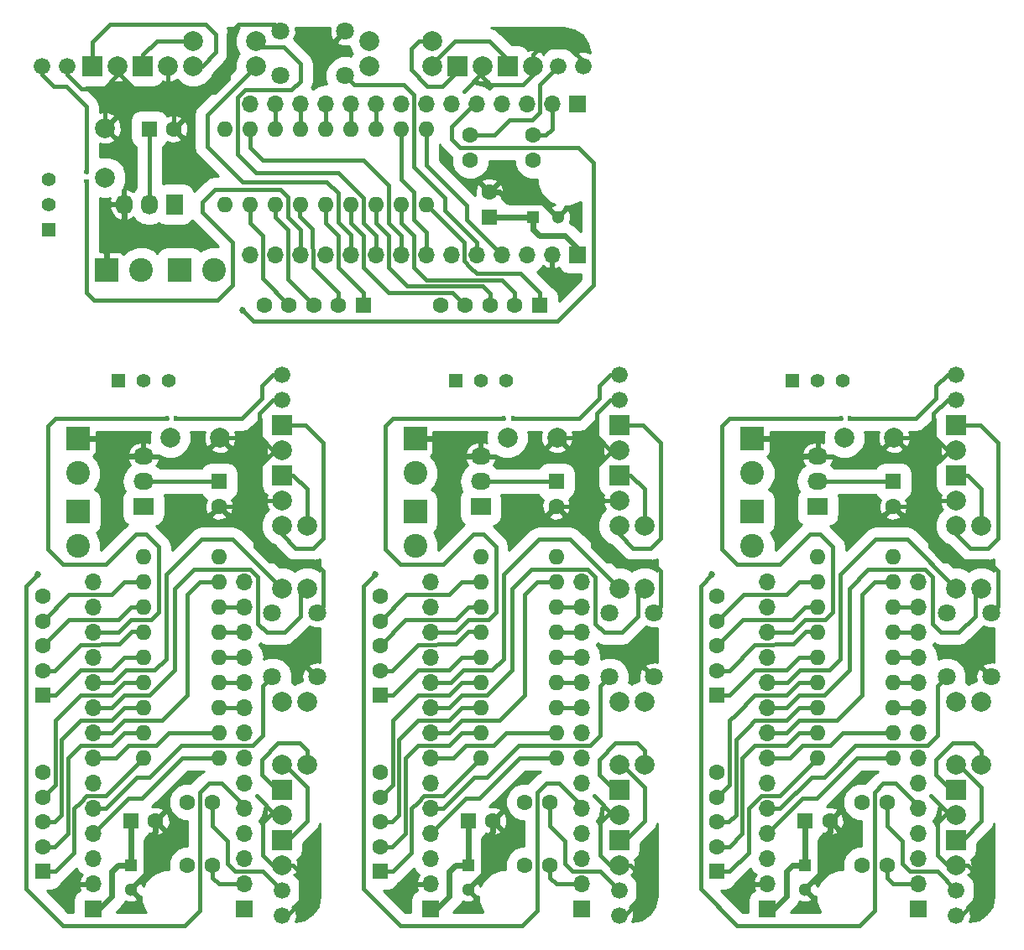
<source format=gbl>
%MOIN*%
%OFA0B0*%
%FSLAX46Y46*%
%IPPOS*%
%LPD*%
%ADD10C,0.0039370078740157488*%
%ADD11C,0.07874015748031496*%
%ADD12C,0.066*%
%ADD13R,0.07874015748031496X0.07874015748031496*%
%ADD14R,0.062992125984251982X0.062992125984251982*%
%ADD15C,0.062992125984251982*%
%ADD16R,0.066929133858267723X0.066929133858267723*%
%ADD17O,0.066929133858267723X0.066929133858267723*%
%ADD18R,0.051181102362204731X0.051181102362204731*%
%ADD19C,0.051181102362204731*%
%ADD20O,0.062992125984251982X0.062992125984251982*%
%ADD21R,0.08X0.068*%
%ADD22O,0.08X0.068*%
%ADD23R,0.055000000000000007X0.055000000000000007*%
%ADD24C,0.055000000000000007*%
%ADD25C,0.094488188976377951*%
%ADD26R,0.094488188976377951X0.094488188976377951*%
%ADD27C,0.0787*%
%ADD28C,0.070866141732283464*%
%ADD29R,0.015748031496062995X0.023622047244094488*%
%ADD30C,0.027*%
%ADD31C,0.024000000000000004*%
%ADD32C,0.016*%
%ADD33C,0.01*%
%ADD44C,0.0039370078740157488*%
%ADD45C,0.07874015748031496*%
%ADD46C,0.066*%
%ADD47R,0.07874015748031496X0.07874015748031496*%
%ADD48R,0.062992125984251982X0.062992125984251982*%
%ADD49C,0.062992125984251982*%
%ADD50R,0.066929133858267723X0.066929133858267723*%
%ADD51O,0.066929133858267723X0.066929133858267723*%
%ADD52R,0.051181102362204731X0.051181102362204731*%
%ADD53C,0.051181102362204731*%
%ADD54O,0.062992125984251982X0.062992125984251982*%
%ADD55R,0.068X0.08*%
%ADD56O,0.068X0.08*%
%ADD57R,0.055000000000000007X0.055000000000000007*%
%ADD58C,0.055000000000000007*%
%ADD59C,0.094488188976377951*%
%ADD60R,0.094488188976377951X0.094488188976377951*%
%ADD61C,0.0787*%
%ADD62C,0.070866141732283464*%
%ADD63R,0.023622047244094488X0.015748031496062995*%
%ADD64C,0.027*%
%ADD65C,0.024000000000000004*%
%ADD66C,0.016*%
%ADD67C,0.01*%
%ADD68C,0.0039370078740157488*%
%ADD69C,0.07874015748031496*%
%ADD70C,0.066*%
%ADD71R,0.07874015748031496X0.07874015748031496*%
%ADD72R,0.062992125984251982X0.062992125984251982*%
%ADD73C,0.062992125984251982*%
%ADD74R,0.066929133858267723X0.066929133858267723*%
%ADD75O,0.066929133858267723X0.066929133858267723*%
%ADD76R,0.051181102362204731X0.051181102362204731*%
%ADD77C,0.051181102362204731*%
%ADD78O,0.062992125984251982X0.062992125984251982*%
%ADD79R,0.08X0.068*%
%ADD80O,0.08X0.068*%
%ADD81R,0.055000000000000007X0.055000000000000007*%
%ADD82C,0.055000000000000007*%
%ADD83C,0.094488188976377951*%
%ADD84R,0.094488188976377951X0.094488188976377951*%
%ADD85C,0.0787*%
%ADD86C,0.070866141732283464*%
%ADD87R,0.015748031496062995X0.023622047244094488*%
%ADD88C,0.027*%
%ADD89C,0.024000000000000004*%
%ADD90C,0.016*%
%ADD91C,0.01*%
%ADD92C,0.0039370078740157488*%
%ADD93C,0.07874015748031496*%
%ADD94C,0.066*%
%ADD95R,0.07874015748031496X0.07874015748031496*%
%ADD96R,0.062992125984251982X0.062992125984251982*%
%ADD97C,0.062992125984251982*%
%ADD98R,0.066929133858267723X0.066929133858267723*%
%ADD99O,0.066929133858267723X0.066929133858267723*%
%ADD100R,0.051181102362204731X0.051181102362204731*%
%ADD101C,0.051181102362204731*%
%ADD102O,0.062992125984251982X0.062992125984251982*%
%ADD103R,0.08X0.068*%
%ADD104O,0.08X0.068*%
%ADD105R,0.055000000000000007X0.055000000000000007*%
%ADD106C,0.055000000000000007*%
%ADD107C,0.094488188976377951*%
%ADD108R,0.094488188976377951X0.094488188976377951*%
%ADD109C,0.0787*%
%ADD110C,0.070866141732283464*%
%ADD111R,0.015748031496062995X0.023622047244094488*%
%ADD112C,0.027*%
%ADD113C,0.024000000000000004*%
%ADD114C,0.016*%
%ADD115C,0.01*%
G01*
D10*
D11*
X-0004799999Y0004650000D02*
X0000606574Y0001975000D03*
X0000803425Y0001975000D03*
D12*
X0001050000Y0000075000D03*
X0001050000Y0000175000D03*
D11*
X0001050000Y0000475000D03*
D13*
X0001050000Y0000575000D03*
D14*
X0000100000Y0000250000D03*
D15*
X0000100000Y0000348425D03*
X0000100000Y0000446850D03*
X0000100000Y0000545275D03*
X0000100000Y0000643700D03*
D14*
X0000450000Y0000450000D03*
D15*
X0000548425Y0000450000D03*
D16*
X0000900000Y0000100000D03*
D17*
X0000900000Y0000200000D03*
X0000900000Y0000300000D03*
X0000900000Y0000400000D03*
X0000900000Y0000500000D03*
X0000900000Y0000600000D03*
X0000900000Y0000700000D03*
X0000900000Y0000800000D03*
X0000900000Y0000900000D03*
X0000900000Y0001000000D03*
X0000900000Y0001100000D03*
X0000900000Y0001200000D03*
X0000900000Y0001300000D03*
X0000900000Y0001400000D03*
D18*
X0000450000Y0000275000D03*
D19*
X0000450000Y0000176574D03*
D20*
X0000800000Y0000700000D03*
X0000800000Y0000800000D03*
X0000800000Y0000900000D03*
X0000800000Y0001000000D03*
X0000800000Y0001100000D03*
X0000800000Y0001200000D03*
X0000800000Y0001300000D03*
X0000800000Y0001400000D03*
X0000800000Y0001500000D03*
X0000500000Y0001500000D03*
X0000500000Y0001400000D03*
X0000500000Y0001300000D03*
X0000500000Y0001200000D03*
X0000500000Y0001100000D03*
X0000500000Y0001000000D03*
X0000500000Y0000900000D03*
X0000500000Y0000800000D03*
X0000500000Y0000700000D03*
D14*
X0000100000Y0000950000D03*
D15*
X0000100000Y0001048425D03*
X0000100000Y0001146850D03*
X0000100000Y0001245275D03*
X0000100000Y0001343700D03*
X0000800000Y0001701574D03*
D14*
X0000800000Y0001800000D03*
D21*
X0000500000Y0001700000D03*
D22*
X0000500000Y0001800000D03*
X0000500000Y0001900000D03*
D23*
X0000400000Y0002200000D03*
D24*
X0000500000Y0002200000D03*
X0000600000Y0002200000D03*
D25*
X0000240000Y0001832204D03*
D26*
X0000240000Y0001970000D03*
D25*
X0000240000Y0001542204D03*
D26*
X0000240000Y0001680000D03*
D11*
X0001050000Y0001725000D03*
D13*
X0001050000Y0001825000D03*
D27*
X0001050000Y0000925000D03*
X0001050000Y0000675000D03*
X0001150000Y0001375000D03*
X0001150000Y0001625000D03*
X0001150000Y0000925000D03*
X0001150000Y0000675000D03*
X0001050000Y0001375000D03*
X0001050000Y0001625000D03*
D15*
X0000775000Y0000275000D03*
X0000775000Y0000525000D03*
X0000675000Y0000275000D03*
X0000675000Y0000525000D03*
D28*
X0001011417Y0001277952D03*
X0001188582Y0001277952D03*
X0001011417Y0001022047D03*
X0001188582Y0001022047D03*
D16*
X0000300000Y0000100000D03*
D17*
X0000300000Y0000200000D03*
X0000300000Y0000300000D03*
X0000300000Y0000400000D03*
X0000300000Y0000500000D03*
X0000300000Y0000600000D03*
X0000300000Y0000700000D03*
X0000300000Y0000800000D03*
X0000300000Y0000900000D03*
X0000300000Y0001000000D03*
X0000300000Y0001100000D03*
X0000300000Y0001200000D03*
X0000300000Y0001300000D03*
X0000300000Y0001400000D03*
D29*
X0000592283Y0002050000D03*
X0000627716Y0002050000D03*
D11*
X0001050000Y0000275000D03*
D13*
X0001050000Y0000375000D03*
D11*
X0001050000Y0001925000D03*
D13*
X0001050000Y0002025000D03*
D12*
X0001050000Y0002125000D03*
X0001050000Y0002225000D03*
D30*
X0000080000Y0001430000D03*
D31*
X0000450000Y0000176574D02*
X0000450000Y0000180000D01*
X0000450000Y0000180000D02*
X0000510000Y0000240000D01*
X0000548425Y0000408425D02*
X0000548425Y0000450000D01*
X0000510000Y0000370000D02*
X0000548425Y0000408425D01*
X0000510000Y0000240000D02*
X0000510000Y0000370000D01*
D32*
X0000803425Y0001975000D02*
X0000875000Y0001975000D01*
X0000940000Y0001910000D02*
X0000940000Y0001840000D01*
X0000875000Y0001975000D02*
X0000940000Y0001910000D01*
X0000800000Y0001701574D02*
X0000856574Y0001701574D01*
X0000856574Y0001701574D02*
X0000930000Y0001775000D01*
X0001050000Y0000075000D02*
X0001035000Y0000075000D01*
X0001050000Y0000475000D02*
X0001025000Y0000475000D01*
X0001025000Y0000475000D02*
X0000950000Y0000550000D01*
X0001050000Y0000075000D02*
X0001070000Y0000075000D01*
X0001070000Y0000075000D02*
X0001125000Y0000130000D01*
X0001125000Y0000130000D02*
X0001125000Y0000245000D01*
X0001125000Y0000245000D02*
X0001095000Y0000275000D01*
X0001095000Y0000275000D02*
X0001050000Y0000275000D01*
X0001050000Y0001925000D02*
X0001015000Y0001925000D01*
X0001015000Y0001925000D02*
X0000960000Y0001980000D01*
X0001015000Y0002125000D02*
X0001050000Y0002125000D01*
X0000960000Y0001980000D02*
X0000960000Y0002070000D01*
X0000960000Y0002070000D02*
X0001015000Y0002125000D01*
X0000990000Y0001725000D02*
X0000945000Y0001680000D01*
X0001215000Y0001304370D02*
X0001188582Y0001277952D01*
X0001215000Y0001445000D02*
X0001215000Y0001304370D01*
X0001175000Y0001485000D02*
X0001215000Y0001445000D01*
X0001000000Y0001485000D02*
X0001175000Y0001485000D01*
X0000945000Y0001540000D02*
X0001000000Y0001485000D01*
X0000945000Y0001680000D02*
X0000945000Y0001540000D01*
X0001050000Y0001925000D02*
X0001025000Y0001925000D01*
X0001025000Y0001925000D02*
X0000940000Y0001840000D01*
X0000990000Y0001725000D02*
X0001050000Y0001725000D01*
X0000940000Y0001775000D02*
X0000990000Y0001725000D01*
X0000940000Y0001840000D02*
X0000940000Y0001775000D01*
X0001050000Y0000275000D02*
X0001015000Y0000275000D01*
X0001015000Y0000275000D02*
X0000975000Y0000315000D01*
X0001005000Y0000475000D02*
X0001050000Y0000475000D01*
X0000975000Y0000445000D02*
X0001005000Y0000475000D01*
X0000975000Y0000315000D02*
X0000975000Y0000445000D01*
D31*
X0000450000Y0000176574D02*
X0000451574Y0000176574D01*
X0000500000Y0001900000D02*
X0000425000Y0001900000D01*
X0000425000Y0001900000D02*
X0000355000Y0001970000D01*
X0000355000Y0001970000D02*
X0000240000Y0001970000D01*
D32*
X0000300000Y0000700000D02*
X0000390000Y0000700000D01*
X0000600000Y0000800000D02*
X0000800000Y0000800000D01*
X0000550000Y0000750000D02*
X0000600000Y0000800000D01*
X0000440000Y0000750000D02*
X0000550000Y0000750000D01*
X0000390000Y0000700000D02*
X0000440000Y0000750000D01*
X0000975000Y0000875000D02*
X0000975000Y0000790000D01*
X0000975000Y0000875000D02*
X0000975000Y0000985629D01*
X0001011417Y0001022047D02*
X0000975000Y0000985629D01*
X0000935000Y0000750000D02*
X0000650000Y0000750000D01*
X0000975000Y0000790000D02*
X0000935000Y0000750000D01*
X0000300000Y0000500000D02*
X0000350000Y0000500000D01*
X0000525000Y0000625000D02*
X0000650000Y0000750000D01*
X0000475000Y0000625000D02*
X0000525000Y0000625000D01*
X0000350000Y0000500000D02*
X0000475000Y0000625000D01*
X0000300000Y0000400000D02*
X0000440000Y0000540000D01*
X0000655000Y0000700000D02*
X0000800000Y0000700000D01*
X0000495000Y0000540000D02*
X0000655000Y0000700000D01*
X0000440000Y0000540000D02*
X0000495000Y0000540000D01*
X0000200000Y0000550000D02*
X0000200000Y0000400000D01*
X0000500000Y0000800000D02*
X0000425000Y0000800000D01*
X0000200000Y0000600000D02*
X0000200000Y0000550000D01*
X0000200000Y0000700000D02*
X0000200000Y0000600000D01*
X0000250000Y0000750000D02*
X0000200000Y0000700000D01*
X0000375000Y0000750000D02*
X0000250000Y0000750000D01*
X0000425000Y0000800000D02*
X0000375000Y0000750000D01*
X0000148425Y0000348425D02*
X0000100000Y0000348425D01*
X0000200000Y0000400000D02*
X0000148425Y0000348425D01*
X0000350000Y0000550000D02*
X0000275000Y0000550000D01*
X0000400000Y0000600000D02*
X0000350000Y0000550000D01*
X0000500000Y0000700000D02*
X0000400000Y0000600000D01*
X0000150000Y0000250000D02*
X0000100000Y0000250000D01*
X0000225000Y0000325000D02*
X0000150000Y0000250000D01*
X0000225000Y0000500000D02*
X0000225000Y0000325000D01*
X0000250000Y0000525000D02*
X0000225000Y0000500000D01*
X0000275000Y0000550000D02*
X0000250000Y0000525000D01*
X0000100000Y0001048425D02*
X0000148425Y0001048425D01*
X0000452500Y0001202500D02*
X0000500000Y0001200000D01*
X0000402500Y0001152500D02*
X0000452500Y0001202500D01*
X0000250000Y0001150000D02*
X0000402500Y0001152500D01*
X0000148425Y0001048425D02*
X0000250000Y0001150000D01*
X0000101574Y0001050000D02*
X0000100000Y0001048425D01*
X0000101574Y0001050000D02*
X0000100000Y0001048425D01*
X0000500000Y0001100000D02*
X0000425000Y0001100000D01*
X0000150000Y0000950000D02*
X0000100000Y0000950000D01*
X0000250000Y0001050000D02*
X0000150000Y0000950000D01*
X0000375000Y0001050000D02*
X0000250000Y0001050000D01*
X0000425000Y0001100000D02*
X0000375000Y0001050000D01*
X0000175000Y0000575000D02*
X0000175000Y0000475000D01*
X0000175000Y0000625000D02*
X0000175000Y0000575000D01*
X0000146850Y0000446850D02*
X0000100000Y0000446850D01*
X0000175000Y0000475000D02*
X0000146850Y0000446850D01*
X0000100000Y0000450000D02*
X0000100000Y0000448425D01*
X0000100000Y0000450000D02*
X0000100000Y0000448425D01*
X0000225000Y0000825000D02*
X0000175000Y0000775000D01*
X0000425000Y0000900000D02*
X0000375000Y0000850000D01*
X0000375000Y0000850000D02*
X0000250000Y0000850000D01*
X0000250000Y0000850000D02*
X0000225000Y0000825000D01*
X0000500000Y0000900000D02*
X0000425000Y0000900000D01*
X0000175000Y0000775000D02*
X0000175000Y0000625000D01*
X0000175000Y0000625000D02*
X0000175000Y0000621850D01*
X0000150000Y0000675000D02*
X0000150000Y0000595275D01*
X0000150000Y0000850000D02*
X0000150000Y0000725000D01*
X0000150000Y0000725000D02*
X0000150000Y0000675000D01*
X0000500000Y0001000000D02*
X0000425000Y0001000000D01*
X0000175000Y0000875000D02*
X0000150000Y0000850000D01*
X0000150000Y0000595275D02*
X0000100000Y0000545275D01*
X0000100000Y0000550000D02*
X0000100000Y0000546850D01*
X0000250000Y0000950000D02*
X0000175000Y0000875000D01*
X0000375000Y0000950000D02*
X0000250000Y0000950000D01*
X0000425000Y0001000000D02*
X0000375000Y0000950000D01*
X0000500000Y0001300000D02*
X0000450000Y0001300000D01*
X0000203149Y0001250000D02*
X0000100000Y0001146850D01*
X0000400000Y0001250000D02*
X0000203149Y0001250000D01*
X0000450000Y0001300000D02*
X0000400000Y0001250000D01*
X0000500000Y0001400000D02*
X0000425000Y0001400000D01*
X0000204724Y0001350000D02*
X0000100000Y0001245275D01*
X0000375000Y0001350000D02*
X0000204724Y0001350000D01*
X0000425000Y0001400000D02*
X0000375000Y0001350000D01*
X0000800000Y0000900000D02*
X0000900000Y0000900000D01*
X0000800000Y0001000000D02*
X0000900000Y0001000000D01*
X0000900000Y0000500000D02*
X0000900000Y0000510000D01*
X0000900000Y0000510000D02*
X0000810000Y0000600000D01*
X0000035000Y0001385000D02*
X0000080000Y0001430000D01*
X0000035000Y0000180000D02*
X0000035000Y0001385000D01*
X0000180000Y0000035000D02*
X0000035000Y0000180000D01*
X0000665000Y0000035000D02*
X0000180000Y0000035000D01*
X0000725000Y0000095000D02*
X0000665000Y0000035000D01*
X0000725000Y0000565000D02*
X0000725000Y0000095000D01*
X0000760000Y0000600000D02*
X0000725000Y0000565000D01*
X0000810000Y0000600000D02*
X0000760000Y0000600000D01*
X0000300000Y0001000000D02*
X0000380000Y0001000000D01*
X0000855000Y0001570000D02*
X0001050000Y0001375000D01*
X0000730000Y0001570000D02*
X0000855000Y0001570000D01*
X0000590000Y0001430000D02*
X0000730000Y0001570000D01*
X0000590000Y0001095000D02*
X0000590000Y0001430000D01*
X0000545000Y0001050000D02*
X0000590000Y0001095000D01*
X0000430000Y0001050000D02*
X0000545000Y0001050000D01*
X0000380000Y0001000000D02*
X0000430000Y0001050000D01*
X0001050000Y0001375000D02*
X0001050000Y0001355000D01*
X0001050000Y0001400000D02*
X0001050000Y0001375000D01*
X0001075000Y0000375000D02*
X0001150000Y0000450000D01*
X0001150000Y0000585000D02*
X0001060000Y0000675000D01*
X0001150000Y0000450000D02*
X0001150000Y0000585000D01*
X0001050000Y0000375000D02*
X0001075000Y0000375000D01*
X0001060000Y0000675000D02*
X0001050000Y0000675000D01*
X0001150000Y0001625000D02*
X0001150000Y0001770000D01*
X0001095000Y0001825000D02*
X0001050000Y0001825000D01*
X0001150000Y0001770000D02*
X0001095000Y0001825000D01*
X0001050000Y0000575000D02*
X0001030000Y0000575000D01*
X0001030000Y0000575000D02*
X0000970000Y0000635000D01*
X0000970000Y0000635000D02*
X0000970000Y0000695000D01*
X0000970000Y0000695000D02*
X0001035000Y0000760000D01*
X0001035000Y0000760000D02*
X0001120000Y0000760000D01*
X0001120000Y0000760000D02*
X0001150000Y0000730000D01*
X0001150000Y0000730000D02*
X0001150000Y0000675000D01*
X0001050000Y0001625000D02*
X0001050000Y0001590000D01*
X0001050000Y0001590000D02*
X0001105000Y0001535000D01*
X0001105000Y0001535000D02*
X0001175000Y0001535000D01*
X0001175000Y0001535000D02*
X0001215000Y0001575000D01*
X0001215000Y0001575000D02*
X0001215000Y0001955000D01*
X0001215000Y0001955000D02*
X0001145000Y0002025000D01*
X0001145000Y0002025000D02*
X0001050000Y0002025000D01*
X0000300000Y0000800000D02*
X0000375000Y0000800000D01*
X0000725000Y0001400000D02*
X0000800000Y0001400000D01*
X0000675000Y0001350000D02*
X0000725000Y0001400000D01*
X0000675000Y0000950000D02*
X0000675000Y0001350000D01*
X0000575000Y0000850000D02*
X0000675000Y0000950000D01*
X0000425000Y0000850000D02*
X0000575000Y0000850000D01*
X0000375000Y0000800000D02*
X0000425000Y0000850000D01*
X0000775000Y0000525000D02*
X0000775000Y0000430000D01*
X0000975000Y0000250000D02*
X0001050000Y0000175000D01*
X0000865000Y0000250000D02*
X0000975000Y0000250000D01*
X0000835000Y0000280000D02*
X0000865000Y0000250000D01*
X0000835000Y0000370000D02*
X0000835000Y0000280000D01*
X0000775000Y0000430000D02*
X0000835000Y0000370000D01*
X0001015000Y0002225000D02*
X0001050000Y0002225000D01*
X0001015000Y0002225000D02*
X0000970000Y0002180000D01*
X0000970000Y0002180000D02*
X0000970000Y0002130000D01*
X0000627716Y0002050000D02*
X0000890000Y0002050000D01*
X0000970000Y0002130000D02*
X0000890000Y0002050000D01*
X0000500000Y0001800000D02*
X0000800000Y0001800000D01*
D31*
X0000450000Y0000275000D02*
X0000450000Y0000450000D01*
X0000300000Y0000100000D02*
X0000325000Y0000100000D01*
X0000325000Y0000100000D02*
X0000375000Y0000150000D01*
X0000400000Y0000275000D02*
X0000450000Y0000275000D01*
X0000375000Y0000250000D02*
X0000400000Y0000275000D01*
X0000375000Y0000150000D02*
X0000375000Y0000250000D01*
D32*
X0000775000Y0000275000D02*
X0000775000Y0000225000D01*
X0000800000Y0000200000D02*
X0000900000Y0000200000D01*
X0000775000Y0000225000D02*
X0000800000Y0000200000D01*
X0000800000Y0001100000D02*
X0000900000Y0001100000D01*
X0000800000Y0001200000D02*
X0000900000Y0001200000D01*
X0000800000Y0001300000D02*
X0000900000Y0001300000D01*
X0000700000Y0001450000D02*
X0000925000Y0001450000D01*
X0000375000Y0000900000D02*
X0000425000Y0000950000D01*
X0000425000Y0000950000D02*
X0000525000Y0000950000D01*
X0000525000Y0000950000D02*
X0000625000Y0001050000D01*
X0000625000Y0001050000D02*
X0000625000Y0001375000D01*
X0000625000Y0001375000D02*
X0000700000Y0001450000D01*
X0000300000Y0000900000D02*
X0000375000Y0000900000D01*
X0001125000Y0001265000D02*
X0001125000Y0001350000D01*
X0001060000Y0001200000D02*
X0001125000Y0001265000D01*
X0000990000Y0001200000D02*
X0001060000Y0001200000D01*
X0000955000Y0001235000D02*
X0000990000Y0001200000D01*
X0000955000Y0001420000D02*
X0000955000Y0001235000D01*
X0000925000Y0001450000D02*
X0000955000Y0001420000D01*
X0001125000Y0001350000D02*
X0001150000Y0001375000D01*
X0001150000Y0001400000D02*
X0001150000Y0001375000D01*
X0000150000Y0002050000D02*
X0000120000Y0002020000D01*
X0000120000Y0002020000D02*
X0000120000Y0001530000D01*
X0000120000Y0001530000D02*
X0000180000Y0001470000D01*
X0000180000Y0001470000D02*
X0000350000Y0001470000D01*
X0000350000Y0001470000D02*
X0000470000Y0001590000D01*
X0000470000Y0001590000D02*
X0000510000Y0001590000D01*
X0000510000Y0001590000D02*
X0000560000Y0001540000D01*
X0000560000Y0001540000D02*
X0000560000Y0001280000D01*
X0000560000Y0001280000D02*
X0000530000Y0001250000D01*
X0000530000Y0001250000D02*
X0000450000Y0001250000D01*
X0000150000Y0002050000D02*
X0000592283Y0002050000D01*
X0000300000Y0001200000D02*
X0000400000Y0001200000D01*
X0000450000Y0001250000D02*
X0000400000Y0001200000D01*
D33*
G36*
X0001200629Y0000154862D02*
X0001192076Y0000111860D01*
X0001170472Y0000079527D01*
X0001138139Y0000057923D01*
X0001102969Y0000050927D01*
X0001108463Y0000066106D01*
X0001107416Y0000089156D01*
X0001100609Y0000105589D01*
X0001091539Y0000108449D01*
X0001093769Y0000109370D01*
X0001115552Y0000131116D01*
X0001127356Y0000159542D01*
X0001127383Y0000190322D01*
X0001115629Y0000218769D01*
X0001097098Y0000237332D01*
X0001105881Y0000240580D01*
X0001114799Y0000264585D01*
X0001113852Y0000290175D01*
X0001111078Y0000296872D01*
X0001120914Y0000303202D01*
X0001131045Y0000318029D01*
X0001134609Y0000335629D01*
X0001134609Y0000360546D01*
X0001187031Y0000412968D01*
X0001197135Y0000428090D01*
X0001198383Y0000429958D01*
X0001200629Y0000441251D01*
X0001200629Y0000154862D01*
X0001200629Y0000154862D01*
G37*
X0001200629Y0000154862D02*
X0001192076Y0000111860D01*
X0001170472Y0000079527D01*
X0001138139Y0000057923D01*
X0001102969Y0000050927D01*
X0001108463Y0000066106D01*
X0001107416Y0000089156D01*
X0001100609Y0000105589D01*
X0001091539Y0000108449D01*
X0001093769Y0000109370D01*
X0001115552Y0000131116D01*
X0001127356Y0000159542D01*
X0001127383Y0000190322D01*
X0001115629Y0000218769D01*
X0001097098Y0000237332D01*
X0001105881Y0000240580D01*
X0001114799Y0000264585D01*
X0001113852Y0000290175D01*
X0001111078Y0000296872D01*
X0001120914Y0000303202D01*
X0001131045Y0000318029D01*
X0001134609Y0000335629D01*
X0001134609Y0000360546D01*
X0001187031Y0000412968D01*
X0001197135Y0000428090D01*
X0001198383Y0000429958D01*
X0001200629Y0000441251D01*
X0001200629Y0000154862D01*
G36*
X0001057627Y0000075556D02*
X0001057071Y0000075000D01*
X0001057627Y0000074443D01*
X0001050556Y0000067372D01*
X0001050000Y0000067928D01*
X0001049443Y0000067372D01*
X0001042372Y0000074443D01*
X0001042928Y0000075000D01*
X0001042372Y0000075556D01*
X0001049443Y0000082627D01*
X0001050000Y0000082071D01*
X0001050556Y0000082627D01*
X0001057627Y0000075556D01*
X0001057627Y0000075556D01*
G37*
X0001057627Y0000075556D02*
X0001057071Y0000075000D01*
X0001057627Y0000074443D01*
X0001050556Y0000067372D01*
X0001050000Y0000067928D01*
X0001049443Y0000067372D01*
X0001042372Y0000074443D01*
X0001042928Y0000075000D01*
X0001042372Y0000075556D01*
X0001049443Y0000082627D01*
X0001050000Y0000082071D01*
X0001050556Y0000082627D01*
X0001057627Y0000075556D01*
G36*
X0000457627Y0000177131D02*
X0000457071Y0000176574D01*
X0000485394Y0000148251D01*
X0000491653Y0000149762D01*
X0000491634Y0000128543D01*
X0000508094Y0000088706D01*
X0000509429Y0000087370D01*
X0000392089Y0000087370D01*
X0000414859Y0000110140D01*
X0000427079Y0000128428D01*
X0000427554Y0000130819D01*
X0000442877Y0000125487D01*
X0000462969Y0000126650D01*
X0000476131Y0000132101D01*
X0000478323Y0000141180D01*
X0000450000Y0000169503D01*
X0000449443Y0000168946D01*
X0000442372Y0000176017D01*
X0000442928Y0000176574D01*
X0000442372Y0000177131D01*
X0000449443Y0000184202D01*
X0000450000Y0000183645D01*
X0000450556Y0000184202D01*
X0000457627Y0000177131D01*
X0000457627Y0000177131D01*
G37*
X0000457627Y0000177131D02*
X0000457071Y0000176574D01*
X0000485394Y0000148251D01*
X0000491653Y0000149762D01*
X0000491634Y0000128543D01*
X0000508094Y0000088706D01*
X0000509429Y0000087370D01*
X0000392089Y0000087370D01*
X0000414859Y0000110140D01*
X0000427079Y0000128428D01*
X0000427554Y0000130819D01*
X0000442877Y0000125487D01*
X0000462969Y0000126650D01*
X0000476131Y0000132101D01*
X0000478323Y0000141180D01*
X0000450000Y0000169503D01*
X0000449443Y0000168946D01*
X0000442372Y0000176017D01*
X0000442928Y0000176574D01*
X0000442372Y0000177131D01*
X0000449443Y0000184202D01*
X0000450000Y0000183645D01*
X0000450556Y0000184202D01*
X0000457627Y0000177131D01*
G36*
X0000243437Y0000244962D02*
X0000255841Y0000236674D01*
X0000249935Y0000230193D01*
X0000243249Y0000214050D01*
X0000248025Y0000205000D01*
X0000295000Y0000205000D01*
X0000295000Y0000205787D01*
X0000305000Y0000205787D01*
X0000305000Y0000205000D01*
X0000305787Y0000205000D01*
X0000305787Y0000195000D01*
X0000305000Y0000195000D01*
X0000305000Y0000194212D01*
X0000295000Y0000194212D01*
X0000295000Y0000195000D01*
X0000248025Y0000195000D01*
X0000243249Y0000185949D01*
X0000248070Y0000174308D01*
X0000234991Y0000165892D01*
X0000224860Y0000151065D01*
X0000221296Y0000133464D01*
X0000221296Y0000087370D01*
X0000201692Y0000087370D01*
X0000115797Y0000173264D01*
X0000131496Y0000173264D01*
X0000147938Y0000176358D01*
X0000163040Y0000186076D01*
X0000173171Y0000200903D01*
X0000173827Y0000204146D01*
X0000187031Y0000212968D01*
X0000233659Y0000259596D01*
X0000243437Y0000244962D01*
X0000243437Y0000244962D01*
G37*
X0000243437Y0000244962D02*
X0000255841Y0000236674D01*
X0000249935Y0000230193D01*
X0000243249Y0000214050D01*
X0000248025Y0000205000D01*
X0000295000Y0000205000D01*
X0000295000Y0000205787D01*
X0000305000Y0000205787D01*
X0000305000Y0000205000D01*
X0000305787Y0000205000D01*
X0000305787Y0000195000D01*
X0000305000Y0000195000D01*
X0000305000Y0000194212D01*
X0000295000Y0000194212D01*
X0000295000Y0000195000D01*
X0000248025Y0000195000D01*
X0000243249Y0000185949D01*
X0000248070Y0000174308D01*
X0000234991Y0000165892D01*
X0000224860Y0000151065D01*
X0000221296Y0000133464D01*
X0000221296Y0000087370D01*
X0000201692Y0000087370D01*
X0000115797Y0000173264D01*
X0000131496Y0000173264D01*
X0000147938Y0000176358D01*
X0000163040Y0000186076D01*
X0000173171Y0000200903D01*
X0000173827Y0000204146D01*
X0000187031Y0000212968D01*
X0000233659Y0000259596D01*
X0000243437Y0000244962D01*
G36*
X0000734956Y0000645041D02*
X0000722968Y0000637031D01*
X0000687968Y0000602031D01*
X0000687183Y0000600855D01*
X0000659975Y0000600879D01*
X0000632081Y0000589353D01*
X0000610721Y0000568030D01*
X0000599147Y0000540156D01*
X0000599120Y0000509975D01*
X0000610646Y0000482081D01*
X0000631969Y0000460721D01*
X0000659843Y0000449147D01*
X0000672629Y0000449135D01*
X0000672629Y0000350868D01*
X0000659975Y0000350879D01*
X0000632081Y0000339353D01*
X0000610721Y0000318030D01*
X0000599147Y0000290156D01*
X0000599120Y0000259975D01*
X0000599793Y0000258346D01*
X0000578543Y0000258365D01*
X0000538706Y0000241905D01*
X0000508201Y0000211453D01*
X0000499515Y0000190533D01*
X0000494472Y0000202705D01*
X0000485394Y0000204898D01*
X0000486770Y0000206273D01*
X0000492033Y0000207264D01*
X0000507134Y0000216981D01*
X0000517265Y0000231808D01*
X0000520829Y0000249409D01*
X0000520829Y0000300590D01*
X0000517736Y0000317033D01*
X0000508018Y0000332134D01*
X0000506370Y0000333260D01*
X0000506370Y0000381783D01*
X0000513040Y0000386076D01*
X0000522150Y0000399409D01*
X0000539890Y0000393032D01*
X0000562340Y0000394103D01*
X0000578110Y0000400635D01*
X0000581029Y0000410325D01*
X0000548425Y0000442928D01*
X0000547868Y0000442372D01*
X0000540797Y0000449443D01*
X0000541354Y0000450000D01*
X0000555496Y0000450000D01*
X0000588100Y0000417396D01*
X0000597789Y0000420314D01*
X0000605392Y0000441465D01*
X0000604322Y0000463915D01*
X0000597789Y0000479685D01*
X0000588100Y0000482603D01*
X0000555496Y0000450000D01*
X0000541354Y0000450000D01*
X0000540797Y0000450556D01*
X0000547868Y0000457627D01*
X0000548425Y0000457071D01*
X0000581029Y0000489675D01*
X0000578110Y0000499364D01*
X0000556959Y0000506967D01*
X0000534981Y0000505919D01*
X0000676692Y0000647629D01*
X0000738830Y0000647629D01*
X0000734956Y0000645041D01*
X0000734956Y0000645041D01*
G37*
X0000734956Y0000645041D02*
X0000722968Y0000637031D01*
X0000687968Y0000602031D01*
X0000687183Y0000600855D01*
X0000659975Y0000600879D01*
X0000632081Y0000589353D01*
X0000610721Y0000568030D01*
X0000599147Y0000540156D01*
X0000599120Y0000509975D01*
X0000610646Y0000482081D01*
X0000631969Y0000460721D01*
X0000659843Y0000449147D01*
X0000672629Y0000449135D01*
X0000672629Y0000350868D01*
X0000659975Y0000350879D01*
X0000632081Y0000339353D01*
X0000610721Y0000318030D01*
X0000599147Y0000290156D01*
X0000599120Y0000259975D01*
X0000599793Y0000258346D01*
X0000578543Y0000258365D01*
X0000538706Y0000241905D01*
X0000508201Y0000211453D01*
X0000499515Y0000190533D01*
X0000494472Y0000202705D01*
X0000485394Y0000204898D01*
X0000486770Y0000206273D01*
X0000492033Y0000207264D01*
X0000507134Y0000216981D01*
X0000517265Y0000231808D01*
X0000520829Y0000249409D01*
X0000520829Y0000300590D01*
X0000517736Y0000317033D01*
X0000508018Y0000332134D01*
X0000506370Y0000333260D01*
X0000506370Y0000381783D01*
X0000513040Y0000386076D01*
X0000522150Y0000399409D01*
X0000539890Y0000393032D01*
X0000562340Y0000394103D01*
X0000578110Y0000400635D01*
X0000581029Y0000410325D01*
X0000548425Y0000442928D01*
X0000547868Y0000442372D01*
X0000540797Y0000449443D01*
X0000541354Y0000450000D01*
X0000555496Y0000450000D01*
X0000588100Y0000417396D01*
X0000597789Y0000420314D01*
X0000605392Y0000441465D01*
X0000604322Y0000463915D01*
X0000597789Y0000479685D01*
X0000588100Y0000482603D01*
X0000555496Y0000450000D01*
X0000541354Y0000450000D01*
X0000540797Y0000450556D01*
X0000547868Y0000457627D01*
X0000548425Y0000457071D01*
X0000581029Y0000489675D01*
X0000578110Y0000499364D01*
X0000556959Y0000506967D01*
X0000534981Y0000505919D01*
X0000676692Y0000647629D01*
X0000738830Y0000647629D01*
X0000734956Y0000645041D01*
G36*
X0001057627Y0000275556D02*
X0001057071Y0000275000D01*
X0001057627Y0000274443D01*
X0001050556Y0000267372D01*
X0001050000Y0000267928D01*
X0001049443Y0000267372D01*
X0001042372Y0000274443D01*
X0001042928Y0000275000D01*
X0001042372Y0000275556D01*
X0001049443Y0000282627D01*
X0001050000Y0000282071D01*
X0001050556Y0000282627D01*
X0001057627Y0000275556D01*
X0001057627Y0000275556D01*
G37*
X0001057627Y0000275556D02*
X0001057071Y0000275000D01*
X0001057627Y0000274443D01*
X0001050556Y0000267372D01*
X0001050000Y0000267928D01*
X0001049443Y0000267372D01*
X0001042372Y0000274443D01*
X0001042928Y0000275000D01*
X0001042372Y0000275556D01*
X0001049443Y0000282627D01*
X0001050000Y0000282071D01*
X0001050556Y0000282627D01*
X0001057627Y0000275556D01*
G36*
X0000989315Y0000496492D02*
X0000985200Y0000485414D01*
X0000986147Y0000459824D01*
X0000988921Y0000453127D01*
X0000979085Y0000446797D01*
X0000970481Y0000434205D01*
X0000959928Y0000450000D01*
X0000973434Y0000470213D01*
X0000979359Y0000500000D01*
X0000978601Y0000503813D01*
X0000989315Y0000496492D01*
X0000989315Y0000496492D01*
G37*
X0000989315Y0000496492D02*
X0000985200Y0000485414D01*
X0000986147Y0000459824D01*
X0000988921Y0000453127D01*
X0000979085Y0000446797D01*
X0000970481Y0000434205D01*
X0000959928Y0000450000D01*
X0000973434Y0000470213D01*
X0000979359Y0000500000D01*
X0000978601Y0000503813D01*
X0000989315Y0000496492D01*
G36*
X0001057627Y0000475556D02*
X0001057071Y0000475000D01*
X0001057627Y0000474443D01*
X0001050556Y0000467372D01*
X0001050000Y0000467928D01*
X0001049443Y0000467372D01*
X0001042372Y0000474443D01*
X0001042928Y0000475000D01*
X0001042372Y0000475556D01*
X0001049443Y0000482627D01*
X0001050000Y0000482071D01*
X0001050556Y0000482627D01*
X0001057627Y0000475556D01*
X0001057627Y0000475556D01*
G37*
X0001057627Y0000475556D02*
X0001057071Y0000475000D01*
X0001057627Y0000474443D01*
X0001050556Y0000467372D01*
X0001050000Y0000467928D01*
X0001049443Y0000467372D01*
X0001042372Y0000474443D01*
X0001042928Y0000475000D01*
X0001042372Y0000475556D01*
X0001049443Y0000482627D01*
X0001050000Y0000482071D01*
X0001050556Y0000482627D01*
X0001057627Y0000475556D01*
G36*
X0001179107Y0001217068D02*
X0001200629Y0001217972D01*
X0001200629Y0001081990D01*
X0001198057Y0001082931D01*
X0001174037Y0001081922D01*
X0001156529Y0001074670D01*
X0001153127Y0001064573D01*
X0001188582Y0001029118D01*
X0001189139Y0001029675D01*
X0001196210Y0001022604D01*
X0001195653Y0001022047D01*
X0001196210Y0001021490D01*
X0001189139Y0001014419D01*
X0001188582Y0001014976D01*
X0001188025Y0001014419D01*
X0001180954Y0001021490D01*
X0001181511Y0001022047D01*
X0001146056Y0001057502D01*
X0001135958Y0001054100D01*
X0001127698Y0001031522D01*
X0001128707Y0001007501D01*
X0001128959Y0001006891D01*
X0001102638Y0000996015D01*
X0001100016Y0000993398D01*
X0001097485Y0000995933D01*
X0001088527Y0000999652D01*
X0001091206Y0001006103D01*
X0001091234Y0001037851D01*
X0001079110Y0001067193D01*
X0001056681Y0001089661D01*
X0001027360Y0001101836D01*
X0000995613Y0001101864D01*
X0000978308Y0001094713D01*
X0000979359Y0001100000D01*
X0000973434Y0001129786D01*
X0000959928Y0001150000D01*
X0000963770Y0001155751D01*
X0000969958Y0001151616D01*
X0000990000Y0001147629D01*
X0001060000Y0001147629D01*
X0001080041Y0001151616D01*
X0001097031Y0001162968D01*
X0001158624Y0001224562D01*
X0001179107Y0001217068D01*
X0001179107Y0001217068D01*
G37*
X0001179107Y0001217068D02*
X0001200629Y0001217972D01*
X0001200629Y0001081990D01*
X0001198057Y0001082931D01*
X0001174037Y0001081922D01*
X0001156529Y0001074670D01*
X0001153127Y0001064573D01*
X0001188582Y0001029118D01*
X0001189139Y0001029675D01*
X0001196210Y0001022604D01*
X0001195653Y0001022047D01*
X0001196210Y0001021490D01*
X0001189139Y0001014419D01*
X0001188582Y0001014976D01*
X0001188025Y0001014419D01*
X0001180954Y0001021490D01*
X0001181511Y0001022047D01*
X0001146056Y0001057502D01*
X0001135958Y0001054100D01*
X0001127698Y0001031522D01*
X0001128707Y0001007501D01*
X0001128959Y0001006891D01*
X0001102638Y0000996015D01*
X0001100016Y0000993398D01*
X0001097485Y0000995933D01*
X0001088527Y0000999652D01*
X0001091206Y0001006103D01*
X0001091234Y0001037851D01*
X0001079110Y0001067193D01*
X0001056681Y0001089661D01*
X0001027360Y0001101836D01*
X0000995613Y0001101864D01*
X0000978308Y0001094713D01*
X0000979359Y0001100000D01*
X0000973434Y0001129786D01*
X0000959928Y0001150000D01*
X0000963770Y0001155751D01*
X0000969958Y0001151616D01*
X0000990000Y0001147629D01*
X0001060000Y0001147629D01*
X0001080041Y0001151616D01*
X0001097031Y0001162968D01*
X0001158624Y0001224562D01*
X0001179107Y0001217068D01*
G36*
X0001196210Y0001278509D02*
X0001195653Y0001277952D01*
X0001196210Y0001277395D01*
X0001189139Y0001270324D01*
X0001188582Y0001270881D01*
X0001188025Y0001270324D01*
X0001180954Y0001277395D01*
X0001181511Y0001277952D01*
X0001180954Y0001278509D01*
X0001188025Y0001285580D01*
X0001188582Y0001285023D01*
X0001189139Y0001285580D01*
X0001196210Y0001278509D01*
X0001196210Y0001278509D01*
G37*
X0001196210Y0001278509D02*
X0001195653Y0001277952D01*
X0001196210Y0001277395D01*
X0001189139Y0001270324D01*
X0001188582Y0001270881D01*
X0001188025Y0001270324D01*
X0001180954Y0001277395D01*
X0001181511Y0001277952D01*
X0001180954Y0001278509D01*
X0001188025Y0001285580D01*
X0001188582Y0001285023D01*
X0001189139Y0001285580D01*
X0001196210Y0001278509D01*
G36*
X0000965390Y0001985629D02*
X0000968484Y0001969187D01*
X0000978202Y0001954085D01*
X0000989315Y0001946492D01*
X0000985200Y0001935414D01*
X0000986147Y0001909824D01*
X0000988921Y0001903127D01*
X0000979085Y0001896797D01*
X0000968954Y0001881970D01*
X0000965390Y0001864370D01*
X0000965390Y0001785629D01*
X0000968484Y0001769187D01*
X0000978202Y0001754085D01*
X0000989315Y0001746492D01*
X0000985200Y0001735414D01*
X0000986147Y0001709824D01*
X0000994118Y0001690580D01*
X0000996362Y0001689750D01*
X0000979067Y0001672485D01*
X0000966294Y0001641726D01*
X0000966265Y0001608420D01*
X0000978984Y0001577638D01*
X0001002514Y0001554066D01*
X0001018514Y0001547423D01*
X0001067968Y0001497968D01*
X0001077475Y0001491616D01*
X0001084958Y0001486616D01*
X0001105000Y0001482629D01*
X0001175000Y0001482629D01*
X0001195041Y0001486616D01*
X0001200629Y0001490350D01*
X0001200629Y0001442783D01*
X0001197485Y0001445933D01*
X0001166726Y0001458705D01*
X0001133420Y0001458734D01*
X0001102638Y0001446015D01*
X0001100016Y0001443398D01*
X0001097485Y0001445933D01*
X0001066726Y0001458705D01*
X0001040333Y0001458728D01*
X0000892031Y0001607031D01*
X0000887526Y0001610041D01*
X0000875041Y0001618383D01*
X0000855000Y0001622370D01*
X0000730000Y0001622370D01*
X0000709958Y0001618383D01*
X0000692968Y0001607031D01*
X0000612370Y0001526432D01*
X0000612370Y0001540000D01*
X0000608383Y0001560041D01*
X0000608071Y0001560507D01*
X0000597031Y0001577031D01*
X0000551195Y0001622867D01*
X0000556442Y0001623854D01*
X0000571544Y0001633572D01*
X0000581675Y0001648399D01*
X0000584409Y0001661899D01*
X0000767396Y0001661899D01*
X0000770314Y0001652210D01*
X0000791465Y0001644607D01*
X0000813915Y0001645678D01*
X0000829685Y0001652210D01*
X0000832603Y0001661899D01*
X0000800000Y0001694503D01*
X0000767396Y0001661899D01*
X0000584409Y0001661899D01*
X0000585239Y0001666000D01*
X0000585239Y0001734000D01*
X0000582674Y0001747629D01*
X0000729210Y0001747629D01*
X0000736076Y0001736959D01*
X0000749409Y0001727849D01*
X0000743032Y0001710109D01*
X0000744103Y0001687659D01*
X0000750635Y0001671889D01*
X0000760325Y0001668970D01*
X0000792928Y0001701574D01*
X0000792372Y0001702131D01*
X0000799443Y0001709202D01*
X0000800000Y0001708645D01*
X0000800556Y0001709202D01*
X0000807627Y0001702131D01*
X0000807071Y0001701574D01*
X0000839675Y0001668970D01*
X0000849364Y0001671889D01*
X0000856967Y0001693040D01*
X0000855896Y0001715490D01*
X0000850667Y0001728114D01*
X0000863040Y0001736076D01*
X0000873171Y0001750903D01*
X0000876735Y0001768503D01*
X0000876735Y0001831496D01*
X0000873641Y0001847938D01*
X0000863924Y0001863040D01*
X0000849096Y0001873171D01*
X0000831496Y0001876735D01*
X0000768503Y0001876735D01*
X0000752061Y0001873641D01*
X0000736959Y0001863923D01*
X0000729065Y0001852370D01*
X0000565104Y0001852370D01*
X0000563068Y0001855416D01*
X0000551601Y0001863078D01*
X0000553178Y0001864486D01*
X0000563177Y0001885244D01*
X0000563281Y0001885865D01*
X0000558512Y0001895000D01*
X0000505000Y0001895000D01*
X0000505000Y0001894212D01*
X0000495000Y0001894212D01*
X0000495000Y0001895000D01*
X0000441487Y0001895000D01*
X0000436718Y0001885865D01*
X0000436822Y0001885244D01*
X0000446821Y0001864486D01*
X0000448398Y0001863078D01*
X0000436931Y0001855416D01*
X0000419942Y0001829990D01*
X0000413977Y0001800000D01*
X0000419942Y0001770009D01*
X0000425361Y0001761899D01*
X0000418324Y0001751600D01*
X0000414760Y0001734000D01*
X0000414760Y0001666000D01*
X0000417854Y0001649557D01*
X0000427572Y0001634455D01*
X0000435734Y0001628879D01*
X0000432968Y0001627031D01*
X0000331599Y0001525662D01*
X0000331630Y0001560347D01*
X0000317712Y0001594032D01*
X0000314306Y0001597443D01*
X0000318788Y0001600327D01*
X0000328919Y0001615155D01*
X0000332483Y0001632755D01*
X0000332483Y0001727244D01*
X0000329389Y0001743686D01*
X0000319672Y0001758788D01*
X0000305696Y0001768337D01*
X0000317621Y0001780241D01*
X0000331598Y0001813901D01*
X0000331630Y0001850347D01*
X0000317712Y0001884032D01*
X0000300561Y0001901212D01*
X0000301405Y0001901561D01*
X0000308438Y0001908594D01*
X0000310732Y0001914134D01*
X0000436718Y0001914134D01*
X0000441487Y0001905000D01*
X0000495000Y0001905000D01*
X0000495000Y0001952792D01*
X0000485751Y0001958471D01*
X0000464003Y0001950864D01*
X0000446821Y0001935513D01*
X0000436822Y0001914755D01*
X0000436718Y0001914134D01*
X0000310732Y0001914134D01*
X0000312244Y0001917783D01*
X0000312244Y0001958750D01*
X0000305994Y0001965000D01*
X0000245000Y0001965000D01*
X0000245000Y0001964212D01*
X0000235000Y0001964212D01*
X0000235000Y0001965000D01*
X0000234212Y0001965000D01*
X0000234212Y0001975000D01*
X0000235000Y0001975000D01*
X0000235000Y0001975787D01*
X0000245000Y0001975787D01*
X0000245000Y0001975000D01*
X0000305994Y0001975000D01*
X0000312244Y0001981250D01*
X0000312244Y0001997629D01*
X0000525299Y0001997629D01*
X0000522849Y0001991730D01*
X0000522820Y0001958416D01*
X0000524241Y0001954976D01*
X0000514248Y0001958471D01*
X0000505000Y0001952792D01*
X0000505000Y0001905000D01*
X0000558129Y0001905000D01*
X0000559077Y0001904049D01*
X0000589844Y0001891274D01*
X0000623158Y0001891245D01*
X0000653947Y0001903967D01*
X0000677524Y0001927503D01*
X0000678405Y0001929624D01*
X0000765121Y0001929624D01*
X0000769005Y0001919118D01*
X0000793010Y0001910200D01*
X0000818600Y0001911147D01*
X0000837845Y0001919118D01*
X0000841729Y0001929624D01*
X0000803425Y0001967928D01*
X0000765121Y0001929624D01*
X0000678405Y0001929624D01*
X0000690300Y0001958269D01*
X0000690329Y0001991583D01*
X0000687831Y0001997629D01*
X0000743163Y0001997629D01*
X0000738625Y0001985414D01*
X0000739572Y0001959824D01*
X0000747543Y0001940580D01*
X0000758049Y0001936695D01*
X0000796354Y0001975000D01*
X0000795797Y0001975556D01*
X0000802868Y0001982627D01*
X0000803425Y0001982071D01*
X0000803982Y0001982627D01*
X0000811053Y0001975556D01*
X0000810496Y0001975000D01*
X0000848800Y0001936695D01*
X0000859306Y0001940580D01*
X0000868224Y0001964585D01*
X0000867277Y0001990175D01*
X0000864190Y0001997629D01*
X0000890000Y0001997629D01*
X0000910041Y0002001616D01*
X0000927031Y0002012968D01*
X0000965390Y0002051328D01*
X0000965390Y0001985629D01*
X0000965390Y0001985629D01*
G37*
X0000965390Y0001985629D02*
X0000968484Y0001969187D01*
X0000978202Y0001954085D01*
X0000989315Y0001946492D01*
X0000985200Y0001935414D01*
X0000986147Y0001909824D01*
X0000988921Y0001903127D01*
X0000979085Y0001896797D01*
X0000968954Y0001881970D01*
X0000965390Y0001864370D01*
X0000965390Y0001785629D01*
X0000968484Y0001769187D01*
X0000978202Y0001754085D01*
X0000989315Y0001746492D01*
X0000985200Y0001735414D01*
X0000986147Y0001709824D01*
X0000994118Y0001690580D01*
X0000996362Y0001689750D01*
X0000979067Y0001672485D01*
X0000966294Y0001641726D01*
X0000966265Y0001608420D01*
X0000978984Y0001577638D01*
X0001002514Y0001554066D01*
X0001018514Y0001547423D01*
X0001067968Y0001497968D01*
X0001077475Y0001491616D01*
X0001084958Y0001486616D01*
X0001105000Y0001482629D01*
X0001175000Y0001482629D01*
X0001195041Y0001486616D01*
X0001200629Y0001490350D01*
X0001200629Y0001442783D01*
X0001197485Y0001445933D01*
X0001166726Y0001458705D01*
X0001133420Y0001458734D01*
X0001102638Y0001446015D01*
X0001100016Y0001443398D01*
X0001097485Y0001445933D01*
X0001066726Y0001458705D01*
X0001040333Y0001458728D01*
X0000892031Y0001607031D01*
X0000887526Y0001610041D01*
X0000875041Y0001618383D01*
X0000855000Y0001622370D01*
X0000730000Y0001622370D01*
X0000709958Y0001618383D01*
X0000692968Y0001607031D01*
X0000612370Y0001526432D01*
X0000612370Y0001540000D01*
X0000608383Y0001560041D01*
X0000608071Y0001560507D01*
X0000597031Y0001577031D01*
X0000551195Y0001622867D01*
X0000556442Y0001623854D01*
X0000571544Y0001633572D01*
X0000581675Y0001648399D01*
X0000584409Y0001661899D01*
X0000767396Y0001661899D01*
X0000770314Y0001652210D01*
X0000791465Y0001644607D01*
X0000813915Y0001645678D01*
X0000829685Y0001652210D01*
X0000832603Y0001661899D01*
X0000800000Y0001694503D01*
X0000767396Y0001661899D01*
X0000584409Y0001661899D01*
X0000585239Y0001666000D01*
X0000585239Y0001734000D01*
X0000582674Y0001747629D01*
X0000729210Y0001747629D01*
X0000736076Y0001736959D01*
X0000749409Y0001727849D01*
X0000743032Y0001710109D01*
X0000744103Y0001687659D01*
X0000750635Y0001671889D01*
X0000760325Y0001668970D01*
X0000792928Y0001701574D01*
X0000792372Y0001702131D01*
X0000799443Y0001709202D01*
X0000800000Y0001708645D01*
X0000800556Y0001709202D01*
X0000807627Y0001702131D01*
X0000807071Y0001701574D01*
X0000839675Y0001668970D01*
X0000849364Y0001671889D01*
X0000856967Y0001693040D01*
X0000855896Y0001715490D01*
X0000850667Y0001728114D01*
X0000863040Y0001736076D01*
X0000873171Y0001750903D01*
X0000876735Y0001768503D01*
X0000876735Y0001831496D01*
X0000873641Y0001847938D01*
X0000863924Y0001863040D01*
X0000849096Y0001873171D01*
X0000831496Y0001876735D01*
X0000768503Y0001876735D01*
X0000752061Y0001873641D01*
X0000736959Y0001863923D01*
X0000729065Y0001852370D01*
X0000565104Y0001852370D01*
X0000563068Y0001855416D01*
X0000551601Y0001863078D01*
X0000553178Y0001864486D01*
X0000563177Y0001885244D01*
X0000563281Y0001885865D01*
X0000558512Y0001895000D01*
X0000505000Y0001895000D01*
X0000505000Y0001894212D01*
X0000495000Y0001894212D01*
X0000495000Y0001895000D01*
X0000441487Y0001895000D01*
X0000436718Y0001885865D01*
X0000436822Y0001885244D01*
X0000446821Y0001864486D01*
X0000448398Y0001863078D01*
X0000436931Y0001855416D01*
X0000419942Y0001829990D01*
X0000413977Y0001800000D01*
X0000419942Y0001770009D01*
X0000425361Y0001761899D01*
X0000418324Y0001751600D01*
X0000414760Y0001734000D01*
X0000414760Y0001666000D01*
X0000417854Y0001649557D01*
X0000427572Y0001634455D01*
X0000435734Y0001628879D01*
X0000432968Y0001627031D01*
X0000331599Y0001525662D01*
X0000331630Y0001560347D01*
X0000317712Y0001594032D01*
X0000314306Y0001597443D01*
X0000318788Y0001600327D01*
X0000328919Y0001615155D01*
X0000332483Y0001632755D01*
X0000332483Y0001727244D01*
X0000329389Y0001743686D01*
X0000319672Y0001758788D01*
X0000305696Y0001768337D01*
X0000317621Y0001780241D01*
X0000331598Y0001813901D01*
X0000331630Y0001850347D01*
X0000317712Y0001884032D01*
X0000300561Y0001901212D01*
X0000301405Y0001901561D01*
X0000308438Y0001908594D01*
X0000310732Y0001914134D01*
X0000436718Y0001914134D01*
X0000441487Y0001905000D01*
X0000495000Y0001905000D01*
X0000495000Y0001952792D01*
X0000485751Y0001958471D01*
X0000464003Y0001950864D01*
X0000446821Y0001935513D01*
X0000436822Y0001914755D01*
X0000436718Y0001914134D01*
X0000310732Y0001914134D01*
X0000312244Y0001917783D01*
X0000312244Y0001958750D01*
X0000305994Y0001965000D01*
X0000245000Y0001965000D01*
X0000245000Y0001964212D01*
X0000235000Y0001964212D01*
X0000235000Y0001965000D01*
X0000234212Y0001965000D01*
X0000234212Y0001975000D01*
X0000235000Y0001975000D01*
X0000235000Y0001975787D01*
X0000245000Y0001975787D01*
X0000245000Y0001975000D01*
X0000305994Y0001975000D01*
X0000312244Y0001981250D01*
X0000312244Y0001997629D01*
X0000525299Y0001997629D01*
X0000522849Y0001991730D01*
X0000522820Y0001958416D01*
X0000524241Y0001954976D01*
X0000514248Y0001958471D01*
X0000505000Y0001952792D01*
X0000505000Y0001905000D01*
X0000558129Y0001905000D01*
X0000559077Y0001904049D01*
X0000589844Y0001891274D01*
X0000623158Y0001891245D01*
X0000653947Y0001903967D01*
X0000677524Y0001927503D01*
X0000678405Y0001929624D01*
X0000765121Y0001929624D01*
X0000769005Y0001919118D01*
X0000793010Y0001910200D01*
X0000818600Y0001911147D01*
X0000837845Y0001919118D01*
X0000841729Y0001929624D01*
X0000803425Y0001967928D01*
X0000765121Y0001929624D01*
X0000678405Y0001929624D01*
X0000690300Y0001958269D01*
X0000690329Y0001991583D01*
X0000687831Y0001997629D01*
X0000743163Y0001997629D01*
X0000738625Y0001985414D01*
X0000739572Y0001959824D01*
X0000747543Y0001940580D01*
X0000758049Y0001936695D01*
X0000796354Y0001975000D01*
X0000795797Y0001975556D01*
X0000802868Y0001982627D01*
X0000803425Y0001982071D01*
X0000803982Y0001982627D01*
X0000811053Y0001975556D01*
X0000810496Y0001975000D01*
X0000848800Y0001936695D01*
X0000859306Y0001940580D01*
X0000868224Y0001964585D01*
X0000867277Y0001990175D01*
X0000864190Y0001997629D01*
X0000890000Y0001997629D01*
X0000910041Y0002001616D01*
X0000927031Y0002012968D01*
X0000965390Y0002051328D01*
X0000965390Y0001985629D01*
G36*
X0001057627Y0001725556D02*
X0001057071Y0001725000D01*
X0001057627Y0001724443D01*
X0001050556Y0001717372D01*
X0001050000Y0001717928D01*
X0001049443Y0001717372D01*
X0001042372Y0001724443D01*
X0001042928Y0001725000D01*
X0001042372Y0001725556D01*
X0001049443Y0001732627D01*
X0001050000Y0001732071D01*
X0001050556Y0001732627D01*
X0001057627Y0001725556D01*
X0001057627Y0001725556D01*
G37*
X0001057627Y0001725556D02*
X0001057071Y0001725000D01*
X0001057627Y0001724443D01*
X0001050556Y0001717372D01*
X0001050000Y0001717928D01*
X0001049443Y0001717372D01*
X0001042372Y0001724443D01*
X0001042928Y0001725000D01*
X0001042372Y0001725556D01*
X0001049443Y0001732627D01*
X0001050000Y0001732071D01*
X0001050556Y0001732627D01*
X0001057627Y0001725556D01*
G36*
X0001057627Y0001925556D02*
X0001057071Y0001925000D01*
X0001057627Y0001924443D01*
X0001050556Y0001917372D01*
X0001050000Y0001917928D01*
X0001049443Y0001917372D01*
X0001042372Y0001924443D01*
X0001042928Y0001925000D01*
X0001042372Y0001925556D01*
X0001049443Y0001932627D01*
X0001050000Y0001932071D01*
X0001050556Y0001932627D01*
X0001057627Y0001925556D01*
X0001057627Y0001925556D01*
G37*
X0001057627Y0001925556D02*
X0001057071Y0001925000D01*
X0001057627Y0001924443D01*
X0001050556Y0001917372D01*
X0001050000Y0001917928D01*
X0001049443Y0001917372D01*
X0001042372Y0001924443D01*
X0001042928Y0001925000D01*
X0001042372Y0001925556D01*
X0001049443Y0001932627D01*
X0001050000Y0001932071D01*
X0001050556Y0001932627D01*
X0001057627Y0001925556D01*
G36*
X0001057627Y0002125556D02*
X0001057071Y0002125000D01*
X0001057627Y0002124443D01*
X0001050556Y0002117372D01*
X0001050000Y0002117928D01*
X0001049443Y0002117372D01*
X0001042372Y0002124443D01*
X0001042928Y0002125000D01*
X0001042372Y0002125556D01*
X0001049443Y0002132627D01*
X0001050000Y0002132071D01*
X0001050556Y0002132627D01*
X0001057627Y0002125556D01*
X0001057627Y0002125556D01*
G37*
X0001057627Y0002125556D02*
X0001057071Y0002125000D01*
X0001057627Y0002124443D01*
X0001050556Y0002117372D01*
X0001050000Y0002117928D01*
X0001049443Y0002117372D01*
X0001042372Y0002124443D01*
X0001042928Y0002125000D01*
X0001042372Y0002125556D01*
X0001049443Y0002132627D01*
X0001050000Y0002132071D01*
X0001050556Y0002132627D01*
X0001057627Y0002125556D01*
G04 next file*
G04 #@! TF.FileFunction,Copper,L2,Bot,Signal*
G04 Gerber Fmt 4.6, Leading zero omitted, Abs format (unit mm)*
G04 Created by KiCad (PCBNEW 4.0.7) date 11/30/19 11:05:29*
G01*
G04 APERTURE LIST*
G04 APERTURE END LIST*
D44*
D45*
X-0002327165Y-0002398425D02*
X0000347834Y0003008149D03*
X0000347834Y0003205000D03*
D46*
X0002247834Y0003451574D03*
X0002147834Y0003451574D03*
D45*
X0001847834Y0003451574D03*
D47*
X0001747834Y0003451574D03*
D48*
X0002072834Y0002501574D03*
D49*
X0001974409Y0002501574D03*
X0001875984Y0002501574D03*
X0001777559Y0002501574D03*
X0001679133Y0002501574D03*
D48*
X0001872834Y0002851574D03*
D49*
X0001872834Y0002950000D03*
D50*
X0002222834Y0003301574D03*
D51*
X0002122834Y0003301574D03*
X0002022834Y0003301574D03*
X0001922834Y0003301574D03*
X0001822834Y0003301574D03*
X0001722834Y0003301574D03*
X0001622834Y0003301574D03*
X0001522834Y0003301574D03*
X0001422834Y0003301574D03*
X0001322834Y0003301574D03*
X0001222834Y0003301574D03*
X0001122834Y0003301574D03*
X0001022834Y0003301574D03*
X0000922834Y0003301574D03*
D52*
X0002047834Y0002851574D03*
D53*
X0002146259Y0002851574D03*
D54*
X0001622834Y0003201574D03*
X0001522834Y0003201574D03*
X0001422834Y0003201574D03*
X0001322834Y0003201574D03*
X0001222834Y0003201574D03*
X0001122834Y0003201574D03*
X0001022834Y0003201574D03*
X0000922834Y0003201574D03*
X0000822834Y0003201574D03*
X0000822834Y0002901574D03*
X0000922834Y0002901574D03*
X0001022834Y0002901574D03*
X0001122834Y0002901574D03*
X0001222834Y0002901574D03*
X0001322834Y0002901574D03*
X0001422834Y0002901574D03*
X0001522834Y0002901574D03*
X0001622834Y0002901574D03*
D48*
X0001372834Y0002501574D03*
D49*
X0001274409Y0002501574D03*
X0001175984Y0002501574D03*
X0001077559Y0002501574D03*
X0000979133Y0002501574D03*
X0000621259Y0003201574D03*
D48*
X0000522834Y0003201574D03*
D55*
X0000622834Y0002901574D03*
D56*
X0000522834Y0002901574D03*
X0000422834Y0002901574D03*
D57*
X0000122834Y0002801574D03*
D58*
X0000122834Y0002901574D03*
X0000122834Y0003001574D03*
D59*
X0000490629Y0002641574D03*
D60*
X0000352834Y0002641574D03*
D59*
X0000780629Y0002641574D03*
D60*
X0000642834Y0002641574D03*
D45*
X0000597834Y0003451574D03*
D47*
X0000497834Y0003451574D03*
D61*
X0001397834Y0003451574D03*
X0001647834Y0003451574D03*
X0000947834Y0003551574D03*
X0000697834Y0003551574D03*
X0001397834Y0003551574D03*
X0001647834Y0003551574D03*
X0000947834Y0003451574D03*
X0000697834Y0003451574D03*
D49*
X0002047834Y0003176574D03*
X0001797834Y0003176574D03*
X0002047834Y0003076574D03*
X0001797834Y0003076574D03*
D62*
X0001044881Y0003412992D03*
X0001044881Y0003590157D03*
X0001300787Y0003412992D03*
X0001300787Y0003590157D03*
D50*
X0002222834Y0002701574D03*
D51*
X0002122834Y0002701574D03*
X0002022834Y0002701574D03*
X0001922834Y0002701574D03*
X0001822834Y0002701574D03*
X0001722834Y0002701574D03*
X0001622834Y0002701574D03*
X0001522834Y0002701574D03*
X0001422834Y0002701574D03*
X0001322834Y0002701574D03*
X0001222834Y0002701574D03*
X0001122834Y0002701574D03*
X0001022834Y0002701574D03*
X0000922834Y0002701574D03*
D63*
X0000272834Y0002993858D03*
X0000272834Y0003029291D03*
D45*
X0002047834Y0003451574D03*
D47*
X0001947834Y0003451574D03*
D45*
X0000397834Y0003451574D03*
D47*
X0000297834Y0003451574D03*
D46*
X0000197834Y0003451574D03*
X0000097834Y0003451574D03*
D64*
X0000892834Y0002481574D03*
D65*
X0002146259Y0002851574D02*
X0002142834Y0002851574D01*
X0002142834Y0002851574D02*
X0002082834Y0002911574D01*
X0001914409Y0002950000D02*
X0001872834Y0002950000D01*
X0001952834Y0002911574D02*
X0001914409Y0002950000D01*
X0002082834Y0002911574D02*
X0001952834Y0002911574D01*
D66*
X0000347834Y0003205000D02*
X0000347834Y0003276574D01*
X0000412834Y0003341574D02*
X0000482834Y0003341574D01*
X0000347834Y0003276574D02*
X0000412834Y0003341574D01*
X0000621259Y0003201574D02*
X0000621259Y0003258149D01*
X0000621259Y0003258149D02*
X0000547834Y0003331574D01*
X0002247834Y0003451574D02*
X0002247834Y0003436574D01*
X0001847834Y0003451574D02*
X0001847834Y0003426574D01*
X0001847834Y0003426574D02*
X0001772834Y0003351574D01*
X0002247834Y0003451574D02*
X0002247834Y0003471574D01*
X0002247834Y0003471574D02*
X0002192834Y0003526574D01*
X0002192834Y0003526574D02*
X0002077834Y0003526574D01*
X0002077834Y0003526574D02*
X0002047834Y0003496574D01*
X0002047834Y0003496574D02*
X0002047834Y0003451574D01*
X0000397834Y0003451574D02*
X0000397834Y0003416574D01*
X0000397834Y0003416574D02*
X0000342834Y0003361574D01*
X0000197834Y0003416574D02*
X0000197834Y0003451574D01*
X0000342834Y0003361574D02*
X0000252834Y0003361574D01*
X0000252834Y0003361574D02*
X0000197834Y0003416574D01*
X0000597834Y0003391574D02*
X0000642834Y0003346574D01*
X0001018464Y0003616574D02*
X0001044881Y0003590157D01*
X0000877834Y0003616574D02*
X0001018464Y0003616574D01*
X0000837834Y0003576574D02*
X0000877834Y0003616574D01*
X0000837834Y0003401574D02*
X0000837834Y0003576574D01*
X0000782834Y0003346574D02*
X0000837834Y0003401574D01*
X0000642834Y0003346574D02*
X0000782834Y0003346574D01*
X0000397834Y0003451574D02*
X0000397834Y0003426574D01*
X0000397834Y0003426574D02*
X0000482834Y0003341574D01*
X0000597834Y0003391574D02*
X0000597834Y0003451574D01*
X0000547834Y0003341574D02*
X0000597834Y0003391574D01*
X0000482834Y0003341574D02*
X0000547834Y0003341574D01*
X0002047834Y0003451574D02*
X0002047834Y0003416574D01*
X0002047834Y0003416574D02*
X0002007834Y0003376574D01*
X0001847834Y0003406574D02*
X0001847834Y0003451574D01*
X0001877834Y0003376574D02*
X0001847834Y0003406574D01*
X0002007834Y0003376574D02*
X0001877834Y0003376574D01*
D65*
X0002146259Y0002851574D02*
X0002146259Y0002853149D01*
X0000422834Y0002901574D02*
X0000422834Y0002826574D01*
X0000422834Y0002826574D02*
X0000352834Y0002756574D01*
X0000352834Y0002756574D02*
X0000352834Y0002641574D01*
D66*
X0001622834Y0002701574D02*
X0001622834Y0002791574D01*
X0001522834Y0003001574D02*
X0001522834Y0003201574D01*
X0001572834Y0002951574D02*
X0001522834Y0003001574D01*
X0001572834Y0002841574D02*
X0001572834Y0002951574D01*
X0001622834Y0002791574D02*
X0001572834Y0002841574D01*
X0001447834Y0003376574D02*
X0001532834Y0003376574D01*
X0001447834Y0003376574D02*
X0001337204Y0003376574D01*
X0001300787Y0003412992D02*
X0001337204Y0003376574D01*
X0001572834Y0003336574D02*
X0001572834Y0003051574D01*
X0001532834Y0003376574D02*
X0001572834Y0003336574D01*
X0001822834Y0002701574D02*
X0001822834Y0002751574D01*
X0001697834Y0002926574D02*
X0001572834Y0003051574D01*
X0001697834Y0002876574D02*
X0001697834Y0002926574D01*
X0001822834Y0002751574D02*
X0001697834Y0002876574D01*
X0001922834Y0002701574D02*
X0001782834Y0002841574D01*
X0001622834Y0003056574D02*
X0001622834Y0003201574D01*
X0001782834Y0002896574D02*
X0001622834Y0003056574D01*
X0001782834Y0002841574D02*
X0001782834Y0002896574D01*
X0001772834Y0002601574D02*
X0001922834Y0002601574D01*
X0001522834Y0002901574D02*
X0001522834Y0002826574D01*
X0001722834Y0002601574D02*
X0001772834Y0002601574D01*
X0001622834Y0002601574D02*
X0001722834Y0002601574D01*
X0001572834Y0002651574D02*
X0001622834Y0002601574D01*
X0001572834Y0002776574D02*
X0001572834Y0002651574D01*
X0001522834Y0002826574D02*
X0001572834Y0002776574D01*
X0001974409Y0002550000D02*
X0001974409Y0002501574D01*
X0001922834Y0002601574D02*
X0001974409Y0002550000D01*
X0001772834Y0002751574D02*
X0001772834Y0002676574D01*
X0001722834Y0002801574D02*
X0001772834Y0002751574D01*
X0001622834Y0002901574D02*
X0001722834Y0002801574D01*
X0002072834Y0002551574D02*
X0002072834Y0002501574D01*
X0001997834Y0002626574D02*
X0002072834Y0002551574D01*
X0001822834Y0002626574D02*
X0001997834Y0002626574D01*
X0001797834Y0002651574D02*
X0001822834Y0002626574D01*
X0001772834Y0002676574D02*
X0001797834Y0002651574D01*
X0001274409Y0002501574D02*
X0001274409Y0002550000D01*
X0001120334Y0002854074D02*
X0001122834Y0002901574D01*
X0001170334Y0002804074D02*
X0001120334Y0002854074D01*
X0001172834Y0002651574D02*
X0001170334Y0002804074D01*
X0001274409Y0002550000D02*
X0001172834Y0002651574D01*
X0001272834Y0002503149D02*
X0001274409Y0002501574D01*
X0001272834Y0002503149D02*
X0001274409Y0002501574D01*
X0001222834Y0002901574D02*
X0001222834Y0002826574D01*
X0001372834Y0002551574D02*
X0001372834Y0002501574D01*
X0001272834Y0002651574D02*
X0001372834Y0002551574D01*
X0001272834Y0002776574D02*
X0001272834Y0002651574D01*
X0001222834Y0002826574D02*
X0001272834Y0002776574D01*
X0001747834Y0002576574D02*
X0001847834Y0002576574D01*
X0001697834Y0002576574D02*
X0001747834Y0002576574D01*
X0001875984Y0002548425D02*
X0001875984Y0002501574D01*
X0001847834Y0002576574D02*
X0001875984Y0002548425D01*
X0001872834Y0002501574D02*
X0001874409Y0002501574D01*
X0001872834Y0002501574D02*
X0001874409Y0002501574D01*
X0001497834Y0002626574D02*
X0001547834Y0002576574D01*
X0001422834Y0002826574D02*
X0001472834Y0002776574D01*
X0001472834Y0002776574D02*
X0001472834Y0002651574D01*
X0001472834Y0002651574D02*
X0001497834Y0002626574D01*
X0001422834Y0002901574D02*
X0001422834Y0002826574D01*
X0001547834Y0002576574D02*
X0001697834Y0002576574D01*
X0001697834Y0002576574D02*
X0001700984Y0002576574D01*
X0001647834Y0002551574D02*
X0001727559Y0002551574D01*
X0001472834Y0002551574D02*
X0001597834Y0002551574D01*
X0001597834Y0002551574D02*
X0001647834Y0002551574D01*
X0001322834Y0002901574D02*
X0001322834Y0002826574D01*
X0001447834Y0002576574D02*
X0001472834Y0002551574D01*
X0001727559Y0002551574D02*
X0001777559Y0002501574D01*
X0001772834Y0002501574D02*
X0001775984Y0002501574D01*
X0001372834Y0002651574D02*
X0001447834Y0002576574D01*
X0001372834Y0002776574D02*
X0001372834Y0002651574D01*
X0001322834Y0002826574D02*
X0001372834Y0002776574D01*
X0001022834Y0002901574D02*
X0001022834Y0002851574D01*
X0001072834Y0002604724D02*
X0001175984Y0002501574D01*
X0001072834Y0002801574D02*
X0001072834Y0002604724D01*
X0001022834Y0002851574D02*
X0001072834Y0002801574D01*
X0000922834Y0002901574D02*
X0000922834Y0002826574D01*
X0000972834Y0002606299D02*
X0001077559Y0002501574D01*
X0000972834Y0002776574D02*
X0000972834Y0002606299D01*
X0000922834Y0002826574D02*
X0000972834Y0002776574D01*
X0001422834Y0003201574D02*
X0001422834Y0003301574D01*
X0001322834Y0003201574D02*
X0001322834Y0003301574D01*
X0001822834Y0003301574D02*
X0001812834Y0003301574D01*
X0001812834Y0003301574D02*
X0001722834Y0003211574D01*
X0000937834Y0002436574D02*
X0000892834Y0002481574D01*
X0002142834Y0002436574D02*
X0000937834Y0002436574D01*
X0002287834Y0002581574D02*
X0002142834Y0002436574D01*
X0002287834Y0003066574D02*
X0002287834Y0002581574D01*
X0002227834Y0003126574D02*
X0002287834Y0003066574D01*
X0001757834Y0003126574D02*
X0002227834Y0003126574D01*
X0001722834Y0003161574D02*
X0001757834Y0003126574D01*
X0001722834Y0003211574D02*
X0001722834Y0003161574D01*
X0001322834Y0002701574D02*
X0001322834Y0002781574D01*
X0000752834Y0003256574D02*
X0000947834Y0003451574D01*
X0000752834Y0003131574D02*
X0000752834Y0003256574D01*
X0000892834Y0002991574D02*
X0000752834Y0003131574D01*
X0001227834Y0002991574D02*
X0000892834Y0002991574D01*
X0001272834Y0002946574D02*
X0001227834Y0002991574D01*
X0001272834Y0002831574D02*
X0001272834Y0002946574D01*
X0001322834Y0002781574D02*
X0001272834Y0002831574D01*
X0000947834Y0003451574D02*
X0000967834Y0003451574D01*
X0000922834Y0003451574D02*
X0000947834Y0003451574D01*
X0001947834Y0003476574D02*
X0001872834Y0003551574D01*
X0001737834Y0003551574D02*
X0001647834Y0003461574D01*
X0001872834Y0003551574D02*
X0001737834Y0003551574D01*
X0001947834Y0003451574D02*
X0001947834Y0003476574D01*
X0001647834Y0003461574D02*
X0001647834Y0003451574D01*
X0000697834Y0003551574D02*
X0000552834Y0003551574D01*
X0000497834Y0003496574D02*
X0000497834Y0003451574D01*
X0000552834Y0003551574D02*
X0000497834Y0003496574D01*
X0001747834Y0003451574D02*
X0001747834Y0003431574D01*
X0001747834Y0003431574D02*
X0001687834Y0003371574D01*
X0001687834Y0003371574D02*
X0001627834Y0003371574D01*
X0001627834Y0003371574D02*
X0001562834Y0003436574D01*
X0001562834Y0003436574D02*
X0001562834Y0003521574D01*
X0001562834Y0003521574D02*
X0001592834Y0003551574D01*
X0001592834Y0003551574D02*
X0001647834Y0003551574D01*
X0000697834Y0003451574D02*
X0000732834Y0003451574D01*
X0000732834Y0003451574D02*
X0000787834Y0003506574D01*
X0000787834Y0003506574D02*
X0000787834Y0003576574D01*
X0000787834Y0003576574D02*
X0000747834Y0003616574D01*
X0000747834Y0003616574D02*
X0000367834Y0003616574D01*
X0000367834Y0003616574D02*
X0000297834Y0003546574D01*
X0000297834Y0003546574D02*
X0000297834Y0003451574D01*
X0001522834Y0002701574D02*
X0001522834Y0002776574D01*
X0000922834Y0003126574D02*
X0000922834Y0003201574D01*
X0000972834Y0003076574D02*
X0000922834Y0003126574D01*
X0001372834Y0003076574D02*
X0000972834Y0003076574D01*
X0001472834Y0002976574D02*
X0001372834Y0003076574D01*
X0001472834Y0002826574D02*
X0001472834Y0002976574D01*
X0001522834Y0002776574D02*
X0001472834Y0002826574D01*
X0001797834Y0003176574D02*
X0001892834Y0003176574D01*
X0002072834Y0003376574D02*
X0002147834Y0003451574D01*
X0002072834Y0003266574D02*
X0002072834Y0003376574D01*
X0002042834Y0003236574D02*
X0002072834Y0003266574D01*
X0001952834Y0003236574D02*
X0002042834Y0003236574D01*
X0001892834Y0003176574D02*
X0001952834Y0003236574D01*
X0000097834Y0003416574D02*
X0000097834Y0003451574D01*
X0000097834Y0003416574D02*
X0000142834Y0003371574D01*
X0000142834Y0003371574D02*
X0000192834Y0003371574D01*
X0000272834Y0003029291D02*
X0000272834Y0003291574D01*
X0000192834Y0003371574D02*
X0000272834Y0003291574D01*
X0000522834Y0002901574D02*
X0000522834Y0003201574D01*
D65*
X0002047834Y0002851574D02*
X0001872834Y0002851574D01*
X0002222834Y0002701574D02*
X0002222834Y0002726574D01*
X0002222834Y0002726574D02*
X0002172834Y0002776574D01*
X0002047834Y0002801574D02*
X0002047834Y0002851574D01*
X0002072834Y0002776574D02*
X0002047834Y0002801574D01*
X0002172834Y0002776574D02*
X0002072834Y0002776574D01*
D66*
X0002047834Y0003176574D02*
X0002097834Y0003176574D01*
X0002122834Y0003201574D02*
X0002122834Y0003301574D01*
X0002097834Y0003176574D02*
X0002122834Y0003201574D01*
X0001222834Y0003201574D02*
X0001222834Y0003301574D01*
X0001122834Y0003201574D02*
X0001122834Y0003301574D01*
X0001022834Y0003201574D02*
X0001022834Y0003301574D01*
X0000872834Y0003101574D02*
X0000872834Y0003326574D01*
X0001422834Y0002776574D02*
X0001372834Y0002826574D01*
X0001372834Y0002826574D02*
X0001372834Y0002926574D01*
X0001372834Y0002926574D02*
X0001272834Y0003026574D01*
X0001272834Y0003026574D02*
X0000947834Y0003026574D01*
X0000947834Y0003026574D02*
X0000872834Y0003101574D01*
X0001422834Y0002701574D02*
X0001422834Y0002776574D01*
X0001057834Y0003526574D02*
X0000972834Y0003526574D01*
X0001122834Y0003461574D02*
X0001057834Y0003526574D01*
X0001122834Y0003391574D02*
X0001122834Y0003461574D01*
X0001087834Y0003356574D02*
X0001122834Y0003391574D01*
X0000902834Y0003356574D02*
X0001087834Y0003356574D01*
X0000872834Y0003326574D02*
X0000902834Y0003356574D01*
X0000972834Y0003526574D02*
X0000947834Y0003551574D01*
X0000922834Y0003551574D02*
X0000947834Y0003551574D01*
X0000272834Y0002551574D02*
X0000302834Y0002521574D01*
X0000302834Y0002521574D02*
X0000792834Y0002521574D01*
X0000792834Y0002521574D02*
X0000852834Y0002581574D01*
X0000852834Y0002581574D02*
X0000852834Y0002751574D01*
X0000852834Y0002751574D02*
X0000732834Y0002871574D01*
X0000732834Y0002871574D02*
X0000732834Y0002911574D01*
X0000732834Y0002911574D02*
X0000782834Y0002961574D01*
X0000782834Y0002961574D02*
X0001042834Y0002961574D01*
X0001042834Y0002961574D02*
X0001072834Y0002931574D01*
X0001072834Y0002931574D02*
X0001072834Y0002851574D01*
X0000272834Y0002551574D02*
X0000272834Y0002993858D01*
X0001122834Y0002701574D02*
X0001122834Y0002801574D01*
X0001072834Y0002851574D02*
X0001122834Y0002801574D01*
D67*
G36*
X0002167972Y0003602204D02*
X0002210973Y0003593651D01*
X0002243306Y0003572047D01*
X0002264910Y0003539714D01*
X0002271906Y0003504544D01*
X0002256728Y0003510038D01*
X0002233678Y0003508991D01*
X0002217244Y0003502184D01*
X0002214385Y0003493113D01*
X0002213464Y0003495344D01*
X0002191718Y0003517127D01*
X0002163291Y0003528931D01*
X0002132512Y0003528958D01*
X0002104065Y0003517204D01*
X0002085501Y0003498673D01*
X0002082254Y0003507456D01*
X0002058249Y0003516374D01*
X0002032659Y0003515427D01*
X0002025961Y0003512653D01*
X0002019632Y0003522488D01*
X0002004805Y0003532620D01*
X0001987204Y0003536184D01*
X0001962287Y0003536184D01*
X0001909865Y0003588606D01*
X0001894744Y0003598709D01*
X0001892875Y0003599958D01*
X0001881583Y0003602204D01*
X0002167972Y0003602204D01*
X0002167972Y0003602204D01*
G37*
X0002167972Y0003602204D02*
X0002210973Y0003593651D01*
X0002243306Y0003572047D01*
X0002264910Y0003539714D01*
X0002271906Y0003504544D01*
X0002256728Y0003510038D01*
X0002233678Y0003508991D01*
X0002217244Y0003502184D01*
X0002214385Y0003493113D01*
X0002213464Y0003495344D01*
X0002191718Y0003517127D01*
X0002163291Y0003528931D01*
X0002132512Y0003528958D01*
X0002104065Y0003517204D01*
X0002085501Y0003498673D01*
X0002082254Y0003507456D01*
X0002058249Y0003516374D01*
X0002032659Y0003515427D01*
X0002025961Y0003512653D01*
X0002019632Y0003522488D01*
X0002004805Y0003532620D01*
X0001987204Y0003536184D01*
X0001962287Y0003536184D01*
X0001909865Y0003588606D01*
X0001894744Y0003598709D01*
X0001892875Y0003599958D01*
X0001881583Y0003602204D01*
X0002167972Y0003602204D01*
G36*
X0002247277Y0003459202D02*
X0002247834Y0003458645D01*
X0002248391Y0003459202D01*
X0002255462Y0003452131D01*
X0002254905Y0003451574D01*
X0002255462Y0003451018D01*
X0002248391Y0003443947D01*
X0002247834Y0003444503D01*
X0002247277Y0003443947D01*
X0002240206Y0003451018D01*
X0002240763Y0003451574D01*
X0002240206Y0003452131D01*
X0002247277Y0003459202D01*
X0002247277Y0003459202D01*
G37*
X0002247277Y0003459202D02*
X0002247834Y0003458645D01*
X0002248391Y0003459202D01*
X0002255462Y0003452131D01*
X0002254905Y0003451574D01*
X0002255462Y0003451018D01*
X0002248391Y0003443947D01*
X0002247834Y0003444503D01*
X0002247277Y0003443947D01*
X0002240206Y0003451018D01*
X0002240763Y0003451574D01*
X0002240206Y0003452131D01*
X0002247277Y0003459202D01*
G36*
X0002145703Y0002859202D02*
X0002146259Y0002858645D01*
X0002174583Y0002886969D01*
X0002173071Y0002893228D01*
X0002194291Y0002893209D01*
X0002234127Y0002909669D01*
X0002235464Y0002911004D01*
X0002235464Y0002793664D01*
X0002212694Y0002816434D01*
X0002194406Y0002828654D01*
X0002192015Y0002829129D01*
X0002197347Y0002844451D01*
X0002196184Y0002864544D01*
X0002190732Y0002877705D01*
X0002181654Y0002879898D01*
X0002153330Y0002851574D01*
X0002153887Y0002851018D01*
X0002146816Y0002843947D01*
X0002146259Y0002844503D01*
X0002145703Y0002843947D01*
X0002138631Y0002851018D01*
X0002139188Y0002851574D01*
X0002138631Y0002852131D01*
X0002145703Y0002859202D01*
X0002145703Y0002859202D01*
G37*
X0002145703Y0002859202D02*
X0002146259Y0002858645D01*
X0002174583Y0002886969D01*
X0002173071Y0002893228D01*
X0002194291Y0002893209D01*
X0002234127Y0002909669D01*
X0002235464Y0002911004D01*
X0002235464Y0002793664D01*
X0002212694Y0002816434D01*
X0002194406Y0002828654D01*
X0002192015Y0002829129D01*
X0002197347Y0002844451D01*
X0002196184Y0002864544D01*
X0002190732Y0002877705D01*
X0002181654Y0002879898D01*
X0002153330Y0002851574D01*
X0002153887Y0002851018D01*
X0002146816Y0002843947D01*
X0002146259Y0002844503D01*
X0002145703Y0002843947D01*
X0002138631Y0002851018D01*
X0002139188Y0002851574D01*
X0002138631Y0002852131D01*
X0002145703Y0002859202D01*
G36*
X0002077872Y0002645012D02*
X0002086159Y0002657416D01*
X0002092640Y0002651510D01*
X0002108783Y0002644823D01*
X0002117834Y0002649600D01*
X0002117834Y0002696574D01*
X0002117047Y0002696574D01*
X0002117047Y0002706574D01*
X0002117834Y0002706574D01*
X0002117834Y0002707362D01*
X0002127834Y0002707362D01*
X0002127834Y0002706574D01*
X0002128622Y0002706574D01*
X0002128622Y0002696574D01*
X0002127834Y0002696574D01*
X0002127834Y0002649600D01*
X0002136885Y0002644823D01*
X0002148526Y0002649645D01*
X0002156942Y0002636566D01*
X0002171769Y0002626435D01*
X0002189370Y0002622870D01*
X0002235464Y0002622870D01*
X0002235464Y0002603267D01*
X0002149570Y0002517372D01*
X0002149570Y0002533070D01*
X0002146476Y0002549513D01*
X0002136758Y0002564614D01*
X0002121931Y0002574746D01*
X0002118687Y0002575402D01*
X0002109865Y0002588606D01*
X0002063237Y0002635234D01*
X0002077872Y0002645012D01*
X0002077872Y0002645012D01*
G37*
X0002077872Y0002645012D02*
X0002086159Y0002657416D01*
X0002092640Y0002651510D01*
X0002108783Y0002644823D01*
X0002117834Y0002649600D01*
X0002117834Y0002696574D01*
X0002117047Y0002696574D01*
X0002117047Y0002706574D01*
X0002117834Y0002706574D01*
X0002117834Y0002707362D01*
X0002127834Y0002707362D01*
X0002127834Y0002706574D01*
X0002128622Y0002706574D01*
X0002128622Y0002696574D01*
X0002127834Y0002696574D01*
X0002127834Y0002649600D01*
X0002136885Y0002644823D01*
X0002148526Y0002649645D01*
X0002156942Y0002636566D01*
X0002171769Y0002626435D01*
X0002189370Y0002622870D01*
X0002235464Y0002622870D01*
X0002235464Y0002603267D01*
X0002149570Y0002517372D01*
X0002149570Y0002533070D01*
X0002146476Y0002549513D01*
X0002136758Y0002564614D01*
X0002121931Y0002574746D01*
X0002118687Y0002575402D01*
X0002109865Y0002588606D01*
X0002063237Y0002635234D01*
X0002077872Y0002645012D01*
G36*
X0001677793Y0003136531D02*
X0001685803Y0003124543D01*
X0001720803Y0003089543D01*
X0001721979Y0003088758D01*
X0001721955Y0003061550D01*
X0001733480Y0003033656D01*
X0001754803Y0003012296D01*
X0001782677Y0003000721D01*
X0001812859Y0003000695D01*
X0001840753Y0003012221D01*
X0001862113Y0003033544D01*
X0001873687Y0003061417D01*
X0001873698Y0003074204D01*
X0001971966Y0003074204D01*
X0001971955Y0003061550D01*
X0001983480Y0003033656D01*
X0002004803Y0003012296D01*
X0002032677Y0003000721D01*
X0002062859Y0003000695D01*
X0002064487Y0003001368D01*
X0002064469Y0002980117D01*
X0002080929Y0002940281D01*
X0002111381Y0002909776D01*
X0002132301Y0002901089D01*
X0002120128Y0002896047D01*
X0002117936Y0002886969D01*
X0002116560Y0002888344D01*
X0002115570Y0002893607D01*
X0002105853Y0002908709D01*
X0002091025Y0002918840D01*
X0002073425Y0002922404D01*
X0002022244Y0002922404D01*
X0002005801Y0002919310D01*
X0001990700Y0002909593D01*
X0001989573Y0002907944D01*
X0001941050Y0002907944D01*
X0001936758Y0002914614D01*
X0001923425Y0002923725D01*
X0001929801Y0002941465D01*
X0001928731Y0002963915D01*
X0001922199Y0002979685D01*
X0001912509Y0002982603D01*
X0001879905Y0002950000D01*
X0001880462Y0002949443D01*
X0001873391Y0002942372D01*
X0001872834Y0002942928D01*
X0001872834Y0002957071D01*
X0001905438Y0002989675D01*
X0001902519Y0002999364D01*
X0001881369Y0003006967D01*
X0001858919Y0003005896D01*
X0001843149Y0002999364D01*
X0001840230Y0002989675D01*
X0001872834Y0002957071D01*
X0001872834Y0002942928D01*
X0001872277Y0002942372D01*
X0001865206Y0002949443D01*
X0001865763Y0002950000D01*
X0001833159Y0002982603D01*
X0001823469Y0002979685D01*
X0001815867Y0002958534D01*
X0001816915Y0002936556D01*
X0001675204Y0003078267D01*
X0001675204Y0003140405D01*
X0001677793Y0003136531D01*
X0001677793Y0003136531D01*
G37*
X0001677793Y0003136531D02*
X0001685803Y0003124543D01*
X0001720803Y0003089543D01*
X0001721979Y0003088758D01*
X0001721955Y0003061550D01*
X0001733480Y0003033656D01*
X0001754803Y0003012296D01*
X0001782677Y0003000721D01*
X0001812859Y0003000695D01*
X0001840753Y0003012221D01*
X0001862113Y0003033544D01*
X0001873687Y0003061417D01*
X0001873698Y0003074204D01*
X0001971966Y0003074204D01*
X0001971955Y0003061550D01*
X0001983480Y0003033656D01*
X0002004803Y0003012296D01*
X0002032677Y0003000721D01*
X0002062859Y0003000695D01*
X0002064487Y0003001368D01*
X0002064469Y0002980117D01*
X0002080929Y0002940281D01*
X0002111381Y0002909776D01*
X0002132301Y0002901089D01*
X0002120128Y0002896047D01*
X0002117936Y0002886969D01*
X0002116560Y0002888344D01*
X0002115570Y0002893607D01*
X0002105853Y0002908709D01*
X0002091025Y0002918840D01*
X0002073425Y0002922404D01*
X0002022244Y0002922404D01*
X0002005801Y0002919310D01*
X0001990700Y0002909593D01*
X0001989573Y0002907944D01*
X0001941050Y0002907944D01*
X0001936758Y0002914614D01*
X0001923425Y0002923725D01*
X0001929801Y0002941465D01*
X0001928731Y0002963915D01*
X0001922199Y0002979685D01*
X0001912509Y0002982603D01*
X0001879905Y0002950000D01*
X0001880462Y0002949443D01*
X0001873391Y0002942372D01*
X0001872834Y0002942928D01*
X0001872834Y0002957071D01*
X0001905438Y0002989675D01*
X0001902519Y0002999364D01*
X0001881369Y0003006967D01*
X0001858919Y0003005896D01*
X0001843149Y0002999364D01*
X0001840230Y0002989675D01*
X0001872834Y0002957071D01*
X0001872834Y0002942928D01*
X0001872277Y0002942372D01*
X0001865206Y0002949443D01*
X0001865763Y0002950000D01*
X0001833159Y0002982603D01*
X0001823469Y0002979685D01*
X0001815867Y0002958534D01*
X0001816915Y0002936556D01*
X0001675204Y0003078267D01*
X0001675204Y0003140405D01*
X0001677793Y0003136531D01*
G36*
X0002047277Y0003459202D02*
X0002047834Y0003458645D01*
X0002048391Y0003459202D01*
X0002055462Y0003452131D01*
X0002054905Y0003451574D01*
X0002055462Y0003451018D01*
X0002048391Y0003443947D01*
X0002047834Y0003444503D01*
X0002047277Y0003443947D01*
X0002040206Y0003451018D01*
X0002040763Y0003451574D01*
X0002040206Y0003452131D01*
X0002047277Y0003459202D01*
X0002047277Y0003459202D01*
G37*
X0002047277Y0003459202D02*
X0002047834Y0003458645D01*
X0002048391Y0003459202D01*
X0002055462Y0003452131D01*
X0002054905Y0003451574D01*
X0002055462Y0003451018D01*
X0002048391Y0003443947D01*
X0002047834Y0003444503D01*
X0002047277Y0003443947D01*
X0002040206Y0003451018D01*
X0002040763Y0003451574D01*
X0002040206Y0003452131D01*
X0002047277Y0003459202D01*
G36*
X0001826342Y0003390890D02*
X0001837419Y0003386775D01*
X0001863010Y0003387722D01*
X0001869707Y0003390496D01*
X0001876036Y0003380660D01*
X0001888629Y0003372056D01*
X0001872834Y0003361503D01*
X0001852620Y0003375009D01*
X0001822834Y0003380934D01*
X0001819021Y0003380175D01*
X0001826342Y0003390890D01*
X0001826342Y0003390890D01*
G37*
X0001826342Y0003390890D02*
X0001837419Y0003386775D01*
X0001863010Y0003387722D01*
X0001869707Y0003390496D01*
X0001876036Y0003380660D01*
X0001888629Y0003372056D01*
X0001872834Y0003361503D01*
X0001852620Y0003375009D01*
X0001822834Y0003380934D01*
X0001819021Y0003380175D01*
X0001826342Y0003390890D01*
G36*
X0001847277Y0003459202D02*
X0001847834Y0003458645D01*
X0001848391Y0003459202D01*
X0001855462Y0003452131D01*
X0001854905Y0003451574D01*
X0001855462Y0003451018D01*
X0001848391Y0003443947D01*
X0001847834Y0003444503D01*
X0001847277Y0003443947D01*
X0001840206Y0003451018D01*
X0001840763Y0003451574D01*
X0001840206Y0003452131D01*
X0001847277Y0003459202D01*
X0001847277Y0003459202D01*
G37*
X0001847277Y0003459202D02*
X0001847834Y0003458645D01*
X0001848391Y0003459202D01*
X0001855462Y0003452131D01*
X0001854905Y0003451574D01*
X0001855462Y0003451018D01*
X0001848391Y0003443947D01*
X0001847834Y0003444503D01*
X0001847277Y0003443947D01*
X0001840206Y0003451018D01*
X0001840763Y0003451574D01*
X0001840206Y0003452131D01*
X0001847277Y0003459202D01*
G36*
X0001105766Y0003580682D02*
X0001104862Y0003602204D01*
X0001240844Y0003602204D01*
X0001239903Y0003599632D01*
X0001240911Y0003575611D01*
X0001248163Y0003558104D01*
X0001258261Y0003554702D01*
X0001293716Y0003590157D01*
X0001293159Y0003590714D01*
X0001300230Y0003597785D01*
X0001300787Y0003597228D01*
X0001301344Y0003597785D01*
X0001308415Y0003590714D01*
X0001307858Y0003590157D01*
X0001308415Y0003589600D01*
X0001301344Y0003582529D01*
X0001300787Y0003583086D01*
X0001265332Y0003547631D01*
X0001268734Y0003537533D01*
X0001291312Y0003529273D01*
X0001315333Y0003530281D01*
X0001315942Y0003530534D01*
X0001326818Y0003504213D01*
X0001329436Y0003501590D01*
X0001326901Y0003499060D01*
X0001323182Y0003490102D01*
X0001316730Y0003492781D01*
X0001284983Y0003492809D01*
X0001255641Y0003480685D01*
X0001233172Y0003458256D01*
X0001220998Y0003428935D01*
X0001220970Y0003397187D01*
X0001228120Y0003379882D01*
X0001222834Y0003380934D01*
X0001193048Y0003375009D01*
X0001172834Y0003361503D01*
X0001167083Y0003365345D01*
X0001171218Y0003371533D01*
X0001175204Y0003391574D01*
X0001175204Y0003461574D01*
X0001171218Y0003481616D01*
X0001159865Y0003498606D01*
X0001098272Y0003560199D01*
X0001105766Y0003580682D01*
X0001105766Y0003580682D01*
G37*
X0001105766Y0003580682D02*
X0001104862Y0003602204D01*
X0001240844Y0003602204D01*
X0001239903Y0003599632D01*
X0001240911Y0003575611D01*
X0001248163Y0003558104D01*
X0001258261Y0003554702D01*
X0001293716Y0003590157D01*
X0001293159Y0003590714D01*
X0001300230Y0003597785D01*
X0001300787Y0003597228D01*
X0001301344Y0003597785D01*
X0001308415Y0003590714D01*
X0001307858Y0003590157D01*
X0001308415Y0003589600D01*
X0001301344Y0003582529D01*
X0001300787Y0003583086D01*
X0001265332Y0003547631D01*
X0001268734Y0003537533D01*
X0001291312Y0003529273D01*
X0001315333Y0003530281D01*
X0001315942Y0003530534D01*
X0001326818Y0003504213D01*
X0001329436Y0003501590D01*
X0001326901Y0003499060D01*
X0001323182Y0003490102D01*
X0001316730Y0003492781D01*
X0001284983Y0003492809D01*
X0001255641Y0003480685D01*
X0001233172Y0003458256D01*
X0001220998Y0003428935D01*
X0001220970Y0003397187D01*
X0001228120Y0003379882D01*
X0001222834Y0003380934D01*
X0001193048Y0003375009D01*
X0001172834Y0003361503D01*
X0001167083Y0003365345D01*
X0001171218Y0003371533D01*
X0001175204Y0003391574D01*
X0001175204Y0003461574D01*
X0001171218Y0003481616D01*
X0001159865Y0003498606D01*
X0001098272Y0003560199D01*
X0001105766Y0003580682D01*
G36*
X0001044325Y0003597785D02*
X0001044881Y0003597228D01*
X0001045438Y0003597785D01*
X0001052509Y0003590714D01*
X0001051952Y0003590157D01*
X0001052509Y0003589600D01*
X0001045438Y0003582529D01*
X0001044881Y0003583086D01*
X0001044325Y0003582529D01*
X0001037254Y0003589600D01*
X0001037810Y0003590157D01*
X0001037254Y0003590714D01*
X0001044325Y0003597785D01*
X0001044325Y0003597785D01*
G37*
X0001044325Y0003597785D02*
X0001044881Y0003597228D01*
X0001045438Y0003597785D01*
X0001052509Y0003590714D01*
X0001051952Y0003590157D01*
X0001052509Y0003589600D01*
X0001045438Y0003582529D01*
X0001044881Y0003583086D01*
X0001044325Y0003582529D01*
X0001037254Y0003589600D01*
X0001037810Y0003590157D01*
X0001037254Y0003590714D01*
X0001044325Y0003597785D01*
G36*
X0000337204Y0003366965D02*
X0000353647Y0003370059D01*
X0000368748Y0003379776D01*
X0000376342Y0003390890D01*
X0000387419Y0003386775D01*
X0000413010Y0003387722D01*
X0000419707Y0003390496D01*
X0000426036Y0003380660D01*
X0000440863Y0003370529D01*
X0000458464Y0003366965D01*
X0000537204Y0003366965D01*
X0000553647Y0003370059D01*
X0000568748Y0003379776D01*
X0000576342Y0003390890D01*
X0000587419Y0003386775D01*
X0000613010Y0003387722D01*
X0000632254Y0003395693D01*
X0000633083Y0003397937D01*
X0000650349Y0003380641D01*
X0000681108Y0003367869D01*
X0000714414Y0003367840D01*
X0000745196Y0003380559D01*
X0000768767Y0003404089D01*
X0000775411Y0003420089D01*
X0000824865Y0003469543D01*
X0000831218Y0003479050D01*
X0000836218Y0003486533D01*
X0000840204Y0003506574D01*
X0000840204Y0003576574D01*
X0000836218Y0003596616D01*
X0000832483Y0003602204D01*
X0000880051Y0003602204D01*
X0000876901Y0003599060D01*
X0000864129Y0003568300D01*
X0000864100Y0003534994D01*
X0000876818Y0003504213D01*
X0000879436Y0003501590D01*
X0000876901Y0003499060D01*
X0000864129Y0003468300D01*
X0000864106Y0003441908D01*
X0000715803Y0003293606D01*
X0000712793Y0003289101D01*
X0000704450Y0003276616D01*
X0000700464Y0003256574D01*
X0000700464Y0003131574D01*
X0000704450Y0003111533D01*
X0000715803Y0003094543D01*
X0000796402Y0003013944D01*
X0000782834Y0003013944D01*
X0000762793Y0003009958D01*
X0000762326Y0003009646D01*
X0000745803Y0002998606D01*
X0000699967Y0002952770D01*
X0000698980Y0002958017D01*
X0000689262Y0002973118D01*
X0000674435Y0002983249D01*
X0000660934Y0002985983D01*
X0000660934Y0003168970D01*
X0000670624Y0003171889D01*
X0000678226Y0003193040D01*
X0000677156Y0003215490D01*
X0000670624Y0003231260D01*
X0000660934Y0003234178D01*
X0000628330Y0003201574D01*
X0000660934Y0003168970D01*
X0000660934Y0002985983D01*
X0000656834Y0002986814D01*
X0000588834Y0002986814D01*
X0000575204Y0002984249D01*
X0000575204Y0003130784D01*
X0000585874Y0003137650D01*
X0000594985Y0003150984D01*
X0000612725Y0003144607D01*
X0000635175Y0003145678D01*
X0000650945Y0003152210D01*
X0000653863Y0003161899D01*
X0000621259Y0003194503D01*
X0000620703Y0003193946D01*
X0000613631Y0003201018D01*
X0000614188Y0003201574D01*
X0000613631Y0003202131D01*
X0000620703Y0003209202D01*
X0000621259Y0003208645D01*
X0000653863Y0003241249D01*
X0000650945Y0003250939D01*
X0000629794Y0003258541D01*
X0000607344Y0003257471D01*
X0000594720Y0003252242D01*
X0000586758Y0003264614D01*
X0000571931Y0003274746D01*
X0000554330Y0003278310D01*
X0000491338Y0003278310D01*
X0000474895Y0003275216D01*
X0000459794Y0003265498D01*
X0000449663Y0003250671D01*
X0000446099Y0003233070D01*
X0000446099Y0003170078D01*
X0000449193Y0003153636D01*
X0000458910Y0003138534D01*
X0000470464Y0003130640D01*
X0000470464Y0002966679D01*
X0000467418Y0002964643D01*
X0000459756Y0002953176D01*
X0000458347Y0002954753D01*
X0000437590Y0002964752D01*
X0000436969Y0002964856D01*
X0000427834Y0002960087D01*
X0000427834Y0002906574D01*
X0000428622Y0002906574D01*
X0000428622Y0002896574D01*
X0000427834Y0002896574D01*
X0000427834Y0002843062D01*
X0000436969Y0002838293D01*
X0000437590Y0002838397D01*
X0000458347Y0002848396D01*
X0000459756Y0002849973D01*
X0000467418Y0002838505D01*
X0000492843Y0002821517D01*
X0000522834Y0002815551D01*
X0000552825Y0002821517D01*
X0000560935Y0002826936D01*
X0000571233Y0002819899D01*
X0000588834Y0002816335D01*
X0000656834Y0002816335D01*
X0000673277Y0002819429D01*
X0000688378Y0002829146D01*
X0000693955Y0002837309D01*
X0000695803Y0002834543D01*
X0000797172Y0002733174D01*
X0000762486Y0002733204D01*
X0000728802Y0002719286D01*
X0000725390Y0002715881D01*
X0000722506Y0002720362D01*
X0000707679Y0002730494D01*
X0000690078Y0002734058D01*
X0000595590Y0002734058D01*
X0000579147Y0002730964D01*
X0000564046Y0002721246D01*
X0000554497Y0002707271D01*
X0000542592Y0002719196D01*
X0000508933Y0002733173D01*
X0000472486Y0002733204D01*
X0000438802Y0002719286D01*
X0000421622Y0002702136D01*
X0000421272Y0002702980D01*
X0000414240Y0002710012D01*
X0000408699Y0002712307D01*
X0000408699Y0002838293D01*
X0000417834Y0002843062D01*
X0000417834Y0002896574D01*
X0000370042Y0002896574D01*
X0000364362Y0002887326D01*
X0000371970Y0002865577D01*
X0000387321Y0002848396D01*
X0000408079Y0002838397D01*
X0000408699Y0002838293D01*
X0000408699Y0002712307D01*
X0000405051Y0002713818D01*
X0000364084Y0002713818D01*
X0000357834Y0002707568D01*
X0000357834Y0002646574D01*
X0000358622Y0002646574D01*
X0000358622Y0002636574D01*
X0000357834Y0002636574D01*
X0000357834Y0002635787D01*
X0000347834Y0002635787D01*
X0000347834Y0002636574D01*
X0000347047Y0002636574D01*
X0000347047Y0002646574D01*
X0000347834Y0002646574D01*
X0000347834Y0002707568D01*
X0000341584Y0002713818D01*
X0000325204Y0002713818D01*
X0000325204Y0002926873D01*
X0000331104Y0002924424D01*
X0000364418Y0002924395D01*
X0000367858Y0002925816D01*
X0000364362Y0002915823D01*
X0000370042Y0002906574D01*
X0000417834Y0002906574D01*
X0000417834Y0002959704D01*
X0000418784Y0002960652D01*
X0000431560Y0002991419D01*
X0000431589Y0003024733D01*
X0000418867Y0003055522D01*
X0000395331Y0003079099D01*
X0000393209Y0003079980D01*
X0000393209Y0003166695D01*
X0000403715Y0003170580D01*
X0000412634Y0003194585D01*
X0000411687Y0003220175D01*
X0000403715Y0003239419D01*
X0000393209Y0003243304D01*
X0000354905Y0003205000D01*
X0000393209Y0003166695D01*
X0000393209Y0003079980D01*
X0000364564Y0003091875D01*
X0000331250Y0003091904D01*
X0000325204Y0003089406D01*
X0000325204Y0003144738D01*
X0000337419Y0003140200D01*
X0000363010Y0003141147D01*
X0000382254Y0003149118D01*
X0000386138Y0003159624D01*
X0000347834Y0003197928D01*
X0000347277Y0003197372D01*
X0000340206Y0003204443D01*
X0000340763Y0003205000D01*
X0000340206Y0003205556D01*
X0000347277Y0003212627D01*
X0000347834Y0003212071D01*
X0000386138Y0003250375D01*
X0000382254Y0003260881D01*
X0000358249Y0003269799D01*
X0000332659Y0003268852D01*
X0000325204Y0003265764D01*
X0000325204Y0003291574D01*
X0000321218Y0003311616D01*
X0000309865Y0003328606D01*
X0000271506Y0003366965D01*
X0000337204Y0003366965D01*
X0000337204Y0003366965D01*
G37*
X0000337204Y0003366965D02*
X0000353647Y0003370059D01*
X0000368748Y0003379776D01*
X0000376342Y0003390890D01*
X0000387419Y0003386775D01*
X0000413010Y0003387722D01*
X0000419707Y0003390496D01*
X0000426036Y0003380660D01*
X0000440863Y0003370529D01*
X0000458464Y0003366965D01*
X0000537204Y0003366965D01*
X0000553647Y0003370059D01*
X0000568748Y0003379776D01*
X0000576342Y0003390890D01*
X0000587419Y0003386775D01*
X0000613010Y0003387722D01*
X0000632254Y0003395693D01*
X0000633083Y0003397937D01*
X0000650349Y0003380641D01*
X0000681108Y0003367869D01*
X0000714414Y0003367840D01*
X0000745196Y0003380559D01*
X0000768767Y0003404089D01*
X0000775411Y0003420089D01*
X0000824865Y0003469543D01*
X0000831218Y0003479050D01*
X0000836218Y0003486533D01*
X0000840204Y0003506574D01*
X0000840204Y0003576574D01*
X0000836218Y0003596616D01*
X0000832483Y0003602204D01*
X0000880051Y0003602204D01*
X0000876901Y0003599060D01*
X0000864129Y0003568300D01*
X0000864100Y0003534994D01*
X0000876818Y0003504213D01*
X0000879436Y0003501590D01*
X0000876901Y0003499060D01*
X0000864129Y0003468300D01*
X0000864106Y0003441908D01*
X0000715803Y0003293606D01*
X0000712793Y0003289101D01*
X0000704450Y0003276616D01*
X0000700464Y0003256574D01*
X0000700464Y0003131574D01*
X0000704450Y0003111533D01*
X0000715803Y0003094543D01*
X0000796402Y0003013944D01*
X0000782834Y0003013944D01*
X0000762793Y0003009958D01*
X0000762326Y0003009646D01*
X0000745803Y0002998606D01*
X0000699967Y0002952770D01*
X0000698980Y0002958017D01*
X0000689262Y0002973118D01*
X0000674435Y0002983249D01*
X0000660934Y0002985983D01*
X0000660934Y0003168970D01*
X0000670624Y0003171889D01*
X0000678226Y0003193040D01*
X0000677156Y0003215490D01*
X0000670624Y0003231260D01*
X0000660934Y0003234178D01*
X0000628330Y0003201574D01*
X0000660934Y0003168970D01*
X0000660934Y0002985983D01*
X0000656834Y0002986814D01*
X0000588834Y0002986814D01*
X0000575204Y0002984249D01*
X0000575204Y0003130784D01*
X0000585874Y0003137650D01*
X0000594985Y0003150984D01*
X0000612725Y0003144607D01*
X0000635175Y0003145678D01*
X0000650945Y0003152210D01*
X0000653863Y0003161899D01*
X0000621259Y0003194503D01*
X0000620703Y0003193946D01*
X0000613631Y0003201018D01*
X0000614188Y0003201574D01*
X0000613631Y0003202131D01*
X0000620703Y0003209202D01*
X0000621259Y0003208645D01*
X0000653863Y0003241249D01*
X0000650945Y0003250939D01*
X0000629794Y0003258541D01*
X0000607344Y0003257471D01*
X0000594720Y0003252242D01*
X0000586758Y0003264614D01*
X0000571931Y0003274746D01*
X0000554330Y0003278310D01*
X0000491338Y0003278310D01*
X0000474895Y0003275216D01*
X0000459794Y0003265498D01*
X0000449663Y0003250671D01*
X0000446099Y0003233070D01*
X0000446099Y0003170078D01*
X0000449193Y0003153636D01*
X0000458910Y0003138534D01*
X0000470464Y0003130640D01*
X0000470464Y0002966679D01*
X0000467418Y0002964643D01*
X0000459756Y0002953176D01*
X0000458347Y0002954753D01*
X0000437590Y0002964752D01*
X0000436969Y0002964856D01*
X0000427834Y0002960087D01*
X0000427834Y0002906574D01*
X0000428622Y0002906574D01*
X0000428622Y0002896574D01*
X0000427834Y0002896574D01*
X0000427834Y0002843062D01*
X0000436969Y0002838293D01*
X0000437590Y0002838397D01*
X0000458347Y0002848396D01*
X0000459756Y0002849973D01*
X0000467418Y0002838505D01*
X0000492843Y0002821517D01*
X0000522834Y0002815551D01*
X0000552825Y0002821517D01*
X0000560935Y0002826936D01*
X0000571233Y0002819899D01*
X0000588834Y0002816335D01*
X0000656834Y0002816335D01*
X0000673277Y0002819429D01*
X0000688378Y0002829146D01*
X0000693955Y0002837309D01*
X0000695803Y0002834543D01*
X0000797172Y0002733174D01*
X0000762486Y0002733204D01*
X0000728802Y0002719286D01*
X0000725390Y0002715881D01*
X0000722506Y0002720362D01*
X0000707679Y0002730494D01*
X0000690078Y0002734058D01*
X0000595590Y0002734058D01*
X0000579147Y0002730964D01*
X0000564046Y0002721246D01*
X0000554497Y0002707271D01*
X0000542592Y0002719196D01*
X0000508933Y0002733173D01*
X0000472486Y0002733204D01*
X0000438802Y0002719286D01*
X0000421622Y0002702136D01*
X0000421272Y0002702980D01*
X0000414240Y0002710012D01*
X0000408699Y0002712307D01*
X0000408699Y0002838293D01*
X0000417834Y0002843062D01*
X0000417834Y0002896574D01*
X0000370042Y0002896574D01*
X0000364362Y0002887326D01*
X0000371970Y0002865577D01*
X0000387321Y0002848396D01*
X0000408079Y0002838397D01*
X0000408699Y0002838293D01*
X0000408699Y0002712307D01*
X0000405051Y0002713818D01*
X0000364084Y0002713818D01*
X0000357834Y0002707568D01*
X0000357834Y0002646574D01*
X0000358622Y0002646574D01*
X0000358622Y0002636574D01*
X0000357834Y0002636574D01*
X0000357834Y0002635787D01*
X0000347834Y0002635787D01*
X0000347834Y0002636574D01*
X0000347047Y0002636574D01*
X0000347047Y0002646574D01*
X0000347834Y0002646574D01*
X0000347834Y0002707568D01*
X0000341584Y0002713818D01*
X0000325204Y0002713818D01*
X0000325204Y0002926873D01*
X0000331104Y0002924424D01*
X0000364418Y0002924395D01*
X0000367858Y0002925816D01*
X0000364362Y0002915823D01*
X0000370042Y0002906574D01*
X0000417834Y0002906574D01*
X0000417834Y0002959704D01*
X0000418784Y0002960652D01*
X0000431560Y0002991419D01*
X0000431589Y0003024733D01*
X0000418867Y0003055522D01*
X0000395331Y0003079099D01*
X0000393209Y0003079980D01*
X0000393209Y0003166695D01*
X0000403715Y0003170580D01*
X0000412634Y0003194585D01*
X0000411687Y0003220175D01*
X0000403715Y0003239419D01*
X0000393209Y0003243304D01*
X0000354905Y0003205000D01*
X0000393209Y0003166695D01*
X0000393209Y0003079980D01*
X0000364564Y0003091875D01*
X0000331250Y0003091904D01*
X0000325204Y0003089406D01*
X0000325204Y0003144738D01*
X0000337419Y0003140200D01*
X0000363010Y0003141147D01*
X0000382254Y0003149118D01*
X0000386138Y0003159624D01*
X0000347834Y0003197928D01*
X0000347277Y0003197372D01*
X0000340206Y0003204443D01*
X0000340763Y0003205000D01*
X0000340206Y0003205556D01*
X0000347277Y0003212627D01*
X0000347834Y0003212071D01*
X0000386138Y0003250375D01*
X0000382254Y0003260881D01*
X0000358249Y0003269799D01*
X0000332659Y0003268852D01*
X0000325204Y0003265764D01*
X0000325204Y0003291574D01*
X0000321218Y0003311616D01*
X0000309865Y0003328606D01*
X0000271506Y0003366965D01*
X0000337204Y0003366965D01*
G36*
X0000597277Y0003459202D02*
X0000597834Y0003458645D01*
X0000598391Y0003459202D01*
X0000605462Y0003452131D01*
X0000604905Y0003451574D01*
X0000605462Y0003451018D01*
X0000598391Y0003443947D01*
X0000597834Y0003444503D01*
X0000597277Y0003443947D01*
X0000590206Y0003451018D01*
X0000590763Y0003451574D01*
X0000590206Y0003452131D01*
X0000597277Y0003459202D01*
X0000597277Y0003459202D01*
G37*
X0000597277Y0003459202D02*
X0000597834Y0003458645D01*
X0000598391Y0003459202D01*
X0000605462Y0003452131D01*
X0000604905Y0003451574D01*
X0000605462Y0003451018D01*
X0000598391Y0003443947D01*
X0000597834Y0003444503D01*
X0000597277Y0003443947D01*
X0000590206Y0003451018D01*
X0000590763Y0003451574D01*
X0000590206Y0003452131D01*
X0000597277Y0003459202D01*
G36*
X0000397277Y0003459202D02*
X0000397834Y0003458645D01*
X0000398391Y0003459202D01*
X0000405462Y0003452131D01*
X0000404905Y0003451574D01*
X0000405462Y0003451018D01*
X0000398391Y0003443947D01*
X0000397834Y0003444503D01*
X0000397277Y0003443947D01*
X0000390206Y0003451018D01*
X0000390763Y0003451574D01*
X0000390206Y0003452131D01*
X0000397277Y0003459202D01*
X0000397277Y0003459202D01*
G37*
X0000397277Y0003459202D02*
X0000397834Y0003458645D01*
X0000398391Y0003459202D01*
X0000405462Y0003452131D01*
X0000404905Y0003451574D01*
X0000405462Y0003451018D01*
X0000398391Y0003443947D01*
X0000397834Y0003444503D01*
X0000397277Y0003443947D01*
X0000390206Y0003451018D01*
X0000390763Y0003451574D01*
X0000390206Y0003452131D01*
X0000397277Y0003459202D01*
G36*
X0000197277Y0003459202D02*
X0000197834Y0003458645D01*
X0000198391Y0003459202D01*
X0000205462Y0003452131D01*
X0000204905Y0003451574D01*
X0000205462Y0003451018D01*
X0000198391Y0003443947D01*
X0000197834Y0003444503D01*
X0000197277Y0003443947D01*
X0000190206Y0003451018D01*
X0000190763Y0003451574D01*
X0000190206Y0003452131D01*
X0000197277Y0003459202D01*
X0000197277Y0003459202D01*
G37*
X0000197277Y0003459202D02*
X0000197834Y0003458645D01*
X0000198391Y0003459202D01*
X0000205462Y0003452131D01*
X0000204905Y0003451574D01*
X0000205462Y0003451018D01*
X0000198391Y0003443947D01*
X0000197834Y0003444503D01*
X0000197277Y0003443947D01*
X0000190206Y0003451018D01*
X0000190763Y0003451574D01*
X0000190206Y0003452131D01*
X0000197277Y0003459202D01*
G04 next file*
G04 #@! TF.FileFunction,Copper,L2,Bot,Signal*
G04 Gerber Fmt 4.6, Leading zero omitted, Abs format (unit mm)*
G04 Created by KiCad (PCBNEW 4.0.7) date 11/30/19 11:05:29*
G01*
G04 APERTURE LIST*
G04 APERTURE END LIST*
D68*
D69*
X-0003461417Y0004650000D02*
X0001945157Y0001975000D03*
X0002142007Y0001975000D03*
D70*
X0002388582Y0000075000D03*
X0002388582Y0000175000D03*
D69*
X0002388582Y0000475000D03*
D71*
X0002388582Y0000575000D03*
D72*
X0001438582Y0000250000D03*
D73*
X0001438582Y0000348425D03*
X0001438582Y0000446850D03*
X0001438582Y0000545275D03*
X0001438582Y0000643700D03*
D72*
X0001788582Y0000450000D03*
D73*
X0001887007Y0000450000D03*
D74*
X0002238582Y0000100000D03*
D75*
X0002238582Y0000200000D03*
X0002238582Y0000300000D03*
X0002238582Y0000400000D03*
X0002238582Y0000500000D03*
X0002238582Y0000600000D03*
X0002238582Y0000700000D03*
X0002238582Y0000800000D03*
X0002238582Y0000900000D03*
X0002238582Y0001000000D03*
X0002238582Y0001100000D03*
X0002238582Y0001200000D03*
X0002238582Y0001300000D03*
X0002238582Y0001400000D03*
D76*
X0001788582Y0000275000D03*
D77*
X0001788582Y0000176574D03*
D78*
X0002138582Y0000700000D03*
X0002138582Y0000800000D03*
X0002138582Y0000900000D03*
X0002138582Y0001000000D03*
X0002138582Y0001100000D03*
X0002138582Y0001200000D03*
X0002138582Y0001300000D03*
X0002138582Y0001400000D03*
X0002138582Y0001500000D03*
X0001838582Y0001500000D03*
X0001838582Y0001400000D03*
X0001838582Y0001300000D03*
X0001838582Y0001200000D03*
X0001838582Y0001100000D03*
X0001838582Y0001000000D03*
X0001838582Y0000900000D03*
X0001838582Y0000800000D03*
X0001838582Y0000700000D03*
D72*
X0001438582Y0000950000D03*
D73*
X0001438582Y0001048425D03*
X0001438582Y0001146850D03*
X0001438582Y0001245275D03*
X0001438582Y0001343700D03*
X0002138582Y0001701574D03*
D72*
X0002138582Y0001800000D03*
D79*
X0001838582Y0001700000D03*
D80*
X0001838582Y0001800000D03*
X0001838582Y0001900000D03*
D81*
X0001738582Y0002200000D03*
D82*
X0001838582Y0002200000D03*
X0001938582Y0002200000D03*
D83*
X0001578582Y0001832204D03*
D84*
X0001578582Y0001970000D03*
D83*
X0001578582Y0001542204D03*
D84*
X0001578582Y0001680000D03*
D69*
X0002388582Y0001725000D03*
D71*
X0002388582Y0001825000D03*
D85*
X0002388582Y0000925000D03*
X0002388582Y0000675000D03*
X0002488582Y0001375000D03*
X0002488582Y0001625000D03*
X0002488582Y0000925000D03*
X0002488582Y0000675000D03*
X0002388582Y0001375000D03*
X0002388582Y0001625000D03*
D73*
X0002113582Y0000275000D03*
X0002113582Y0000525000D03*
X0002013582Y0000275000D03*
X0002013582Y0000525000D03*
D86*
X0002350000Y0001277952D03*
X0002527165Y0001277952D03*
X0002350000Y0001022047D03*
X0002527165Y0001022047D03*
D74*
X0001638582Y0000100000D03*
D75*
X0001638582Y0000200000D03*
X0001638582Y0000300000D03*
X0001638582Y0000400000D03*
X0001638582Y0000500000D03*
X0001638582Y0000600000D03*
X0001638582Y0000700000D03*
X0001638582Y0000800000D03*
X0001638582Y0000900000D03*
X0001638582Y0001000000D03*
X0001638582Y0001100000D03*
X0001638582Y0001200000D03*
X0001638582Y0001300000D03*
X0001638582Y0001400000D03*
D87*
X0001930866Y0002050000D03*
X0001966299Y0002050000D03*
D69*
X0002388582Y0000275000D03*
D71*
X0002388582Y0000375000D03*
D69*
X0002388582Y0001925000D03*
D71*
X0002388582Y0002025000D03*
D70*
X0002388582Y0002125000D03*
X0002388582Y0002225000D03*
D88*
X0001418582Y0001430000D03*
D89*
X0001788582Y0000176574D02*
X0001788582Y0000180000D01*
X0001788582Y0000180000D02*
X0001848582Y0000240000D01*
X0001887007Y0000408425D02*
X0001887007Y0000450000D01*
X0001848582Y0000370000D02*
X0001887007Y0000408425D01*
X0001848582Y0000240000D02*
X0001848582Y0000370000D01*
D90*
X0002142007Y0001975000D02*
X0002213582Y0001975000D01*
X0002278582Y0001910000D02*
X0002278582Y0001840000D01*
X0002213582Y0001975000D02*
X0002278582Y0001910000D01*
X0002138582Y0001701574D02*
X0002195157Y0001701574D01*
X0002195157Y0001701574D02*
X0002268582Y0001775000D01*
X0002388582Y0000075000D02*
X0002373582Y0000075000D01*
X0002388582Y0000475000D02*
X0002363582Y0000475000D01*
X0002363582Y0000475000D02*
X0002288582Y0000550000D01*
X0002388582Y0000075000D02*
X0002408582Y0000075000D01*
X0002408582Y0000075000D02*
X0002463582Y0000130000D01*
X0002463582Y0000130000D02*
X0002463582Y0000245000D01*
X0002463582Y0000245000D02*
X0002433582Y0000275000D01*
X0002433582Y0000275000D02*
X0002388582Y0000275000D01*
X0002388582Y0001925000D02*
X0002353582Y0001925000D01*
X0002353582Y0001925000D02*
X0002298582Y0001980000D01*
X0002353582Y0002125000D02*
X0002388582Y0002125000D01*
X0002298582Y0001980000D02*
X0002298582Y0002070000D01*
X0002298582Y0002070000D02*
X0002353582Y0002125000D01*
X0002328582Y0001725000D02*
X0002283582Y0001680000D01*
X0002553582Y0001304370D02*
X0002527165Y0001277952D01*
X0002553582Y0001445000D02*
X0002553582Y0001304370D01*
X0002513582Y0001485000D02*
X0002553582Y0001445000D01*
X0002338582Y0001485000D02*
X0002513582Y0001485000D01*
X0002283582Y0001540000D02*
X0002338582Y0001485000D01*
X0002283582Y0001680000D02*
X0002283582Y0001540000D01*
X0002388582Y0001925000D02*
X0002363582Y0001925000D01*
X0002363582Y0001925000D02*
X0002278582Y0001840000D01*
X0002328582Y0001725000D02*
X0002388582Y0001725000D01*
X0002278582Y0001775000D02*
X0002328582Y0001725000D01*
X0002278582Y0001840000D02*
X0002278582Y0001775000D01*
X0002388582Y0000275000D02*
X0002353582Y0000275000D01*
X0002353582Y0000275000D02*
X0002313582Y0000315000D01*
X0002343582Y0000475000D02*
X0002388582Y0000475000D01*
X0002313582Y0000445000D02*
X0002343582Y0000475000D01*
X0002313582Y0000315000D02*
X0002313582Y0000445000D01*
D89*
X0001788582Y0000176574D02*
X0001790157Y0000176574D01*
X0001838582Y0001900000D02*
X0001763582Y0001900000D01*
X0001763582Y0001900000D02*
X0001693582Y0001970000D01*
X0001693582Y0001970000D02*
X0001578582Y0001970000D01*
D90*
X0001638582Y0000700000D02*
X0001728582Y0000700000D01*
X0001938582Y0000800000D02*
X0002138582Y0000800000D01*
X0001888582Y0000750000D02*
X0001938582Y0000800000D01*
X0001778582Y0000750000D02*
X0001888582Y0000750000D01*
X0001728582Y0000700000D02*
X0001778582Y0000750000D01*
X0002313582Y0000875000D02*
X0002313582Y0000790000D01*
X0002313582Y0000875000D02*
X0002313582Y0000985629D01*
X0002350000Y0001022047D02*
X0002313582Y0000985629D01*
X0002273582Y0000750000D02*
X0001988582Y0000750000D01*
X0002313582Y0000790000D02*
X0002273582Y0000750000D01*
X0001638582Y0000500000D02*
X0001688582Y0000500000D01*
X0001863582Y0000625000D02*
X0001988582Y0000750000D01*
X0001813582Y0000625000D02*
X0001863582Y0000625000D01*
X0001688582Y0000500000D02*
X0001813582Y0000625000D01*
X0001638582Y0000400000D02*
X0001778582Y0000540000D01*
X0001993582Y0000700000D02*
X0002138582Y0000700000D01*
X0001833582Y0000540000D02*
X0001993582Y0000700000D01*
X0001778582Y0000540000D02*
X0001833582Y0000540000D01*
X0001538582Y0000550000D02*
X0001538582Y0000400000D01*
X0001838582Y0000800000D02*
X0001763582Y0000800000D01*
X0001538582Y0000600000D02*
X0001538582Y0000550000D01*
X0001538582Y0000700000D02*
X0001538582Y0000600000D01*
X0001588582Y0000750000D02*
X0001538582Y0000700000D01*
X0001713582Y0000750000D02*
X0001588582Y0000750000D01*
X0001763582Y0000800000D02*
X0001713582Y0000750000D01*
X0001487007Y0000348425D02*
X0001438582Y0000348425D01*
X0001538582Y0000400000D02*
X0001487007Y0000348425D01*
X0001688582Y0000550000D02*
X0001613582Y0000550000D01*
X0001738582Y0000600000D02*
X0001688582Y0000550000D01*
X0001838582Y0000700000D02*
X0001738582Y0000600000D01*
X0001488582Y0000250000D02*
X0001438582Y0000250000D01*
X0001563582Y0000325000D02*
X0001488582Y0000250000D01*
X0001563582Y0000500000D02*
X0001563582Y0000325000D01*
X0001588582Y0000525000D02*
X0001563582Y0000500000D01*
X0001613582Y0000550000D02*
X0001588582Y0000525000D01*
X0001438582Y0001048425D02*
X0001487007Y0001048425D01*
X0001791082Y0001202500D02*
X0001838582Y0001200000D01*
X0001741082Y0001152500D02*
X0001791082Y0001202500D01*
X0001588582Y0001150000D02*
X0001741082Y0001152500D01*
X0001487007Y0001048425D02*
X0001588582Y0001150000D01*
X0001440157Y0001050000D02*
X0001438582Y0001048425D01*
X0001440157Y0001050000D02*
X0001438582Y0001048425D01*
X0001838582Y0001100000D02*
X0001763582Y0001100000D01*
X0001488582Y0000950000D02*
X0001438582Y0000950000D01*
X0001588582Y0001050000D02*
X0001488582Y0000950000D01*
X0001713582Y0001050000D02*
X0001588582Y0001050000D01*
X0001763582Y0001100000D02*
X0001713582Y0001050000D01*
X0001513582Y0000575000D02*
X0001513582Y0000475000D01*
X0001513582Y0000625000D02*
X0001513582Y0000575000D01*
X0001485433Y0000446850D02*
X0001438582Y0000446850D01*
X0001513582Y0000475000D02*
X0001485433Y0000446850D01*
X0001438582Y0000450000D02*
X0001438582Y0000448425D01*
X0001438582Y0000450000D02*
X0001438582Y0000448425D01*
X0001563582Y0000825000D02*
X0001513582Y0000775000D01*
X0001763582Y0000900000D02*
X0001713582Y0000850000D01*
X0001713582Y0000850000D02*
X0001588582Y0000850000D01*
X0001588582Y0000850000D02*
X0001563582Y0000825000D01*
X0001838582Y0000900000D02*
X0001763582Y0000900000D01*
X0001513582Y0000775000D02*
X0001513582Y0000625000D01*
X0001513582Y0000625000D02*
X0001513582Y0000621850D01*
X0001488582Y0000675000D02*
X0001488582Y0000595275D01*
X0001488582Y0000850000D02*
X0001488582Y0000725000D01*
X0001488582Y0000725000D02*
X0001488582Y0000675000D01*
X0001838582Y0001000000D02*
X0001763582Y0001000000D01*
X0001513582Y0000875000D02*
X0001488582Y0000850000D01*
X0001488582Y0000595275D02*
X0001438582Y0000545275D01*
X0001438582Y0000550000D02*
X0001438582Y0000546850D01*
X0001588582Y0000950000D02*
X0001513582Y0000875000D01*
X0001713582Y0000950000D02*
X0001588582Y0000950000D01*
X0001763582Y0001000000D02*
X0001713582Y0000950000D01*
X0001838582Y0001300000D02*
X0001788582Y0001300000D01*
X0001541732Y0001250000D02*
X0001438582Y0001146850D01*
X0001738582Y0001250000D02*
X0001541732Y0001250000D01*
X0001788582Y0001300000D02*
X0001738582Y0001250000D01*
X0001838582Y0001400000D02*
X0001763582Y0001400000D01*
X0001543307Y0001350000D02*
X0001438582Y0001245275D01*
X0001713582Y0001350000D02*
X0001543307Y0001350000D01*
X0001763582Y0001400000D02*
X0001713582Y0001350000D01*
X0002138582Y0000900000D02*
X0002238582Y0000900000D01*
X0002138582Y0001000000D02*
X0002238582Y0001000000D01*
X0002238582Y0000500000D02*
X0002238582Y0000510000D01*
X0002238582Y0000510000D02*
X0002148582Y0000600000D01*
X0001373582Y0001385000D02*
X0001418582Y0001430000D01*
X0001373582Y0000180000D02*
X0001373582Y0001385000D01*
X0001518582Y0000035000D02*
X0001373582Y0000180000D01*
X0002003582Y0000035000D02*
X0001518582Y0000035000D01*
X0002063582Y0000095000D02*
X0002003582Y0000035000D01*
X0002063582Y0000565000D02*
X0002063582Y0000095000D01*
X0002098582Y0000600000D02*
X0002063582Y0000565000D01*
X0002148582Y0000600000D02*
X0002098582Y0000600000D01*
X0001638582Y0001000000D02*
X0001718582Y0001000000D01*
X0002193582Y0001570000D02*
X0002388582Y0001375000D01*
X0002068582Y0001570000D02*
X0002193582Y0001570000D01*
X0001928582Y0001430000D02*
X0002068582Y0001570000D01*
X0001928582Y0001095000D02*
X0001928582Y0001430000D01*
X0001883582Y0001050000D02*
X0001928582Y0001095000D01*
X0001768582Y0001050000D02*
X0001883582Y0001050000D01*
X0001718582Y0001000000D02*
X0001768582Y0001050000D01*
X0002388582Y0001375000D02*
X0002388582Y0001355000D01*
X0002388582Y0001400000D02*
X0002388582Y0001375000D01*
X0002413582Y0000375000D02*
X0002488582Y0000450000D01*
X0002488582Y0000585000D02*
X0002398582Y0000675000D01*
X0002488582Y0000450000D02*
X0002488582Y0000585000D01*
X0002388582Y0000375000D02*
X0002413582Y0000375000D01*
X0002398582Y0000675000D02*
X0002388582Y0000675000D01*
X0002488582Y0001625000D02*
X0002488582Y0001770000D01*
X0002433582Y0001825000D02*
X0002388582Y0001825000D01*
X0002488582Y0001770000D02*
X0002433582Y0001825000D01*
X0002388582Y0000575000D02*
X0002368582Y0000575000D01*
X0002368582Y0000575000D02*
X0002308582Y0000635000D01*
X0002308582Y0000635000D02*
X0002308582Y0000695000D01*
X0002308582Y0000695000D02*
X0002373582Y0000760000D01*
X0002373582Y0000760000D02*
X0002458582Y0000760000D01*
X0002458582Y0000760000D02*
X0002488582Y0000730000D01*
X0002488582Y0000730000D02*
X0002488582Y0000675000D01*
X0002388582Y0001625000D02*
X0002388582Y0001590000D01*
X0002388582Y0001590000D02*
X0002443582Y0001535000D01*
X0002443582Y0001535000D02*
X0002513582Y0001535000D01*
X0002513582Y0001535000D02*
X0002553582Y0001575000D01*
X0002553582Y0001575000D02*
X0002553582Y0001955000D01*
X0002553582Y0001955000D02*
X0002483582Y0002025000D01*
X0002483582Y0002025000D02*
X0002388582Y0002025000D01*
X0001638582Y0000800000D02*
X0001713582Y0000800000D01*
X0002063582Y0001400000D02*
X0002138582Y0001400000D01*
X0002013582Y0001350000D02*
X0002063582Y0001400000D01*
X0002013582Y0000950000D02*
X0002013582Y0001350000D01*
X0001913582Y0000850000D02*
X0002013582Y0000950000D01*
X0001763582Y0000850000D02*
X0001913582Y0000850000D01*
X0001713582Y0000800000D02*
X0001763582Y0000850000D01*
X0002113582Y0000525000D02*
X0002113582Y0000430000D01*
X0002313582Y0000250000D02*
X0002388582Y0000175000D01*
X0002203582Y0000250000D02*
X0002313582Y0000250000D01*
X0002173582Y0000280000D02*
X0002203582Y0000250000D01*
X0002173582Y0000370000D02*
X0002173582Y0000280000D01*
X0002113582Y0000430000D02*
X0002173582Y0000370000D01*
X0002353582Y0002225000D02*
X0002388582Y0002225000D01*
X0002353582Y0002225000D02*
X0002308582Y0002180000D01*
X0002308582Y0002180000D02*
X0002308582Y0002130000D01*
X0001966299Y0002050000D02*
X0002228582Y0002050000D01*
X0002308582Y0002130000D02*
X0002228582Y0002050000D01*
X0001838582Y0001800000D02*
X0002138582Y0001800000D01*
D89*
X0001788582Y0000275000D02*
X0001788582Y0000450000D01*
X0001638582Y0000100000D02*
X0001663582Y0000100000D01*
X0001663582Y0000100000D02*
X0001713582Y0000150000D01*
X0001738582Y0000275000D02*
X0001788582Y0000275000D01*
X0001713582Y0000250000D02*
X0001738582Y0000275000D01*
X0001713582Y0000150000D02*
X0001713582Y0000250000D01*
D90*
X0002113582Y0000275000D02*
X0002113582Y0000225000D01*
X0002138582Y0000200000D02*
X0002238582Y0000200000D01*
X0002113582Y0000225000D02*
X0002138582Y0000200000D01*
X0002138582Y0001100000D02*
X0002238582Y0001100000D01*
X0002138582Y0001200000D02*
X0002238582Y0001200000D01*
X0002138582Y0001300000D02*
X0002238582Y0001300000D01*
X0002038582Y0001450000D02*
X0002263582Y0001450000D01*
X0001713582Y0000900000D02*
X0001763582Y0000950000D01*
X0001763582Y0000950000D02*
X0001863582Y0000950000D01*
X0001863582Y0000950000D02*
X0001963582Y0001050000D01*
X0001963582Y0001050000D02*
X0001963582Y0001375000D01*
X0001963582Y0001375000D02*
X0002038582Y0001450000D01*
X0001638582Y0000900000D02*
X0001713582Y0000900000D01*
X0002463582Y0001265000D02*
X0002463582Y0001350000D01*
X0002398582Y0001200000D02*
X0002463582Y0001265000D01*
X0002328582Y0001200000D02*
X0002398582Y0001200000D01*
X0002293582Y0001235000D02*
X0002328582Y0001200000D01*
X0002293582Y0001420000D02*
X0002293582Y0001235000D01*
X0002263582Y0001450000D02*
X0002293582Y0001420000D01*
X0002463582Y0001350000D02*
X0002488582Y0001375000D01*
X0002488582Y0001400000D02*
X0002488582Y0001375000D01*
X0001488582Y0002050000D02*
X0001458582Y0002020000D01*
X0001458582Y0002020000D02*
X0001458582Y0001530000D01*
X0001458582Y0001530000D02*
X0001518582Y0001470000D01*
X0001518582Y0001470000D02*
X0001688582Y0001470000D01*
X0001688582Y0001470000D02*
X0001808582Y0001590000D01*
X0001808582Y0001590000D02*
X0001848582Y0001590000D01*
X0001848582Y0001590000D02*
X0001898582Y0001540000D01*
X0001898582Y0001540000D02*
X0001898582Y0001280000D01*
X0001898582Y0001280000D02*
X0001868582Y0001250000D01*
X0001868582Y0001250000D02*
X0001788582Y0001250000D01*
X0001488582Y0002050000D02*
X0001930866Y0002050000D01*
X0001638582Y0001200000D02*
X0001738582Y0001200000D01*
X0001788582Y0001250000D02*
X0001738582Y0001200000D01*
D91*
G36*
X0002539212Y0000154862D02*
X0002530659Y0000111860D01*
X0002509054Y0000079527D01*
X0002476722Y0000057923D01*
X0002441551Y0000050927D01*
X0002447046Y0000066106D01*
X0002445999Y0000089156D01*
X0002439192Y0000105589D01*
X0002430121Y0000108449D01*
X0002432352Y0000109370D01*
X0002454135Y0000131116D01*
X0002465939Y0000159542D01*
X0002465966Y0000190322D01*
X0002454212Y0000218769D01*
X0002435681Y0000237332D01*
X0002444464Y0000240580D01*
X0002453382Y0000264585D01*
X0002452435Y0000290175D01*
X0002449661Y0000296872D01*
X0002459496Y0000303202D01*
X0002469627Y0000318029D01*
X0002473192Y0000335629D01*
X0002473192Y0000360546D01*
X0002525613Y0000412968D01*
X0002535717Y0000428090D01*
X0002536966Y0000429958D01*
X0002539212Y0000441251D01*
X0002539212Y0000154862D01*
X0002539212Y0000154862D01*
G37*
X0002539212Y0000154862D02*
X0002530659Y0000111860D01*
X0002509054Y0000079527D01*
X0002476722Y0000057923D01*
X0002441551Y0000050927D01*
X0002447046Y0000066106D01*
X0002445999Y0000089156D01*
X0002439192Y0000105589D01*
X0002430121Y0000108449D01*
X0002432352Y0000109370D01*
X0002454135Y0000131116D01*
X0002465939Y0000159542D01*
X0002465966Y0000190322D01*
X0002454212Y0000218769D01*
X0002435681Y0000237332D01*
X0002444464Y0000240580D01*
X0002453382Y0000264585D01*
X0002452435Y0000290175D01*
X0002449661Y0000296872D01*
X0002459496Y0000303202D01*
X0002469627Y0000318029D01*
X0002473192Y0000335629D01*
X0002473192Y0000360546D01*
X0002525613Y0000412968D01*
X0002535717Y0000428090D01*
X0002536966Y0000429958D01*
X0002539212Y0000441251D01*
X0002539212Y0000154862D01*
G36*
X0002396210Y0000075556D02*
X0002395653Y0000075000D01*
X0002396210Y0000074443D01*
X0002389139Y0000067372D01*
X0002388582Y0000067928D01*
X0002388025Y0000067372D01*
X0002380954Y0000074443D01*
X0002381511Y0000075000D01*
X0002380954Y0000075556D01*
X0002388025Y0000082627D01*
X0002388582Y0000082071D01*
X0002389139Y0000082627D01*
X0002396210Y0000075556D01*
X0002396210Y0000075556D01*
G37*
X0002396210Y0000075556D02*
X0002395653Y0000075000D01*
X0002396210Y0000074443D01*
X0002389139Y0000067372D01*
X0002388582Y0000067928D01*
X0002388025Y0000067372D01*
X0002380954Y0000074443D01*
X0002381511Y0000075000D01*
X0002380954Y0000075556D01*
X0002388025Y0000082627D01*
X0002388582Y0000082071D01*
X0002389139Y0000082627D01*
X0002396210Y0000075556D01*
G36*
X0001796210Y0000177131D02*
X0001795653Y0000176574D01*
X0001823977Y0000148251D01*
X0001830236Y0000149762D01*
X0001830217Y0000128543D01*
X0001846677Y0000088706D01*
X0001848011Y0000087370D01*
X0001730672Y0000087370D01*
X0001753442Y0000110140D01*
X0001765661Y0000128428D01*
X0001766137Y0000130819D01*
X0001781459Y0000125487D01*
X0001801552Y0000126650D01*
X0001814713Y0000132101D01*
X0001816905Y0000141180D01*
X0001788582Y0000169503D01*
X0001788025Y0000168946D01*
X0001780954Y0000176017D01*
X0001781511Y0000176574D01*
X0001780954Y0000177131D01*
X0001788025Y0000184202D01*
X0001788582Y0000183645D01*
X0001789139Y0000184202D01*
X0001796210Y0000177131D01*
X0001796210Y0000177131D01*
G37*
X0001796210Y0000177131D02*
X0001795653Y0000176574D01*
X0001823977Y0000148251D01*
X0001830236Y0000149762D01*
X0001830217Y0000128543D01*
X0001846677Y0000088706D01*
X0001848011Y0000087370D01*
X0001730672Y0000087370D01*
X0001753442Y0000110140D01*
X0001765661Y0000128428D01*
X0001766137Y0000130819D01*
X0001781459Y0000125487D01*
X0001801552Y0000126650D01*
X0001814713Y0000132101D01*
X0001816905Y0000141180D01*
X0001788582Y0000169503D01*
X0001788025Y0000168946D01*
X0001780954Y0000176017D01*
X0001781511Y0000176574D01*
X0001780954Y0000177131D01*
X0001788025Y0000184202D01*
X0001788582Y0000183645D01*
X0001789139Y0000184202D01*
X0001796210Y0000177131D01*
G36*
X0001582020Y0000244962D02*
X0001594424Y0000236674D01*
X0001588517Y0000230193D01*
X0001581831Y0000214050D01*
X0001586608Y0000205000D01*
X0001633582Y0000205000D01*
X0001633582Y0000205787D01*
X0001643582Y0000205787D01*
X0001643582Y0000205000D01*
X0001644370Y0000205000D01*
X0001644370Y0000195000D01*
X0001643582Y0000195000D01*
X0001643582Y0000194212D01*
X0001633582Y0000194212D01*
X0001633582Y0000195000D01*
X0001586608Y0000195000D01*
X0001581831Y0000185949D01*
X0001586653Y0000174308D01*
X0001573574Y0000165892D01*
X0001563443Y0000151065D01*
X0001559878Y0000133464D01*
X0001559878Y0000087370D01*
X0001540275Y0000087370D01*
X0001454380Y0000173264D01*
X0001470078Y0000173264D01*
X0001486521Y0000176358D01*
X0001501622Y0000186076D01*
X0001511753Y0000200903D01*
X0001512410Y0000204146D01*
X0001525613Y0000212968D01*
X0001572242Y0000259596D01*
X0001582020Y0000244962D01*
X0001582020Y0000244962D01*
G37*
X0001582020Y0000244962D02*
X0001594424Y0000236674D01*
X0001588517Y0000230193D01*
X0001581831Y0000214050D01*
X0001586608Y0000205000D01*
X0001633582Y0000205000D01*
X0001633582Y0000205787D01*
X0001643582Y0000205787D01*
X0001643582Y0000205000D01*
X0001644370Y0000205000D01*
X0001644370Y0000195000D01*
X0001643582Y0000195000D01*
X0001643582Y0000194212D01*
X0001633582Y0000194212D01*
X0001633582Y0000195000D01*
X0001586608Y0000195000D01*
X0001581831Y0000185949D01*
X0001586653Y0000174308D01*
X0001573574Y0000165892D01*
X0001563443Y0000151065D01*
X0001559878Y0000133464D01*
X0001559878Y0000087370D01*
X0001540275Y0000087370D01*
X0001454380Y0000173264D01*
X0001470078Y0000173264D01*
X0001486521Y0000176358D01*
X0001501622Y0000186076D01*
X0001511753Y0000200903D01*
X0001512410Y0000204146D01*
X0001525613Y0000212968D01*
X0001572242Y0000259596D01*
X0001582020Y0000244962D01*
G36*
X0002073539Y0000645041D02*
X0002061551Y0000637031D01*
X0002026551Y0000602031D01*
X0002025765Y0000600855D01*
X0001998558Y0000600879D01*
X0001970664Y0000589353D01*
X0001949304Y0000568030D01*
X0001937729Y0000540156D01*
X0001937703Y0000509975D01*
X0001949229Y0000482081D01*
X0001970551Y0000460721D01*
X0001998425Y0000449147D01*
X0002011212Y0000449135D01*
X0002011212Y0000350868D01*
X0001998558Y0000350879D01*
X0001970664Y0000339353D01*
X0001949304Y0000318030D01*
X0001937729Y0000290156D01*
X0001937703Y0000259975D01*
X0001938376Y0000258346D01*
X0001917125Y0000258365D01*
X0001877289Y0000241905D01*
X0001846784Y0000211453D01*
X0001838097Y0000190533D01*
X0001833055Y0000202705D01*
X0001823977Y0000204898D01*
X0001825352Y0000206273D01*
X0001830615Y0000207264D01*
X0001845717Y0000216981D01*
X0001855848Y0000231808D01*
X0001859412Y0000249409D01*
X0001859412Y0000300590D01*
X0001856318Y0000317033D01*
X0001846601Y0000332134D01*
X0001844952Y0000333260D01*
X0001844952Y0000381783D01*
X0001851622Y0000386076D01*
X0001860733Y0000399409D01*
X0001878473Y0000393032D01*
X0001900923Y0000394103D01*
X0001916693Y0000400635D01*
X0001919611Y0000410325D01*
X0001887007Y0000442928D01*
X0001886451Y0000442372D01*
X0001879380Y0000449443D01*
X0001879936Y0000450000D01*
X0001894078Y0000450000D01*
X0001926682Y0000417396D01*
X0001936372Y0000420314D01*
X0001943975Y0000441465D01*
X0001942904Y0000463915D01*
X0001936372Y0000479685D01*
X0001926682Y0000482603D01*
X0001894078Y0000450000D01*
X0001879936Y0000450000D01*
X0001879380Y0000450556D01*
X0001886451Y0000457627D01*
X0001887007Y0000457071D01*
X0001919611Y0000489675D01*
X0001916693Y0000499364D01*
X0001895542Y0000506967D01*
X0001873564Y0000505919D01*
X0002015275Y0000647629D01*
X0002077413Y0000647629D01*
X0002073539Y0000645041D01*
X0002073539Y0000645041D01*
G37*
X0002073539Y0000645041D02*
X0002061551Y0000637031D01*
X0002026551Y0000602031D01*
X0002025765Y0000600855D01*
X0001998558Y0000600879D01*
X0001970664Y0000589353D01*
X0001949304Y0000568030D01*
X0001937729Y0000540156D01*
X0001937703Y0000509975D01*
X0001949229Y0000482081D01*
X0001970551Y0000460721D01*
X0001998425Y0000449147D01*
X0002011212Y0000449135D01*
X0002011212Y0000350868D01*
X0001998558Y0000350879D01*
X0001970664Y0000339353D01*
X0001949304Y0000318030D01*
X0001937729Y0000290156D01*
X0001937703Y0000259975D01*
X0001938376Y0000258346D01*
X0001917125Y0000258365D01*
X0001877289Y0000241905D01*
X0001846784Y0000211453D01*
X0001838097Y0000190533D01*
X0001833055Y0000202705D01*
X0001823977Y0000204898D01*
X0001825352Y0000206273D01*
X0001830615Y0000207264D01*
X0001845717Y0000216981D01*
X0001855848Y0000231808D01*
X0001859412Y0000249409D01*
X0001859412Y0000300590D01*
X0001856318Y0000317033D01*
X0001846601Y0000332134D01*
X0001844952Y0000333260D01*
X0001844952Y0000381783D01*
X0001851622Y0000386076D01*
X0001860733Y0000399409D01*
X0001878473Y0000393032D01*
X0001900923Y0000394103D01*
X0001916693Y0000400635D01*
X0001919611Y0000410325D01*
X0001887007Y0000442928D01*
X0001886451Y0000442372D01*
X0001879380Y0000449443D01*
X0001879936Y0000450000D01*
X0001894078Y0000450000D01*
X0001926682Y0000417396D01*
X0001936372Y0000420314D01*
X0001943975Y0000441465D01*
X0001942904Y0000463915D01*
X0001936372Y0000479685D01*
X0001926682Y0000482603D01*
X0001894078Y0000450000D01*
X0001879936Y0000450000D01*
X0001879380Y0000450556D01*
X0001886451Y0000457627D01*
X0001887007Y0000457071D01*
X0001919611Y0000489675D01*
X0001916693Y0000499364D01*
X0001895542Y0000506967D01*
X0001873564Y0000505919D01*
X0002015275Y0000647629D01*
X0002077413Y0000647629D01*
X0002073539Y0000645041D01*
G36*
X0002396210Y0000275556D02*
X0002395653Y0000275000D01*
X0002396210Y0000274443D01*
X0002389139Y0000267372D01*
X0002388582Y0000267928D01*
X0002388025Y0000267372D01*
X0002380954Y0000274443D01*
X0002381511Y0000275000D01*
X0002380954Y0000275556D01*
X0002388025Y0000282627D01*
X0002388582Y0000282071D01*
X0002389139Y0000282627D01*
X0002396210Y0000275556D01*
X0002396210Y0000275556D01*
G37*
X0002396210Y0000275556D02*
X0002395653Y0000275000D01*
X0002396210Y0000274443D01*
X0002389139Y0000267372D01*
X0002388582Y0000267928D01*
X0002388025Y0000267372D01*
X0002380954Y0000274443D01*
X0002381511Y0000275000D01*
X0002380954Y0000275556D01*
X0002388025Y0000282627D01*
X0002388582Y0000282071D01*
X0002389139Y0000282627D01*
X0002396210Y0000275556D01*
G36*
X0002327898Y0000496492D02*
X0002323783Y0000485414D01*
X0002324730Y0000459824D01*
X0002327504Y0000453127D01*
X0002317668Y0000446797D01*
X0002309064Y0000434205D01*
X0002298510Y0000450000D01*
X0002312017Y0000470213D01*
X0002317942Y0000500000D01*
X0002317183Y0000503813D01*
X0002327898Y0000496492D01*
X0002327898Y0000496492D01*
G37*
X0002327898Y0000496492D02*
X0002323783Y0000485414D01*
X0002324730Y0000459824D01*
X0002327504Y0000453127D01*
X0002317668Y0000446797D01*
X0002309064Y0000434205D01*
X0002298510Y0000450000D01*
X0002312017Y0000470213D01*
X0002317942Y0000500000D01*
X0002317183Y0000503813D01*
X0002327898Y0000496492D01*
G36*
X0002396210Y0000475556D02*
X0002395653Y0000475000D01*
X0002396210Y0000474443D01*
X0002389139Y0000467372D01*
X0002388582Y0000467928D01*
X0002388025Y0000467372D01*
X0002380954Y0000474443D01*
X0002381511Y0000475000D01*
X0002380954Y0000475556D01*
X0002388025Y0000482627D01*
X0002388582Y0000482071D01*
X0002389139Y0000482627D01*
X0002396210Y0000475556D01*
X0002396210Y0000475556D01*
G37*
X0002396210Y0000475556D02*
X0002395653Y0000475000D01*
X0002396210Y0000474443D01*
X0002389139Y0000467372D01*
X0002388582Y0000467928D01*
X0002388025Y0000467372D01*
X0002380954Y0000474443D01*
X0002381511Y0000475000D01*
X0002380954Y0000475556D01*
X0002388025Y0000482627D01*
X0002388582Y0000482071D01*
X0002389139Y0000482627D01*
X0002396210Y0000475556D01*
G36*
X0002517690Y0001217068D02*
X0002539212Y0001217972D01*
X0002539212Y0001081990D01*
X0002536640Y0001082931D01*
X0002512619Y0001081922D01*
X0002495112Y0001074670D01*
X0002491710Y0001064573D01*
X0002527165Y0001029118D01*
X0002527722Y0001029675D01*
X0002534793Y0001022604D01*
X0002534236Y0001022047D01*
X0002534793Y0001021490D01*
X0002527722Y0001014419D01*
X0002527165Y0001014976D01*
X0002526608Y0001014419D01*
X0002519537Y0001021490D01*
X0002520094Y0001022047D01*
X0002484639Y0001057502D01*
X0002474541Y0001054100D01*
X0002466281Y0001031522D01*
X0002467289Y0001007501D01*
X0002467542Y0001006891D01*
X0002441221Y0000996015D01*
X0002438598Y0000993398D01*
X0002436068Y0000995933D01*
X0002427110Y0000999652D01*
X0002429789Y0001006103D01*
X0002429817Y0001037851D01*
X0002417693Y0001067193D01*
X0002395263Y0001089661D01*
X0002365943Y0001101836D01*
X0002334195Y0001101864D01*
X0002316890Y0001094713D01*
X0002317942Y0001100000D01*
X0002312017Y0001129786D01*
X0002298510Y0001150000D01*
X0002302353Y0001155751D01*
X0002308541Y0001151616D01*
X0002328582Y0001147629D01*
X0002398582Y0001147629D01*
X0002418623Y0001151616D01*
X0002435613Y0001162968D01*
X0002497207Y0001224562D01*
X0002517690Y0001217068D01*
X0002517690Y0001217068D01*
G37*
X0002517690Y0001217068D02*
X0002539212Y0001217972D01*
X0002539212Y0001081990D01*
X0002536640Y0001082931D01*
X0002512619Y0001081922D01*
X0002495112Y0001074670D01*
X0002491710Y0001064573D01*
X0002527165Y0001029118D01*
X0002527722Y0001029675D01*
X0002534793Y0001022604D01*
X0002534236Y0001022047D01*
X0002534793Y0001021490D01*
X0002527722Y0001014419D01*
X0002527165Y0001014976D01*
X0002526608Y0001014419D01*
X0002519537Y0001021490D01*
X0002520094Y0001022047D01*
X0002484639Y0001057502D01*
X0002474541Y0001054100D01*
X0002466281Y0001031522D01*
X0002467289Y0001007501D01*
X0002467542Y0001006891D01*
X0002441221Y0000996015D01*
X0002438598Y0000993398D01*
X0002436068Y0000995933D01*
X0002427110Y0000999652D01*
X0002429789Y0001006103D01*
X0002429817Y0001037851D01*
X0002417693Y0001067193D01*
X0002395263Y0001089661D01*
X0002365943Y0001101836D01*
X0002334195Y0001101864D01*
X0002316890Y0001094713D01*
X0002317942Y0001100000D01*
X0002312017Y0001129786D01*
X0002298510Y0001150000D01*
X0002302353Y0001155751D01*
X0002308541Y0001151616D01*
X0002328582Y0001147629D01*
X0002398582Y0001147629D01*
X0002418623Y0001151616D01*
X0002435613Y0001162968D01*
X0002497207Y0001224562D01*
X0002517690Y0001217068D01*
G36*
X0002534793Y0001278509D02*
X0002534236Y0001277952D01*
X0002534793Y0001277395D01*
X0002527722Y0001270324D01*
X0002527165Y0001270881D01*
X0002526608Y0001270324D01*
X0002519537Y0001277395D01*
X0002520094Y0001277952D01*
X0002519537Y0001278509D01*
X0002526608Y0001285580D01*
X0002527165Y0001285023D01*
X0002527722Y0001285580D01*
X0002534793Y0001278509D01*
X0002534793Y0001278509D01*
G37*
X0002534793Y0001278509D02*
X0002534236Y0001277952D01*
X0002534793Y0001277395D01*
X0002527722Y0001270324D01*
X0002527165Y0001270881D01*
X0002526608Y0001270324D01*
X0002519537Y0001277395D01*
X0002520094Y0001277952D01*
X0002519537Y0001278509D01*
X0002526608Y0001285580D01*
X0002527165Y0001285023D01*
X0002527722Y0001285580D01*
X0002534793Y0001278509D01*
G36*
X0002303973Y0001985629D02*
X0002307067Y0001969187D01*
X0002316784Y0001954085D01*
X0002327898Y0001946492D01*
X0002323783Y0001935414D01*
X0002324730Y0001909824D01*
X0002327504Y0001903127D01*
X0002317668Y0001896797D01*
X0002307537Y0001881970D01*
X0002303973Y0001864370D01*
X0002303973Y0001785629D01*
X0002307067Y0001769187D01*
X0002316784Y0001754085D01*
X0002327898Y0001746492D01*
X0002323783Y0001735414D01*
X0002324730Y0001709824D01*
X0002332701Y0001690580D01*
X0002334944Y0001689750D01*
X0002317649Y0001672485D01*
X0002304877Y0001641726D01*
X0002304848Y0001608420D01*
X0002317566Y0001577638D01*
X0002341097Y0001554066D01*
X0002357097Y0001547423D01*
X0002406551Y0001497968D01*
X0002416058Y0001491616D01*
X0002423541Y0001486616D01*
X0002443582Y0001482629D01*
X0002513582Y0001482629D01*
X0002533623Y0001486616D01*
X0002539212Y0001490350D01*
X0002539212Y0001442783D01*
X0002536068Y0001445933D01*
X0002505308Y0001458705D01*
X0002472002Y0001458734D01*
X0002441221Y0001446015D01*
X0002438598Y0001443398D01*
X0002436068Y0001445933D01*
X0002405308Y0001458705D01*
X0002378916Y0001458728D01*
X0002230613Y0001607031D01*
X0002226109Y0001610041D01*
X0002213623Y0001618383D01*
X0002193582Y0001622370D01*
X0002068582Y0001622370D01*
X0002048541Y0001618383D01*
X0002031551Y0001607031D01*
X0001950952Y0001526432D01*
X0001950952Y0001540000D01*
X0001946966Y0001560041D01*
X0001946654Y0001560507D01*
X0001935613Y0001577031D01*
X0001889777Y0001622867D01*
X0001895025Y0001623854D01*
X0001910126Y0001633572D01*
X0001920257Y0001648399D01*
X0001922991Y0001661899D01*
X0002105978Y0001661899D01*
X0002108897Y0001652210D01*
X0002130048Y0001644607D01*
X0002152498Y0001645678D01*
X0002168267Y0001652210D01*
X0002171186Y0001661899D01*
X0002138582Y0001694503D01*
X0002105978Y0001661899D01*
X0001922991Y0001661899D01*
X0001923822Y0001666000D01*
X0001923822Y0001734000D01*
X0001921257Y0001747629D01*
X0002067792Y0001747629D01*
X0002074658Y0001736959D01*
X0002087992Y0001727849D01*
X0002081615Y0001710109D01*
X0002082685Y0001687659D01*
X0002089217Y0001671889D01*
X0002098907Y0001668970D01*
X0002131511Y0001701574D01*
X0002130954Y0001702131D01*
X0002138025Y0001709202D01*
X0002138582Y0001708645D01*
X0002139139Y0001709202D01*
X0002146210Y0001702131D01*
X0002145653Y0001701574D01*
X0002178257Y0001668970D01*
X0002187947Y0001671889D01*
X0002195549Y0001693040D01*
X0002194479Y0001715490D01*
X0002189250Y0001728114D01*
X0002201622Y0001736076D01*
X0002211753Y0001750903D01*
X0002215318Y0001768503D01*
X0002215318Y0001831496D01*
X0002212224Y0001847938D01*
X0002202506Y0001863040D01*
X0002187679Y0001873171D01*
X0002170078Y0001876735D01*
X0002107086Y0001876735D01*
X0002090644Y0001873641D01*
X0002075542Y0001863923D01*
X0002067648Y0001852370D01*
X0001903686Y0001852370D01*
X0001901651Y0001855416D01*
X0001890184Y0001863078D01*
X0001891761Y0001864486D01*
X0001901760Y0001885244D01*
X0001901864Y0001885865D01*
X0001897095Y0001895000D01*
X0001843582Y0001895000D01*
X0001843582Y0001894212D01*
X0001833582Y0001894212D01*
X0001833582Y0001895000D01*
X0001780070Y0001895000D01*
X0001775300Y0001885865D01*
X0001775405Y0001885244D01*
X0001785404Y0001864486D01*
X0001786980Y0001863078D01*
X0001775513Y0001855416D01*
X0001758525Y0001829990D01*
X0001752559Y0001800000D01*
X0001758525Y0001770009D01*
X0001763944Y0001761899D01*
X0001756907Y0001751600D01*
X0001753343Y0001734000D01*
X0001753343Y0001666000D01*
X0001756437Y0001649557D01*
X0001766154Y0001634455D01*
X0001774316Y0001628879D01*
X0001771551Y0001627031D01*
X0001670182Y0001525662D01*
X0001670212Y0001560347D01*
X0001656294Y0001594032D01*
X0001652888Y0001597443D01*
X0001657370Y0001600327D01*
X0001667501Y0001615155D01*
X0001671066Y0001632755D01*
X0001671066Y0001727244D01*
X0001667972Y0001743686D01*
X0001658254Y0001758788D01*
X0001644279Y0001768337D01*
X0001656204Y0001780241D01*
X0001670180Y0001813901D01*
X0001670212Y0001850347D01*
X0001656294Y0001884032D01*
X0001639144Y0001901212D01*
X0001639988Y0001901561D01*
X0001647020Y0001908594D01*
X0001649315Y0001914134D01*
X0001775300Y0001914134D01*
X0001780070Y0001905000D01*
X0001833582Y0001905000D01*
X0001833582Y0001952792D01*
X0001824334Y0001958471D01*
X0001802585Y0001950864D01*
X0001785404Y0001935513D01*
X0001775405Y0001914755D01*
X0001775300Y0001914134D01*
X0001649315Y0001914134D01*
X0001650826Y0001917783D01*
X0001650826Y0001958750D01*
X0001644576Y0001965000D01*
X0001583582Y0001965000D01*
X0001583582Y0001964212D01*
X0001573582Y0001964212D01*
X0001573582Y0001965000D01*
X0001572795Y0001965000D01*
X0001572795Y0001975000D01*
X0001573582Y0001975000D01*
X0001573582Y0001975787D01*
X0001583582Y0001975787D01*
X0001583582Y0001975000D01*
X0001644576Y0001975000D01*
X0001650826Y0001981250D01*
X0001650826Y0001997629D01*
X0001863881Y0001997629D01*
X0001861431Y0001991730D01*
X0001861402Y0001958416D01*
X0001862824Y0001954976D01*
X0001852831Y0001958471D01*
X0001843582Y0001952792D01*
X0001843582Y0001905000D01*
X0001896712Y0001905000D01*
X0001897660Y0001904049D01*
X0001928427Y0001891274D01*
X0001961741Y0001891245D01*
X0001992530Y0001903967D01*
X0002016107Y0001927503D01*
X0002016988Y0001929624D01*
X0002103703Y0001929624D01*
X0002107588Y0001919118D01*
X0002131592Y0001910200D01*
X0002157183Y0001911147D01*
X0002176427Y0001919118D01*
X0002180312Y0001929624D01*
X0002142007Y0001967928D01*
X0002103703Y0001929624D01*
X0002016988Y0001929624D01*
X0002028883Y0001958269D01*
X0002028912Y0001991583D01*
X0002026413Y0001997629D01*
X0002081746Y0001997629D01*
X0002077208Y0001985414D01*
X0002078155Y0001959824D01*
X0002086126Y0001940580D01*
X0002096632Y0001936695D01*
X0002134936Y0001975000D01*
X0002134380Y0001975556D01*
X0002141451Y0001982627D01*
X0002142007Y0001982071D01*
X0002142564Y0001982627D01*
X0002149635Y0001975556D01*
X0002149078Y0001975000D01*
X0002187383Y0001936695D01*
X0002197889Y0001940580D01*
X0002206807Y0001964585D01*
X0002205860Y0001990175D01*
X0002202772Y0001997629D01*
X0002228582Y0001997629D01*
X0002248623Y0002001616D01*
X0002265613Y0002012968D01*
X0002303973Y0002051328D01*
X0002303973Y0001985629D01*
X0002303973Y0001985629D01*
G37*
X0002303973Y0001985629D02*
X0002307067Y0001969187D01*
X0002316784Y0001954085D01*
X0002327898Y0001946492D01*
X0002323783Y0001935414D01*
X0002324730Y0001909824D01*
X0002327504Y0001903127D01*
X0002317668Y0001896797D01*
X0002307537Y0001881970D01*
X0002303973Y0001864370D01*
X0002303973Y0001785629D01*
X0002307067Y0001769187D01*
X0002316784Y0001754085D01*
X0002327898Y0001746492D01*
X0002323783Y0001735414D01*
X0002324730Y0001709824D01*
X0002332701Y0001690580D01*
X0002334944Y0001689750D01*
X0002317649Y0001672485D01*
X0002304877Y0001641726D01*
X0002304848Y0001608420D01*
X0002317566Y0001577638D01*
X0002341097Y0001554066D01*
X0002357097Y0001547423D01*
X0002406551Y0001497968D01*
X0002416058Y0001491616D01*
X0002423541Y0001486616D01*
X0002443582Y0001482629D01*
X0002513582Y0001482629D01*
X0002533623Y0001486616D01*
X0002539212Y0001490350D01*
X0002539212Y0001442783D01*
X0002536068Y0001445933D01*
X0002505308Y0001458705D01*
X0002472002Y0001458734D01*
X0002441221Y0001446015D01*
X0002438598Y0001443398D01*
X0002436068Y0001445933D01*
X0002405308Y0001458705D01*
X0002378916Y0001458728D01*
X0002230613Y0001607031D01*
X0002226109Y0001610041D01*
X0002213623Y0001618383D01*
X0002193582Y0001622370D01*
X0002068582Y0001622370D01*
X0002048541Y0001618383D01*
X0002031551Y0001607031D01*
X0001950952Y0001526432D01*
X0001950952Y0001540000D01*
X0001946966Y0001560041D01*
X0001946654Y0001560507D01*
X0001935613Y0001577031D01*
X0001889777Y0001622867D01*
X0001895025Y0001623854D01*
X0001910126Y0001633572D01*
X0001920257Y0001648399D01*
X0001922991Y0001661899D01*
X0002105978Y0001661899D01*
X0002108897Y0001652210D01*
X0002130048Y0001644607D01*
X0002152498Y0001645678D01*
X0002168267Y0001652210D01*
X0002171186Y0001661899D01*
X0002138582Y0001694503D01*
X0002105978Y0001661899D01*
X0001922991Y0001661899D01*
X0001923822Y0001666000D01*
X0001923822Y0001734000D01*
X0001921257Y0001747629D01*
X0002067792Y0001747629D01*
X0002074658Y0001736959D01*
X0002087992Y0001727849D01*
X0002081615Y0001710109D01*
X0002082685Y0001687659D01*
X0002089217Y0001671889D01*
X0002098907Y0001668970D01*
X0002131511Y0001701574D01*
X0002130954Y0001702131D01*
X0002138025Y0001709202D01*
X0002138582Y0001708645D01*
X0002139139Y0001709202D01*
X0002146210Y0001702131D01*
X0002145653Y0001701574D01*
X0002178257Y0001668970D01*
X0002187947Y0001671889D01*
X0002195549Y0001693040D01*
X0002194479Y0001715490D01*
X0002189250Y0001728114D01*
X0002201622Y0001736076D01*
X0002211753Y0001750903D01*
X0002215318Y0001768503D01*
X0002215318Y0001831496D01*
X0002212224Y0001847938D01*
X0002202506Y0001863040D01*
X0002187679Y0001873171D01*
X0002170078Y0001876735D01*
X0002107086Y0001876735D01*
X0002090644Y0001873641D01*
X0002075542Y0001863923D01*
X0002067648Y0001852370D01*
X0001903686Y0001852370D01*
X0001901651Y0001855416D01*
X0001890184Y0001863078D01*
X0001891761Y0001864486D01*
X0001901760Y0001885244D01*
X0001901864Y0001885865D01*
X0001897095Y0001895000D01*
X0001843582Y0001895000D01*
X0001843582Y0001894212D01*
X0001833582Y0001894212D01*
X0001833582Y0001895000D01*
X0001780070Y0001895000D01*
X0001775300Y0001885865D01*
X0001775405Y0001885244D01*
X0001785404Y0001864486D01*
X0001786980Y0001863078D01*
X0001775513Y0001855416D01*
X0001758525Y0001829990D01*
X0001752559Y0001800000D01*
X0001758525Y0001770009D01*
X0001763944Y0001761899D01*
X0001756907Y0001751600D01*
X0001753343Y0001734000D01*
X0001753343Y0001666000D01*
X0001756437Y0001649557D01*
X0001766154Y0001634455D01*
X0001774316Y0001628879D01*
X0001771551Y0001627031D01*
X0001670182Y0001525662D01*
X0001670212Y0001560347D01*
X0001656294Y0001594032D01*
X0001652888Y0001597443D01*
X0001657370Y0001600327D01*
X0001667501Y0001615155D01*
X0001671066Y0001632755D01*
X0001671066Y0001727244D01*
X0001667972Y0001743686D01*
X0001658254Y0001758788D01*
X0001644279Y0001768337D01*
X0001656204Y0001780241D01*
X0001670180Y0001813901D01*
X0001670212Y0001850347D01*
X0001656294Y0001884032D01*
X0001639144Y0001901212D01*
X0001639988Y0001901561D01*
X0001647020Y0001908594D01*
X0001649315Y0001914134D01*
X0001775300Y0001914134D01*
X0001780070Y0001905000D01*
X0001833582Y0001905000D01*
X0001833582Y0001952792D01*
X0001824334Y0001958471D01*
X0001802585Y0001950864D01*
X0001785404Y0001935513D01*
X0001775405Y0001914755D01*
X0001775300Y0001914134D01*
X0001649315Y0001914134D01*
X0001650826Y0001917783D01*
X0001650826Y0001958750D01*
X0001644576Y0001965000D01*
X0001583582Y0001965000D01*
X0001583582Y0001964212D01*
X0001573582Y0001964212D01*
X0001573582Y0001965000D01*
X0001572795Y0001965000D01*
X0001572795Y0001975000D01*
X0001573582Y0001975000D01*
X0001573582Y0001975787D01*
X0001583582Y0001975787D01*
X0001583582Y0001975000D01*
X0001644576Y0001975000D01*
X0001650826Y0001981250D01*
X0001650826Y0001997629D01*
X0001863881Y0001997629D01*
X0001861431Y0001991730D01*
X0001861402Y0001958416D01*
X0001862824Y0001954976D01*
X0001852831Y0001958471D01*
X0001843582Y0001952792D01*
X0001843582Y0001905000D01*
X0001896712Y0001905000D01*
X0001897660Y0001904049D01*
X0001928427Y0001891274D01*
X0001961741Y0001891245D01*
X0001992530Y0001903967D01*
X0002016107Y0001927503D01*
X0002016988Y0001929624D01*
X0002103703Y0001929624D01*
X0002107588Y0001919118D01*
X0002131592Y0001910200D01*
X0002157183Y0001911147D01*
X0002176427Y0001919118D01*
X0002180312Y0001929624D01*
X0002142007Y0001967928D01*
X0002103703Y0001929624D01*
X0002016988Y0001929624D01*
X0002028883Y0001958269D01*
X0002028912Y0001991583D01*
X0002026413Y0001997629D01*
X0002081746Y0001997629D01*
X0002077208Y0001985414D01*
X0002078155Y0001959824D01*
X0002086126Y0001940580D01*
X0002096632Y0001936695D01*
X0002134936Y0001975000D01*
X0002134380Y0001975556D01*
X0002141451Y0001982627D01*
X0002142007Y0001982071D01*
X0002142564Y0001982627D01*
X0002149635Y0001975556D01*
X0002149078Y0001975000D01*
X0002187383Y0001936695D01*
X0002197889Y0001940580D01*
X0002206807Y0001964585D01*
X0002205860Y0001990175D01*
X0002202772Y0001997629D01*
X0002228582Y0001997629D01*
X0002248623Y0002001616D01*
X0002265613Y0002012968D01*
X0002303973Y0002051328D01*
X0002303973Y0001985629D01*
G36*
X0002396210Y0001725556D02*
X0002395653Y0001725000D01*
X0002396210Y0001724443D01*
X0002389139Y0001717372D01*
X0002388582Y0001717928D01*
X0002388025Y0001717372D01*
X0002380954Y0001724443D01*
X0002381511Y0001725000D01*
X0002380954Y0001725556D01*
X0002388025Y0001732627D01*
X0002388582Y0001732071D01*
X0002389139Y0001732627D01*
X0002396210Y0001725556D01*
X0002396210Y0001725556D01*
G37*
X0002396210Y0001725556D02*
X0002395653Y0001725000D01*
X0002396210Y0001724443D01*
X0002389139Y0001717372D01*
X0002388582Y0001717928D01*
X0002388025Y0001717372D01*
X0002380954Y0001724443D01*
X0002381511Y0001725000D01*
X0002380954Y0001725556D01*
X0002388025Y0001732627D01*
X0002388582Y0001732071D01*
X0002389139Y0001732627D01*
X0002396210Y0001725556D01*
G36*
X0002396210Y0001925556D02*
X0002395653Y0001925000D01*
X0002396210Y0001924443D01*
X0002389139Y0001917372D01*
X0002388582Y0001917928D01*
X0002388025Y0001917372D01*
X0002380954Y0001924443D01*
X0002381511Y0001925000D01*
X0002380954Y0001925556D01*
X0002388025Y0001932627D01*
X0002388582Y0001932071D01*
X0002389139Y0001932627D01*
X0002396210Y0001925556D01*
X0002396210Y0001925556D01*
G37*
X0002396210Y0001925556D02*
X0002395653Y0001925000D01*
X0002396210Y0001924443D01*
X0002389139Y0001917372D01*
X0002388582Y0001917928D01*
X0002388025Y0001917372D01*
X0002380954Y0001924443D01*
X0002381511Y0001925000D01*
X0002380954Y0001925556D01*
X0002388025Y0001932627D01*
X0002388582Y0001932071D01*
X0002389139Y0001932627D01*
X0002396210Y0001925556D01*
G36*
X0002396210Y0002125556D02*
X0002395653Y0002125000D01*
X0002396210Y0002124443D01*
X0002389139Y0002117372D01*
X0002388582Y0002117928D01*
X0002388025Y0002117372D01*
X0002380954Y0002124443D01*
X0002381511Y0002125000D01*
X0002380954Y0002125556D01*
X0002388025Y0002132627D01*
X0002388582Y0002132071D01*
X0002389139Y0002132627D01*
X0002396210Y0002125556D01*
X0002396210Y0002125556D01*
G37*
X0002396210Y0002125556D02*
X0002395653Y0002125000D01*
X0002396210Y0002124443D01*
X0002389139Y0002117372D01*
X0002388582Y0002117928D01*
X0002388025Y0002117372D01*
X0002380954Y0002124443D01*
X0002381511Y0002125000D01*
X0002380954Y0002125556D01*
X0002388025Y0002132627D01*
X0002388582Y0002132071D01*
X0002389139Y0002132627D01*
X0002396210Y0002125556D01*
G04 next file*
G04 #@! TF.FileFunction,Copper,L2,Bot,Signal*
G04 Gerber Fmt 4.6, Leading zero omitted, Abs format (unit mm)*
G04 Created by KiCad (PCBNEW 4.0.7) date 11/30/19 11:05:29*
G01*
G04 APERTURE LIST*
G04 APERTURE END LIST*
D92*
D93*
X-0002122834Y0004650000D02*
X0003283740Y0001975000D03*
X0003480590Y0001975000D03*
D94*
X0003727165Y0000075000D03*
X0003727165Y0000175000D03*
D93*
X0003727165Y0000475000D03*
D95*
X0003727165Y0000575000D03*
D96*
X0002777165Y0000250000D03*
D97*
X0002777165Y0000348425D03*
X0002777165Y0000446850D03*
X0002777165Y0000545275D03*
X0002777165Y0000643700D03*
D96*
X0003127165Y0000450000D03*
D97*
X0003225590Y0000450000D03*
D98*
X0003577165Y0000100000D03*
D99*
X0003577165Y0000200000D03*
X0003577165Y0000300000D03*
X0003577165Y0000400000D03*
X0003577165Y0000500000D03*
X0003577165Y0000600000D03*
X0003577165Y0000700000D03*
X0003577165Y0000800000D03*
X0003577165Y0000900000D03*
X0003577165Y0001000000D03*
X0003577165Y0001100000D03*
X0003577165Y0001200000D03*
X0003577165Y0001300000D03*
X0003577165Y0001400000D03*
D100*
X0003127165Y0000275000D03*
D101*
X0003127165Y0000176574D03*
D102*
X0003477165Y0000700000D03*
X0003477165Y0000800000D03*
X0003477165Y0000900000D03*
X0003477165Y0001000000D03*
X0003477165Y0001100000D03*
X0003477165Y0001200000D03*
X0003477165Y0001300000D03*
X0003477165Y0001400000D03*
X0003477165Y0001500000D03*
X0003177165Y0001500000D03*
X0003177165Y0001400000D03*
X0003177165Y0001300000D03*
X0003177165Y0001200000D03*
X0003177165Y0001100000D03*
X0003177165Y0001000000D03*
X0003177165Y0000900000D03*
X0003177165Y0000800000D03*
X0003177165Y0000700000D03*
D96*
X0002777165Y0000950000D03*
D97*
X0002777165Y0001048425D03*
X0002777165Y0001146850D03*
X0002777165Y0001245275D03*
X0002777165Y0001343700D03*
X0003477165Y0001701574D03*
D96*
X0003477165Y0001800000D03*
D103*
X0003177165Y0001700000D03*
D104*
X0003177165Y0001800000D03*
X0003177165Y0001900000D03*
D105*
X0003077165Y0002200000D03*
D106*
X0003177165Y0002200000D03*
X0003277165Y0002200000D03*
D107*
X0002917165Y0001832204D03*
D108*
X0002917165Y0001970000D03*
D107*
X0002917165Y0001542204D03*
D108*
X0002917165Y0001680000D03*
D93*
X0003727165Y0001725000D03*
D95*
X0003727165Y0001825000D03*
D109*
X0003727165Y0000925000D03*
X0003727165Y0000675000D03*
X0003827165Y0001375000D03*
X0003827165Y0001625000D03*
X0003827165Y0000925000D03*
X0003827165Y0000675000D03*
X0003727165Y0001375000D03*
X0003727165Y0001625000D03*
D97*
X0003452165Y0000275000D03*
X0003452165Y0000525000D03*
X0003352165Y0000275000D03*
X0003352165Y0000525000D03*
D110*
X0003688582Y0001277952D03*
X0003865748Y0001277952D03*
X0003688582Y0001022047D03*
X0003865748Y0001022047D03*
D98*
X0002977165Y0000100000D03*
D99*
X0002977165Y0000200000D03*
X0002977165Y0000300000D03*
X0002977165Y0000400000D03*
X0002977165Y0000500000D03*
X0002977165Y0000600000D03*
X0002977165Y0000700000D03*
X0002977165Y0000800000D03*
X0002977165Y0000900000D03*
X0002977165Y0001000000D03*
X0002977165Y0001100000D03*
X0002977165Y0001200000D03*
X0002977165Y0001300000D03*
X0002977165Y0001400000D03*
D111*
X0003269448Y0002050000D03*
X0003304881Y0002050000D03*
D93*
X0003727165Y0000275000D03*
D95*
X0003727165Y0000375000D03*
D93*
X0003727165Y0001925000D03*
D95*
X0003727165Y0002025000D03*
D94*
X0003727165Y0002125000D03*
X0003727165Y0002225000D03*
D112*
X0002757165Y0001430000D03*
D113*
X0003127165Y0000176574D02*
X0003127165Y0000180000D01*
X0003127165Y0000180000D02*
X0003187165Y0000240000D01*
X0003225590Y0000408425D02*
X0003225590Y0000450000D01*
X0003187165Y0000370000D02*
X0003225590Y0000408425D01*
X0003187165Y0000240000D02*
X0003187165Y0000370000D01*
D114*
X0003480590Y0001975000D02*
X0003552165Y0001975000D01*
X0003617165Y0001910000D02*
X0003617165Y0001840000D01*
X0003552165Y0001975000D02*
X0003617165Y0001910000D01*
X0003477165Y0001701574D02*
X0003533740Y0001701574D01*
X0003533740Y0001701574D02*
X0003607165Y0001775000D01*
X0003727165Y0000075000D02*
X0003712165Y0000075000D01*
X0003727165Y0000475000D02*
X0003702165Y0000475000D01*
X0003702165Y0000475000D02*
X0003627165Y0000550000D01*
X0003727165Y0000075000D02*
X0003747165Y0000075000D01*
X0003747165Y0000075000D02*
X0003802165Y0000130000D01*
X0003802165Y0000130000D02*
X0003802165Y0000245000D01*
X0003802165Y0000245000D02*
X0003772165Y0000275000D01*
X0003772165Y0000275000D02*
X0003727165Y0000275000D01*
X0003727165Y0001925000D02*
X0003692165Y0001925000D01*
X0003692165Y0001925000D02*
X0003637165Y0001980000D01*
X0003692165Y0002125000D02*
X0003727165Y0002125000D01*
X0003637165Y0001980000D02*
X0003637165Y0002070000D01*
X0003637165Y0002070000D02*
X0003692165Y0002125000D01*
X0003667165Y0001725000D02*
X0003622165Y0001680000D01*
X0003892165Y0001304370D02*
X0003865748Y0001277952D01*
X0003892165Y0001445000D02*
X0003892165Y0001304370D01*
X0003852165Y0001485000D02*
X0003892165Y0001445000D01*
X0003677165Y0001485000D02*
X0003852165Y0001485000D01*
X0003622165Y0001540000D02*
X0003677165Y0001485000D01*
X0003622165Y0001680000D02*
X0003622165Y0001540000D01*
X0003727165Y0001925000D02*
X0003702165Y0001925000D01*
X0003702165Y0001925000D02*
X0003617165Y0001840000D01*
X0003667165Y0001725000D02*
X0003727165Y0001725000D01*
X0003617165Y0001775000D02*
X0003667165Y0001725000D01*
X0003617165Y0001840000D02*
X0003617165Y0001775000D01*
X0003727165Y0000275000D02*
X0003692165Y0000275000D01*
X0003692165Y0000275000D02*
X0003652165Y0000315000D01*
X0003682165Y0000475000D02*
X0003727165Y0000475000D01*
X0003652165Y0000445000D02*
X0003682165Y0000475000D01*
X0003652165Y0000315000D02*
X0003652165Y0000445000D01*
D113*
X0003127165Y0000176574D02*
X0003128740Y0000176574D01*
X0003177165Y0001900000D02*
X0003102165Y0001900000D01*
X0003102165Y0001900000D02*
X0003032165Y0001970000D01*
X0003032165Y0001970000D02*
X0002917165Y0001970000D01*
D114*
X0002977165Y0000700000D02*
X0003067165Y0000700000D01*
X0003277165Y0000800000D02*
X0003477165Y0000800000D01*
X0003227165Y0000750000D02*
X0003277165Y0000800000D01*
X0003117165Y0000750000D02*
X0003227165Y0000750000D01*
X0003067165Y0000700000D02*
X0003117165Y0000750000D01*
X0003652165Y0000875000D02*
X0003652165Y0000790000D01*
X0003652165Y0000875000D02*
X0003652165Y0000985629D01*
X0003688582Y0001022047D02*
X0003652165Y0000985629D01*
X0003612165Y0000750000D02*
X0003327165Y0000750000D01*
X0003652165Y0000790000D02*
X0003612165Y0000750000D01*
X0002977165Y0000500000D02*
X0003027165Y0000500000D01*
X0003202165Y0000625000D02*
X0003327165Y0000750000D01*
X0003152165Y0000625000D02*
X0003202165Y0000625000D01*
X0003027165Y0000500000D02*
X0003152165Y0000625000D01*
X0002977165Y0000400000D02*
X0003117165Y0000540000D01*
X0003332165Y0000700000D02*
X0003477165Y0000700000D01*
X0003172165Y0000540000D02*
X0003332165Y0000700000D01*
X0003117165Y0000540000D02*
X0003172165Y0000540000D01*
X0002877165Y0000550000D02*
X0002877165Y0000400000D01*
X0003177165Y0000800000D02*
X0003102165Y0000800000D01*
X0002877165Y0000600000D02*
X0002877165Y0000550000D01*
X0002877165Y0000700000D02*
X0002877165Y0000600000D01*
X0002927165Y0000750000D02*
X0002877165Y0000700000D01*
X0003052165Y0000750000D02*
X0002927165Y0000750000D01*
X0003102165Y0000800000D02*
X0003052165Y0000750000D01*
X0002825590Y0000348425D02*
X0002777165Y0000348425D01*
X0002877165Y0000400000D02*
X0002825590Y0000348425D01*
X0003027165Y0000550000D02*
X0002952165Y0000550000D01*
X0003077165Y0000600000D02*
X0003027165Y0000550000D01*
X0003177165Y0000700000D02*
X0003077165Y0000600000D01*
X0002827165Y0000250000D02*
X0002777165Y0000250000D01*
X0002902165Y0000325000D02*
X0002827165Y0000250000D01*
X0002902165Y0000500000D02*
X0002902165Y0000325000D01*
X0002927165Y0000525000D02*
X0002902165Y0000500000D01*
X0002952165Y0000550000D02*
X0002927165Y0000525000D01*
X0002777165Y0001048425D02*
X0002825590Y0001048425D01*
X0003129665Y0001202500D02*
X0003177165Y0001200000D01*
X0003079665Y0001152500D02*
X0003129665Y0001202500D01*
X0002927165Y0001150000D02*
X0003079665Y0001152500D01*
X0002825590Y0001048425D02*
X0002927165Y0001150000D01*
X0002778740Y0001050000D02*
X0002777165Y0001048425D01*
X0002778740Y0001050000D02*
X0002777165Y0001048425D01*
X0003177165Y0001100000D02*
X0003102165Y0001100000D01*
X0002827165Y0000950000D02*
X0002777165Y0000950000D01*
X0002927165Y0001050000D02*
X0002827165Y0000950000D01*
X0003052165Y0001050000D02*
X0002927165Y0001050000D01*
X0003102165Y0001100000D02*
X0003052165Y0001050000D01*
X0002852165Y0000575000D02*
X0002852165Y0000475000D01*
X0002852165Y0000625000D02*
X0002852165Y0000575000D01*
X0002824015Y0000446850D02*
X0002777165Y0000446850D01*
X0002852165Y0000475000D02*
X0002824015Y0000446850D01*
X0002777165Y0000450000D02*
X0002777165Y0000448425D01*
X0002777165Y0000450000D02*
X0002777165Y0000448425D01*
X0002902165Y0000825000D02*
X0002852165Y0000775000D01*
X0003102165Y0000900000D02*
X0003052165Y0000850000D01*
X0003052165Y0000850000D02*
X0002927165Y0000850000D01*
X0002927165Y0000850000D02*
X0002902165Y0000825000D01*
X0003177165Y0000900000D02*
X0003102165Y0000900000D01*
X0002852165Y0000775000D02*
X0002852165Y0000625000D01*
X0002852165Y0000625000D02*
X0002852165Y0000621850D01*
X0002827165Y0000675000D02*
X0002827165Y0000595275D01*
X0002827165Y0000850000D02*
X0002827165Y0000725000D01*
X0002827165Y0000725000D02*
X0002827165Y0000675000D01*
X0003177165Y0001000000D02*
X0003102165Y0001000000D01*
X0002852165Y0000875000D02*
X0002827165Y0000850000D01*
X0002827165Y0000595275D02*
X0002777165Y0000545275D01*
X0002777165Y0000550000D02*
X0002777165Y0000546850D01*
X0002927165Y0000950000D02*
X0002852165Y0000875000D01*
X0003052165Y0000950000D02*
X0002927165Y0000950000D01*
X0003102165Y0001000000D02*
X0003052165Y0000950000D01*
X0003177165Y0001300000D02*
X0003127165Y0001300000D01*
X0002880315Y0001250000D02*
X0002777165Y0001146850D01*
X0003077165Y0001250000D02*
X0002880315Y0001250000D01*
X0003127165Y0001300000D02*
X0003077165Y0001250000D01*
X0003177165Y0001400000D02*
X0003102165Y0001400000D01*
X0002881889Y0001350000D02*
X0002777165Y0001245275D01*
X0003052165Y0001350000D02*
X0002881889Y0001350000D01*
X0003102165Y0001400000D02*
X0003052165Y0001350000D01*
X0003477165Y0000900000D02*
X0003577165Y0000900000D01*
X0003477165Y0001000000D02*
X0003577165Y0001000000D01*
X0003577165Y0000500000D02*
X0003577165Y0000510000D01*
X0003577165Y0000510000D02*
X0003487165Y0000600000D01*
X0002712165Y0001385000D02*
X0002757165Y0001430000D01*
X0002712165Y0000180000D02*
X0002712165Y0001385000D01*
X0002857165Y0000035000D02*
X0002712165Y0000180000D01*
X0003342165Y0000035000D02*
X0002857165Y0000035000D01*
X0003402165Y0000095000D02*
X0003342165Y0000035000D01*
X0003402165Y0000565000D02*
X0003402165Y0000095000D01*
X0003437165Y0000600000D02*
X0003402165Y0000565000D01*
X0003487165Y0000600000D02*
X0003437165Y0000600000D01*
X0002977165Y0001000000D02*
X0003057165Y0001000000D01*
X0003532165Y0001570000D02*
X0003727165Y0001375000D01*
X0003407165Y0001570000D02*
X0003532165Y0001570000D01*
X0003267165Y0001430000D02*
X0003407165Y0001570000D01*
X0003267165Y0001095000D02*
X0003267165Y0001430000D01*
X0003222165Y0001050000D02*
X0003267165Y0001095000D01*
X0003107165Y0001050000D02*
X0003222165Y0001050000D01*
X0003057165Y0001000000D02*
X0003107165Y0001050000D01*
X0003727165Y0001375000D02*
X0003727165Y0001355000D01*
X0003727165Y0001400000D02*
X0003727165Y0001375000D01*
X0003752165Y0000375000D02*
X0003827165Y0000450000D01*
X0003827165Y0000585000D02*
X0003737165Y0000675000D01*
X0003827165Y0000450000D02*
X0003827165Y0000585000D01*
X0003727165Y0000375000D02*
X0003752165Y0000375000D01*
X0003737165Y0000675000D02*
X0003727165Y0000675000D01*
X0003827165Y0001625000D02*
X0003827165Y0001770000D01*
X0003772165Y0001825000D02*
X0003727165Y0001825000D01*
X0003827165Y0001770000D02*
X0003772165Y0001825000D01*
X0003727165Y0000575000D02*
X0003707165Y0000575000D01*
X0003707165Y0000575000D02*
X0003647165Y0000635000D01*
X0003647165Y0000635000D02*
X0003647165Y0000695000D01*
X0003647165Y0000695000D02*
X0003712165Y0000760000D01*
X0003712165Y0000760000D02*
X0003797165Y0000760000D01*
X0003797165Y0000760000D02*
X0003827165Y0000730000D01*
X0003827165Y0000730000D02*
X0003827165Y0000675000D01*
X0003727165Y0001625000D02*
X0003727165Y0001590000D01*
X0003727165Y0001590000D02*
X0003782165Y0001535000D01*
X0003782165Y0001535000D02*
X0003852165Y0001535000D01*
X0003852165Y0001535000D02*
X0003892165Y0001575000D01*
X0003892165Y0001575000D02*
X0003892165Y0001955000D01*
X0003892165Y0001955000D02*
X0003822165Y0002025000D01*
X0003822165Y0002025000D02*
X0003727165Y0002025000D01*
X0002977165Y0000800000D02*
X0003052165Y0000800000D01*
X0003402165Y0001400000D02*
X0003477165Y0001400000D01*
X0003352165Y0001350000D02*
X0003402165Y0001400000D01*
X0003352165Y0000950000D02*
X0003352165Y0001350000D01*
X0003252165Y0000850000D02*
X0003352165Y0000950000D01*
X0003102165Y0000850000D02*
X0003252165Y0000850000D01*
X0003052165Y0000800000D02*
X0003102165Y0000850000D01*
X0003452165Y0000525000D02*
X0003452165Y0000430000D01*
X0003652165Y0000250000D02*
X0003727165Y0000175000D01*
X0003542165Y0000250000D02*
X0003652165Y0000250000D01*
X0003512165Y0000280000D02*
X0003542165Y0000250000D01*
X0003512165Y0000370000D02*
X0003512165Y0000280000D01*
X0003452165Y0000430000D02*
X0003512165Y0000370000D01*
X0003692165Y0002225000D02*
X0003727165Y0002225000D01*
X0003692165Y0002225000D02*
X0003647165Y0002180000D01*
X0003647165Y0002180000D02*
X0003647165Y0002130000D01*
X0003304881Y0002050000D02*
X0003567165Y0002050000D01*
X0003647165Y0002130000D02*
X0003567165Y0002050000D01*
X0003177165Y0001800000D02*
X0003477165Y0001800000D01*
D113*
X0003127165Y0000275000D02*
X0003127165Y0000450000D01*
X0002977165Y0000100000D02*
X0003002165Y0000100000D01*
X0003002165Y0000100000D02*
X0003052165Y0000150000D01*
X0003077165Y0000275000D02*
X0003127165Y0000275000D01*
X0003052165Y0000250000D02*
X0003077165Y0000275000D01*
X0003052165Y0000150000D02*
X0003052165Y0000250000D01*
D114*
X0003452165Y0000275000D02*
X0003452165Y0000225000D01*
X0003477165Y0000200000D02*
X0003577165Y0000200000D01*
X0003452165Y0000225000D02*
X0003477165Y0000200000D01*
X0003477165Y0001100000D02*
X0003577165Y0001100000D01*
X0003477165Y0001200000D02*
X0003577165Y0001200000D01*
X0003477165Y0001300000D02*
X0003577165Y0001300000D01*
X0003377165Y0001450000D02*
X0003602165Y0001450000D01*
X0003052165Y0000900000D02*
X0003102165Y0000950000D01*
X0003102165Y0000950000D02*
X0003202165Y0000950000D01*
X0003202165Y0000950000D02*
X0003302165Y0001050000D01*
X0003302165Y0001050000D02*
X0003302165Y0001375000D01*
X0003302165Y0001375000D02*
X0003377165Y0001450000D01*
X0002977165Y0000900000D02*
X0003052165Y0000900000D01*
X0003802165Y0001265000D02*
X0003802165Y0001350000D01*
X0003737165Y0001200000D02*
X0003802165Y0001265000D01*
X0003667165Y0001200000D02*
X0003737165Y0001200000D01*
X0003632165Y0001235000D02*
X0003667165Y0001200000D01*
X0003632165Y0001420000D02*
X0003632165Y0001235000D01*
X0003602165Y0001450000D02*
X0003632165Y0001420000D01*
X0003802165Y0001350000D02*
X0003827165Y0001375000D01*
X0003827165Y0001400000D02*
X0003827165Y0001375000D01*
X0002827165Y0002050000D02*
X0002797165Y0002020000D01*
X0002797165Y0002020000D02*
X0002797165Y0001530000D01*
X0002797165Y0001530000D02*
X0002857165Y0001470000D01*
X0002857165Y0001470000D02*
X0003027165Y0001470000D01*
X0003027165Y0001470000D02*
X0003147165Y0001590000D01*
X0003147165Y0001590000D02*
X0003187165Y0001590000D01*
X0003187165Y0001590000D02*
X0003237165Y0001540000D01*
X0003237165Y0001540000D02*
X0003237165Y0001280000D01*
X0003237165Y0001280000D02*
X0003207165Y0001250000D01*
X0003207165Y0001250000D02*
X0003127165Y0001250000D01*
X0002827165Y0002050000D02*
X0003269448Y0002050000D01*
X0002977165Y0001200000D02*
X0003077165Y0001200000D01*
X0003127165Y0001250000D02*
X0003077165Y0001200000D01*
D115*
G36*
X0003877795Y0000154862D02*
X0003869241Y0000111860D01*
X0003847637Y0000079527D01*
X0003815304Y0000057923D01*
X0003780134Y0000050927D01*
X0003785629Y0000066106D01*
X0003784582Y0000089156D01*
X0003777775Y0000105589D01*
X0003768704Y0000108449D01*
X0003770934Y0000109370D01*
X0003792718Y0000131116D01*
X0003804522Y0000159542D01*
X0003804548Y0000190322D01*
X0003792794Y0000218769D01*
X0003774263Y0000237332D01*
X0003783046Y0000240580D01*
X0003791964Y0000264585D01*
X0003791017Y0000290175D01*
X0003788243Y0000296872D01*
X0003798079Y0000303202D01*
X0003808210Y0000318029D01*
X0003811774Y0000335629D01*
X0003811774Y0000360546D01*
X0003864196Y0000412968D01*
X0003874300Y0000428090D01*
X0003875549Y0000429958D01*
X0003877795Y0000441251D01*
X0003877795Y0000154862D01*
X0003877795Y0000154862D01*
G37*
X0003877795Y0000154862D02*
X0003869241Y0000111860D01*
X0003847637Y0000079527D01*
X0003815304Y0000057923D01*
X0003780134Y0000050927D01*
X0003785629Y0000066106D01*
X0003784582Y0000089156D01*
X0003777775Y0000105589D01*
X0003768704Y0000108449D01*
X0003770934Y0000109370D01*
X0003792718Y0000131116D01*
X0003804522Y0000159542D01*
X0003804548Y0000190322D01*
X0003792794Y0000218769D01*
X0003774263Y0000237332D01*
X0003783046Y0000240580D01*
X0003791964Y0000264585D01*
X0003791017Y0000290175D01*
X0003788243Y0000296872D01*
X0003798079Y0000303202D01*
X0003808210Y0000318029D01*
X0003811774Y0000335629D01*
X0003811774Y0000360546D01*
X0003864196Y0000412968D01*
X0003874300Y0000428090D01*
X0003875549Y0000429958D01*
X0003877795Y0000441251D01*
X0003877795Y0000154862D01*
G36*
X0003734793Y0000075556D02*
X0003734236Y0000075000D01*
X0003734793Y0000074443D01*
X0003727722Y0000067372D01*
X0003727165Y0000067928D01*
X0003726608Y0000067372D01*
X0003719537Y0000074443D01*
X0003720094Y0000075000D01*
X0003719537Y0000075556D01*
X0003726608Y0000082627D01*
X0003727165Y0000082071D01*
X0003727722Y0000082627D01*
X0003734793Y0000075556D01*
X0003734793Y0000075556D01*
G37*
X0003734793Y0000075556D02*
X0003734236Y0000075000D01*
X0003734793Y0000074443D01*
X0003727722Y0000067372D01*
X0003727165Y0000067928D01*
X0003726608Y0000067372D01*
X0003719537Y0000074443D01*
X0003720094Y0000075000D01*
X0003719537Y0000075556D01*
X0003726608Y0000082627D01*
X0003727165Y0000082071D01*
X0003727722Y0000082627D01*
X0003734793Y0000075556D01*
G36*
X0003134793Y0000177131D02*
X0003134236Y0000176574D01*
X0003162559Y0000148251D01*
X0003168818Y0000149762D01*
X0003168800Y0000128543D01*
X0003185260Y0000088706D01*
X0003186594Y0000087370D01*
X0003069254Y0000087370D01*
X0003092025Y0000110140D01*
X0003104244Y0000128428D01*
X0003104720Y0000130819D01*
X0003120042Y0000125487D01*
X0003140135Y0000126650D01*
X0003153296Y0000132101D01*
X0003155488Y0000141180D01*
X0003127165Y0000169503D01*
X0003126608Y0000168946D01*
X0003119537Y0000176017D01*
X0003120094Y0000176574D01*
X0003119537Y0000177131D01*
X0003126608Y0000184202D01*
X0003127165Y0000183645D01*
X0003127722Y0000184202D01*
X0003134793Y0000177131D01*
X0003134793Y0000177131D01*
G37*
X0003134793Y0000177131D02*
X0003134236Y0000176574D01*
X0003162559Y0000148251D01*
X0003168818Y0000149762D01*
X0003168800Y0000128543D01*
X0003185260Y0000088706D01*
X0003186594Y0000087370D01*
X0003069254Y0000087370D01*
X0003092025Y0000110140D01*
X0003104244Y0000128428D01*
X0003104720Y0000130819D01*
X0003120042Y0000125487D01*
X0003140135Y0000126650D01*
X0003153296Y0000132101D01*
X0003155488Y0000141180D01*
X0003127165Y0000169503D01*
X0003126608Y0000168946D01*
X0003119537Y0000176017D01*
X0003120094Y0000176574D01*
X0003119537Y0000177131D01*
X0003126608Y0000184202D01*
X0003127165Y0000183645D01*
X0003127722Y0000184202D01*
X0003134793Y0000177131D01*
G36*
X0002920603Y0000244962D02*
X0002933006Y0000236674D01*
X0002927100Y0000230193D01*
X0002920414Y0000214050D01*
X0002925190Y0000205000D01*
X0002972165Y0000205000D01*
X0002972165Y0000205787D01*
X0002982165Y0000205787D01*
X0002982165Y0000205000D01*
X0002982952Y0000205000D01*
X0002982952Y0000195000D01*
X0002982165Y0000195000D01*
X0002982165Y0000194212D01*
X0002972165Y0000194212D01*
X0002972165Y0000195000D01*
X0002925190Y0000195000D01*
X0002920414Y0000185949D01*
X0002925235Y0000174308D01*
X0002912156Y0000165892D01*
X0002902025Y0000151065D01*
X0002898461Y0000133464D01*
X0002898461Y0000087370D01*
X0002878857Y0000087370D01*
X0002792963Y0000173264D01*
X0002808661Y0000173264D01*
X0002825104Y0000176358D01*
X0002840205Y0000186076D01*
X0002850336Y0000200903D01*
X0002850993Y0000204146D01*
X0002864196Y0000212968D01*
X0002910824Y0000259596D01*
X0002920603Y0000244962D01*
X0002920603Y0000244962D01*
G37*
X0002920603Y0000244962D02*
X0002933006Y0000236674D01*
X0002927100Y0000230193D01*
X0002920414Y0000214050D01*
X0002925190Y0000205000D01*
X0002972165Y0000205000D01*
X0002972165Y0000205787D01*
X0002982165Y0000205787D01*
X0002982165Y0000205000D01*
X0002982952Y0000205000D01*
X0002982952Y0000195000D01*
X0002982165Y0000195000D01*
X0002982165Y0000194212D01*
X0002972165Y0000194212D01*
X0002972165Y0000195000D01*
X0002925190Y0000195000D01*
X0002920414Y0000185949D01*
X0002925235Y0000174308D01*
X0002912156Y0000165892D01*
X0002902025Y0000151065D01*
X0002898461Y0000133464D01*
X0002898461Y0000087370D01*
X0002878857Y0000087370D01*
X0002792963Y0000173264D01*
X0002808661Y0000173264D01*
X0002825104Y0000176358D01*
X0002840205Y0000186076D01*
X0002850336Y0000200903D01*
X0002850993Y0000204146D01*
X0002864196Y0000212968D01*
X0002910824Y0000259596D01*
X0002920603Y0000244962D01*
G36*
X0003412121Y0000645041D02*
X0003400134Y0000637031D01*
X0003365134Y0000602031D01*
X0003364348Y0000600855D01*
X0003337140Y0000600879D01*
X0003309246Y0000589353D01*
X0003287886Y0000568030D01*
X0003276312Y0000540156D01*
X0003276286Y0000509975D01*
X0003287811Y0000482081D01*
X0003309134Y0000460721D01*
X0003337008Y0000449147D01*
X0003349795Y0000449135D01*
X0003349795Y0000350868D01*
X0003337140Y0000350879D01*
X0003309246Y0000339353D01*
X0003287886Y0000318030D01*
X0003276312Y0000290156D01*
X0003276286Y0000259975D01*
X0003276959Y0000258346D01*
X0003255708Y0000258365D01*
X0003215872Y0000241905D01*
X0003185367Y0000211453D01*
X0003176680Y0000190533D01*
X0003171638Y0000202705D01*
X0003162559Y0000204898D01*
X0003163935Y0000206273D01*
X0003169198Y0000207264D01*
X0003184300Y0000216981D01*
X0003194431Y0000231808D01*
X0003197995Y0000249409D01*
X0003197995Y0000300590D01*
X0003194901Y0000317033D01*
X0003185183Y0000332134D01*
X0003183535Y0000333260D01*
X0003183535Y0000381783D01*
X0003190205Y0000386076D01*
X0003199315Y0000399409D01*
X0003217056Y0000393032D01*
X0003239506Y0000394103D01*
X0003255275Y0000400635D01*
X0003258194Y0000410325D01*
X0003225590Y0000442928D01*
X0003225033Y0000442372D01*
X0003217962Y0000449443D01*
X0003218519Y0000450000D01*
X0003232661Y0000450000D01*
X0003265265Y0000417396D01*
X0003274955Y0000420314D01*
X0003282557Y0000441465D01*
X0003281487Y0000463915D01*
X0003274955Y0000479685D01*
X0003265265Y0000482603D01*
X0003232661Y0000450000D01*
X0003218519Y0000450000D01*
X0003217962Y0000450556D01*
X0003225033Y0000457627D01*
X0003225590Y0000457071D01*
X0003258194Y0000489675D01*
X0003255275Y0000499364D01*
X0003234125Y0000506967D01*
X0003212147Y0000505919D01*
X0003353857Y0000647629D01*
X0003415996Y0000647629D01*
X0003412121Y0000645041D01*
X0003412121Y0000645041D01*
G37*
X0003412121Y0000645041D02*
X0003400134Y0000637031D01*
X0003365134Y0000602031D01*
X0003364348Y0000600855D01*
X0003337140Y0000600879D01*
X0003309246Y0000589353D01*
X0003287886Y0000568030D01*
X0003276312Y0000540156D01*
X0003276286Y0000509975D01*
X0003287811Y0000482081D01*
X0003309134Y0000460721D01*
X0003337008Y0000449147D01*
X0003349795Y0000449135D01*
X0003349795Y0000350868D01*
X0003337140Y0000350879D01*
X0003309246Y0000339353D01*
X0003287886Y0000318030D01*
X0003276312Y0000290156D01*
X0003276286Y0000259975D01*
X0003276959Y0000258346D01*
X0003255708Y0000258365D01*
X0003215872Y0000241905D01*
X0003185367Y0000211453D01*
X0003176680Y0000190533D01*
X0003171638Y0000202705D01*
X0003162559Y0000204898D01*
X0003163935Y0000206273D01*
X0003169198Y0000207264D01*
X0003184300Y0000216981D01*
X0003194431Y0000231808D01*
X0003197995Y0000249409D01*
X0003197995Y0000300590D01*
X0003194901Y0000317033D01*
X0003185183Y0000332134D01*
X0003183535Y0000333260D01*
X0003183535Y0000381783D01*
X0003190205Y0000386076D01*
X0003199315Y0000399409D01*
X0003217056Y0000393032D01*
X0003239506Y0000394103D01*
X0003255275Y0000400635D01*
X0003258194Y0000410325D01*
X0003225590Y0000442928D01*
X0003225033Y0000442372D01*
X0003217962Y0000449443D01*
X0003218519Y0000450000D01*
X0003232661Y0000450000D01*
X0003265265Y0000417396D01*
X0003274955Y0000420314D01*
X0003282557Y0000441465D01*
X0003281487Y0000463915D01*
X0003274955Y0000479685D01*
X0003265265Y0000482603D01*
X0003232661Y0000450000D01*
X0003218519Y0000450000D01*
X0003217962Y0000450556D01*
X0003225033Y0000457627D01*
X0003225590Y0000457071D01*
X0003258194Y0000489675D01*
X0003255275Y0000499364D01*
X0003234125Y0000506967D01*
X0003212147Y0000505919D01*
X0003353857Y0000647629D01*
X0003415996Y0000647629D01*
X0003412121Y0000645041D01*
G36*
X0003734793Y0000275556D02*
X0003734236Y0000275000D01*
X0003734793Y0000274443D01*
X0003727722Y0000267372D01*
X0003727165Y0000267928D01*
X0003726608Y0000267372D01*
X0003719537Y0000274443D01*
X0003720094Y0000275000D01*
X0003719537Y0000275556D01*
X0003726608Y0000282627D01*
X0003727165Y0000282071D01*
X0003727722Y0000282627D01*
X0003734793Y0000275556D01*
X0003734793Y0000275556D01*
G37*
X0003734793Y0000275556D02*
X0003734236Y0000275000D01*
X0003734793Y0000274443D01*
X0003727722Y0000267372D01*
X0003727165Y0000267928D01*
X0003726608Y0000267372D01*
X0003719537Y0000274443D01*
X0003720094Y0000275000D01*
X0003719537Y0000275556D01*
X0003726608Y0000282627D01*
X0003727165Y0000282071D01*
X0003727722Y0000282627D01*
X0003734793Y0000275556D01*
G36*
X0003666481Y0000496492D02*
X0003662365Y0000485414D01*
X0003663312Y0000459824D01*
X0003666086Y0000453127D01*
X0003656251Y0000446797D01*
X0003647647Y0000434205D01*
X0003637093Y0000450000D01*
X0003650600Y0000470213D01*
X0003656524Y0000500000D01*
X0003655766Y0000503813D01*
X0003666481Y0000496492D01*
X0003666481Y0000496492D01*
G37*
X0003666481Y0000496492D02*
X0003662365Y0000485414D01*
X0003663312Y0000459824D01*
X0003666086Y0000453127D01*
X0003656251Y0000446797D01*
X0003647647Y0000434205D01*
X0003637093Y0000450000D01*
X0003650600Y0000470213D01*
X0003656524Y0000500000D01*
X0003655766Y0000503813D01*
X0003666481Y0000496492D01*
G36*
X0003734793Y0000475556D02*
X0003734236Y0000475000D01*
X0003734793Y0000474443D01*
X0003727722Y0000467372D01*
X0003727165Y0000467928D01*
X0003726608Y0000467372D01*
X0003719537Y0000474443D01*
X0003720094Y0000475000D01*
X0003719537Y0000475556D01*
X0003726608Y0000482627D01*
X0003727165Y0000482071D01*
X0003727722Y0000482627D01*
X0003734793Y0000475556D01*
X0003734793Y0000475556D01*
G37*
X0003734793Y0000475556D02*
X0003734236Y0000475000D01*
X0003734793Y0000474443D01*
X0003727722Y0000467372D01*
X0003727165Y0000467928D01*
X0003726608Y0000467372D01*
X0003719537Y0000474443D01*
X0003720094Y0000475000D01*
X0003719537Y0000475556D01*
X0003726608Y0000482627D01*
X0003727165Y0000482071D01*
X0003727722Y0000482627D01*
X0003734793Y0000475556D01*
G36*
X0003856273Y0001217068D02*
X0003877795Y0001217972D01*
X0003877795Y0001081990D01*
X0003875223Y0001082931D01*
X0003851202Y0001081922D01*
X0003833695Y0001074670D01*
X0003830293Y0001064573D01*
X0003865748Y0001029118D01*
X0003866304Y0001029675D01*
X0003873375Y0001022604D01*
X0003872819Y0001022047D01*
X0003873375Y0001021490D01*
X0003866304Y0001014419D01*
X0003865748Y0001014976D01*
X0003865191Y0001014419D01*
X0003858120Y0001021490D01*
X0003858677Y0001022047D01*
X0003823222Y0001057502D01*
X0003813124Y0001054100D01*
X0003804863Y0001031522D01*
X0003805872Y0001007501D01*
X0003806125Y0001006891D01*
X0003779803Y0000996015D01*
X0003777181Y0000993398D01*
X0003774650Y0000995933D01*
X0003765693Y0000999652D01*
X0003768371Y0001006103D01*
X0003768399Y0001037851D01*
X0003756275Y0001067193D01*
X0003733846Y0001089661D01*
X0003704526Y0001101836D01*
X0003672778Y0001101864D01*
X0003655473Y0001094713D01*
X0003656524Y0001100000D01*
X0003650600Y0001129786D01*
X0003637093Y0001150000D01*
X0003640936Y0001155751D01*
X0003647124Y0001151616D01*
X0003667165Y0001147629D01*
X0003737165Y0001147629D01*
X0003757206Y0001151616D01*
X0003774196Y0001162968D01*
X0003835790Y0001224562D01*
X0003856273Y0001217068D01*
X0003856273Y0001217068D01*
G37*
X0003856273Y0001217068D02*
X0003877795Y0001217972D01*
X0003877795Y0001081990D01*
X0003875223Y0001082931D01*
X0003851202Y0001081922D01*
X0003833695Y0001074670D01*
X0003830293Y0001064573D01*
X0003865748Y0001029118D01*
X0003866304Y0001029675D01*
X0003873375Y0001022604D01*
X0003872819Y0001022047D01*
X0003873375Y0001021490D01*
X0003866304Y0001014419D01*
X0003865748Y0001014976D01*
X0003865191Y0001014419D01*
X0003858120Y0001021490D01*
X0003858677Y0001022047D01*
X0003823222Y0001057502D01*
X0003813124Y0001054100D01*
X0003804863Y0001031522D01*
X0003805872Y0001007501D01*
X0003806125Y0001006891D01*
X0003779803Y0000996015D01*
X0003777181Y0000993398D01*
X0003774650Y0000995933D01*
X0003765693Y0000999652D01*
X0003768371Y0001006103D01*
X0003768399Y0001037851D01*
X0003756275Y0001067193D01*
X0003733846Y0001089661D01*
X0003704526Y0001101836D01*
X0003672778Y0001101864D01*
X0003655473Y0001094713D01*
X0003656524Y0001100000D01*
X0003650600Y0001129786D01*
X0003637093Y0001150000D01*
X0003640936Y0001155751D01*
X0003647124Y0001151616D01*
X0003667165Y0001147629D01*
X0003737165Y0001147629D01*
X0003757206Y0001151616D01*
X0003774196Y0001162968D01*
X0003835790Y0001224562D01*
X0003856273Y0001217068D01*
G36*
X0003873375Y0001278509D02*
X0003872819Y0001277952D01*
X0003873375Y0001277395D01*
X0003866304Y0001270324D01*
X0003865748Y0001270881D01*
X0003865191Y0001270324D01*
X0003858120Y0001277395D01*
X0003858677Y0001277952D01*
X0003858120Y0001278509D01*
X0003865191Y0001285580D01*
X0003865748Y0001285023D01*
X0003866304Y0001285580D01*
X0003873375Y0001278509D01*
X0003873375Y0001278509D01*
G37*
X0003873375Y0001278509D02*
X0003872819Y0001277952D01*
X0003873375Y0001277395D01*
X0003866304Y0001270324D01*
X0003865748Y0001270881D01*
X0003865191Y0001270324D01*
X0003858120Y0001277395D01*
X0003858677Y0001277952D01*
X0003858120Y0001278509D01*
X0003865191Y0001285580D01*
X0003865748Y0001285023D01*
X0003866304Y0001285580D01*
X0003873375Y0001278509D01*
G36*
X0003642555Y0001985629D02*
X0003645649Y0001969187D01*
X0003655367Y0001954085D01*
X0003666481Y0001946492D01*
X0003662365Y0001935414D01*
X0003663312Y0001909824D01*
X0003666086Y0001903127D01*
X0003656251Y0001896797D01*
X0003646120Y0001881970D01*
X0003642555Y0001864370D01*
X0003642555Y0001785629D01*
X0003645649Y0001769187D01*
X0003655367Y0001754085D01*
X0003666481Y0001746492D01*
X0003662365Y0001735414D01*
X0003663312Y0001709824D01*
X0003671284Y0001690580D01*
X0003673527Y0001689750D01*
X0003656232Y0001672485D01*
X0003643459Y0001641726D01*
X0003643430Y0001608420D01*
X0003656149Y0001577638D01*
X0003679679Y0001554066D01*
X0003695679Y0001547423D01*
X0003745134Y0001497968D01*
X0003754641Y0001491616D01*
X0003762124Y0001486616D01*
X0003782165Y0001482629D01*
X0003852165Y0001482629D01*
X0003872206Y0001486616D01*
X0003877795Y0001490350D01*
X0003877795Y0001442783D01*
X0003874650Y0001445933D01*
X0003843891Y0001458705D01*
X0003810585Y0001458734D01*
X0003779803Y0001446015D01*
X0003777181Y0001443398D01*
X0003774650Y0001445933D01*
X0003743891Y0001458705D01*
X0003717499Y0001458728D01*
X0003569196Y0001607031D01*
X0003564691Y0001610041D01*
X0003552206Y0001618383D01*
X0003532165Y0001622370D01*
X0003407165Y0001622370D01*
X0003387124Y0001618383D01*
X0003370134Y0001607031D01*
X0003289535Y0001526432D01*
X0003289535Y0001540000D01*
X0003285549Y0001560041D01*
X0003285237Y0001560507D01*
X0003274196Y0001577031D01*
X0003228360Y0001622867D01*
X0003233607Y0001623854D01*
X0003248709Y0001633572D01*
X0003258840Y0001648399D01*
X0003261574Y0001661899D01*
X0003444561Y0001661899D01*
X0003447480Y0001652210D01*
X0003468630Y0001644607D01*
X0003491080Y0001645678D01*
X0003506850Y0001652210D01*
X0003509769Y0001661899D01*
X0003477165Y0001694503D01*
X0003444561Y0001661899D01*
X0003261574Y0001661899D01*
X0003262404Y0001666000D01*
X0003262404Y0001734000D01*
X0003259840Y0001747629D01*
X0003406375Y0001747629D01*
X0003413241Y0001736959D01*
X0003426574Y0001727849D01*
X0003420198Y0001710109D01*
X0003421268Y0001687659D01*
X0003427800Y0001671889D01*
X0003437490Y0001668970D01*
X0003470094Y0001701574D01*
X0003469537Y0001702131D01*
X0003476608Y0001709202D01*
X0003477165Y0001708645D01*
X0003477722Y0001709202D01*
X0003484793Y0001702131D01*
X0003484236Y0001701574D01*
X0003516840Y0001668970D01*
X0003526530Y0001671889D01*
X0003534132Y0001693040D01*
X0003533062Y0001715490D01*
X0003527833Y0001728114D01*
X0003540205Y0001736076D01*
X0003550336Y0001750903D01*
X0003553900Y0001768503D01*
X0003553900Y0001831496D01*
X0003550806Y0001847938D01*
X0003541089Y0001863040D01*
X0003526262Y0001873171D01*
X0003508661Y0001876735D01*
X0003445669Y0001876735D01*
X0003429226Y0001873641D01*
X0003414125Y0001863923D01*
X0003406230Y0001852370D01*
X0003242269Y0001852370D01*
X0003240234Y0001855416D01*
X0003228767Y0001863078D01*
X0003230343Y0001864486D01*
X0003240342Y0001885244D01*
X0003240447Y0001885865D01*
X0003235677Y0001895000D01*
X0003182165Y0001895000D01*
X0003182165Y0001894212D01*
X0003172165Y0001894212D01*
X0003172165Y0001895000D01*
X0003118652Y0001895000D01*
X0003113883Y0001885865D01*
X0003113987Y0001885244D01*
X0003123986Y0001864486D01*
X0003125563Y0001863078D01*
X0003114096Y0001855416D01*
X0003097107Y0001829990D01*
X0003091142Y0001800000D01*
X0003097107Y0001770009D01*
X0003102526Y0001761899D01*
X0003095490Y0001751600D01*
X0003091926Y0001734000D01*
X0003091926Y0001666000D01*
X0003095019Y0001649557D01*
X0003104737Y0001634455D01*
X0003112899Y0001628879D01*
X0003110134Y0001627031D01*
X0003008765Y0001525662D01*
X0003008795Y0001560347D01*
X0002994877Y0001594032D01*
X0002991471Y0001597443D01*
X0002995953Y0001600327D01*
X0003006084Y0001615155D01*
X0003009648Y0001632755D01*
X0003009648Y0001727244D01*
X0003006554Y0001743686D01*
X0002996837Y0001758788D01*
X0002982861Y0001768337D01*
X0002994786Y0001780241D01*
X0003008763Y0001813901D01*
X0003008795Y0001850347D01*
X0002994877Y0001884032D01*
X0002977727Y0001901212D01*
X0002978570Y0001901561D01*
X0002985603Y0001908594D01*
X0002987898Y0001914134D01*
X0003113883Y0001914134D01*
X0003118652Y0001905000D01*
X0003172165Y0001905000D01*
X0003172165Y0001952792D01*
X0003162916Y0001958471D01*
X0003141168Y0001950864D01*
X0003123986Y0001935513D01*
X0003113987Y0001914755D01*
X0003113883Y0001914134D01*
X0002987898Y0001914134D01*
X0002989409Y0001917783D01*
X0002989409Y0001958750D01*
X0002983159Y0001965000D01*
X0002922165Y0001965000D01*
X0002922165Y0001964212D01*
X0002912165Y0001964212D01*
X0002912165Y0001965000D01*
X0002911377Y0001965000D01*
X0002911377Y0001975000D01*
X0002912165Y0001975000D01*
X0002912165Y0001975787D01*
X0002922165Y0001975787D01*
X0002922165Y0001975000D01*
X0002983159Y0001975000D01*
X0002989409Y0001981250D01*
X0002989409Y0001997629D01*
X0003202464Y0001997629D01*
X0003200014Y0001991730D01*
X0003199985Y0001958416D01*
X0003201406Y0001954976D01*
X0003191413Y0001958471D01*
X0003182165Y0001952792D01*
X0003182165Y0001905000D01*
X0003235294Y0001905000D01*
X0003236243Y0001904049D01*
X0003267010Y0001891274D01*
X0003300324Y0001891245D01*
X0003331113Y0001903967D01*
X0003354690Y0001927503D01*
X0003355571Y0001929624D01*
X0003442286Y0001929624D01*
X0003446170Y0001919118D01*
X0003470175Y0001910200D01*
X0003495766Y0001911147D01*
X0003515010Y0001919118D01*
X0003518894Y0001929624D01*
X0003480590Y0001967928D01*
X0003442286Y0001929624D01*
X0003355571Y0001929624D01*
X0003367465Y0001958269D01*
X0003367494Y0001991583D01*
X0003364996Y0001997629D01*
X0003420329Y0001997629D01*
X0003415791Y0001985414D01*
X0003416737Y0001959824D01*
X0003424709Y0001940580D01*
X0003435215Y0001936695D01*
X0003473519Y0001975000D01*
X0003472962Y0001975556D01*
X0003480033Y0001982627D01*
X0003480590Y0001982071D01*
X0003481147Y0001982627D01*
X0003488218Y0001975556D01*
X0003487661Y0001975000D01*
X0003525965Y0001936695D01*
X0003536471Y0001940580D01*
X0003545390Y0001964585D01*
X0003544443Y0001990175D01*
X0003541355Y0001997629D01*
X0003567165Y0001997629D01*
X0003587206Y0002001616D01*
X0003604196Y0002012968D01*
X0003642555Y0002051328D01*
X0003642555Y0001985629D01*
X0003642555Y0001985629D01*
G37*
X0003642555Y0001985629D02*
X0003645649Y0001969187D01*
X0003655367Y0001954085D01*
X0003666481Y0001946492D01*
X0003662365Y0001935414D01*
X0003663312Y0001909824D01*
X0003666086Y0001903127D01*
X0003656251Y0001896797D01*
X0003646120Y0001881970D01*
X0003642555Y0001864370D01*
X0003642555Y0001785629D01*
X0003645649Y0001769187D01*
X0003655367Y0001754085D01*
X0003666481Y0001746492D01*
X0003662365Y0001735414D01*
X0003663312Y0001709824D01*
X0003671284Y0001690580D01*
X0003673527Y0001689750D01*
X0003656232Y0001672485D01*
X0003643459Y0001641726D01*
X0003643430Y0001608420D01*
X0003656149Y0001577638D01*
X0003679679Y0001554066D01*
X0003695679Y0001547423D01*
X0003745134Y0001497968D01*
X0003754641Y0001491616D01*
X0003762124Y0001486616D01*
X0003782165Y0001482629D01*
X0003852165Y0001482629D01*
X0003872206Y0001486616D01*
X0003877795Y0001490350D01*
X0003877795Y0001442783D01*
X0003874650Y0001445933D01*
X0003843891Y0001458705D01*
X0003810585Y0001458734D01*
X0003779803Y0001446015D01*
X0003777181Y0001443398D01*
X0003774650Y0001445933D01*
X0003743891Y0001458705D01*
X0003717499Y0001458728D01*
X0003569196Y0001607031D01*
X0003564691Y0001610041D01*
X0003552206Y0001618383D01*
X0003532165Y0001622370D01*
X0003407165Y0001622370D01*
X0003387124Y0001618383D01*
X0003370134Y0001607031D01*
X0003289535Y0001526432D01*
X0003289535Y0001540000D01*
X0003285549Y0001560041D01*
X0003285237Y0001560507D01*
X0003274196Y0001577031D01*
X0003228360Y0001622867D01*
X0003233607Y0001623854D01*
X0003248709Y0001633572D01*
X0003258840Y0001648399D01*
X0003261574Y0001661899D01*
X0003444561Y0001661899D01*
X0003447480Y0001652210D01*
X0003468630Y0001644607D01*
X0003491080Y0001645678D01*
X0003506850Y0001652210D01*
X0003509769Y0001661899D01*
X0003477165Y0001694503D01*
X0003444561Y0001661899D01*
X0003261574Y0001661899D01*
X0003262404Y0001666000D01*
X0003262404Y0001734000D01*
X0003259840Y0001747629D01*
X0003406375Y0001747629D01*
X0003413241Y0001736959D01*
X0003426574Y0001727849D01*
X0003420198Y0001710109D01*
X0003421268Y0001687659D01*
X0003427800Y0001671889D01*
X0003437490Y0001668970D01*
X0003470094Y0001701574D01*
X0003469537Y0001702131D01*
X0003476608Y0001709202D01*
X0003477165Y0001708645D01*
X0003477722Y0001709202D01*
X0003484793Y0001702131D01*
X0003484236Y0001701574D01*
X0003516840Y0001668970D01*
X0003526530Y0001671889D01*
X0003534132Y0001693040D01*
X0003533062Y0001715490D01*
X0003527833Y0001728114D01*
X0003540205Y0001736076D01*
X0003550336Y0001750903D01*
X0003553900Y0001768503D01*
X0003553900Y0001831496D01*
X0003550806Y0001847938D01*
X0003541089Y0001863040D01*
X0003526262Y0001873171D01*
X0003508661Y0001876735D01*
X0003445669Y0001876735D01*
X0003429226Y0001873641D01*
X0003414125Y0001863923D01*
X0003406230Y0001852370D01*
X0003242269Y0001852370D01*
X0003240234Y0001855416D01*
X0003228767Y0001863078D01*
X0003230343Y0001864486D01*
X0003240342Y0001885244D01*
X0003240447Y0001885865D01*
X0003235677Y0001895000D01*
X0003182165Y0001895000D01*
X0003182165Y0001894212D01*
X0003172165Y0001894212D01*
X0003172165Y0001895000D01*
X0003118652Y0001895000D01*
X0003113883Y0001885865D01*
X0003113987Y0001885244D01*
X0003123986Y0001864486D01*
X0003125563Y0001863078D01*
X0003114096Y0001855416D01*
X0003097107Y0001829990D01*
X0003091142Y0001800000D01*
X0003097107Y0001770009D01*
X0003102526Y0001761899D01*
X0003095490Y0001751600D01*
X0003091926Y0001734000D01*
X0003091926Y0001666000D01*
X0003095019Y0001649557D01*
X0003104737Y0001634455D01*
X0003112899Y0001628879D01*
X0003110134Y0001627031D01*
X0003008765Y0001525662D01*
X0003008795Y0001560347D01*
X0002994877Y0001594032D01*
X0002991471Y0001597443D01*
X0002995953Y0001600327D01*
X0003006084Y0001615155D01*
X0003009648Y0001632755D01*
X0003009648Y0001727244D01*
X0003006554Y0001743686D01*
X0002996837Y0001758788D01*
X0002982861Y0001768337D01*
X0002994786Y0001780241D01*
X0003008763Y0001813901D01*
X0003008795Y0001850347D01*
X0002994877Y0001884032D01*
X0002977727Y0001901212D01*
X0002978570Y0001901561D01*
X0002985603Y0001908594D01*
X0002987898Y0001914134D01*
X0003113883Y0001914134D01*
X0003118652Y0001905000D01*
X0003172165Y0001905000D01*
X0003172165Y0001952792D01*
X0003162916Y0001958471D01*
X0003141168Y0001950864D01*
X0003123986Y0001935513D01*
X0003113987Y0001914755D01*
X0003113883Y0001914134D01*
X0002987898Y0001914134D01*
X0002989409Y0001917783D01*
X0002989409Y0001958750D01*
X0002983159Y0001965000D01*
X0002922165Y0001965000D01*
X0002922165Y0001964212D01*
X0002912165Y0001964212D01*
X0002912165Y0001965000D01*
X0002911377Y0001965000D01*
X0002911377Y0001975000D01*
X0002912165Y0001975000D01*
X0002912165Y0001975787D01*
X0002922165Y0001975787D01*
X0002922165Y0001975000D01*
X0002983159Y0001975000D01*
X0002989409Y0001981250D01*
X0002989409Y0001997629D01*
X0003202464Y0001997629D01*
X0003200014Y0001991730D01*
X0003199985Y0001958416D01*
X0003201406Y0001954976D01*
X0003191413Y0001958471D01*
X0003182165Y0001952792D01*
X0003182165Y0001905000D01*
X0003235294Y0001905000D01*
X0003236243Y0001904049D01*
X0003267010Y0001891274D01*
X0003300324Y0001891245D01*
X0003331113Y0001903967D01*
X0003354690Y0001927503D01*
X0003355571Y0001929624D01*
X0003442286Y0001929624D01*
X0003446170Y0001919118D01*
X0003470175Y0001910200D01*
X0003495766Y0001911147D01*
X0003515010Y0001919118D01*
X0003518894Y0001929624D01*
X0003480590Y0001967928D01*
X0003442286Y0001929624D01*
X0003355571Y0001929624D01*
X0003367465Y0001958269D01*
X0003367494Y0001991583D01*
X0003364996Y0001997629D01*
X0003420329Y0001997629D01*
X0003415791Y0001985414D01*
X0003416737Y0001959824D01*
X0003424709Y0001940580D01*
X0003435215Y0001936695D01*
X0003473519Y0001975000D01*
X0003472962Y0001975556D01*
X0003480033Y0001982627D01*
X0003480590Y0001982071D01*
X0003481147Y0001982627D01*
X0003488218Y0001975556D01*
X0003487661Y0001975000D01*
X0003525965Y0001936695D01*
X0003536471Y0001940580D01*
X0003545390Y0001964585D01*
X0003544443Y0001990175D01*
X0003541355Y0001997629D01*
X0003567165Y0001997629D01*
X0003587206Y0002001616D01*
X0003604196Y0002012968D01*
X0003642555Y0002051328D01*
X0003642555Y0001985629D01*
G36*
X0003734793Y0001725556D02*
X0003734236Y0001725000D01*
X0003734793Y0001724443D01*
X0003727722Y0001717372D01*
X0003727165Y0001717928D01*
X0003726608Y0001717372D01*
X0003719537Y0001724443D01*
X0003720094Y0001725000D01*
X0003719537Y0001725556D01*
X0003726608Y0001732627D01*
X0003727165Y0001732071D01*
X0003727722Y0001732627D01*
X0003734793Y0001725556D01*
X0003734793Y0001725556D01*
G37*
X0003734793Y0001725556D02*
X0003734236Y0001725000D01*
X0003734793Y0001724443D01*
X0003727722Y0001717372D01*
X0003727165Y0001717928D01*
X0003726608Y0001717372D01*
X0003719537Y0001724443D01*
X0003720094Y0001725000D01*
X0003719537Y0001725556D01*
X0003726608Y0001732627D01*
X0003727165Y0001732071D01*
X0003727722Y0001732627D01*
X0003734793Y0001725556D01*
G36*
X0003734793Y0001925556D02*
X0003734236Y0001925000D01*
X0003734793Y0001924443D01*
X0003727722Y0001917372D01*
X0003727165Y0001917928D01*
X0003726608Y0001917372D01*
X0003719537Y0001924443D01*
X0003720094Y0001925000D01*
X0003719537Y0001925556D01*
X0003726608Y0001932627D01*
X0003727165Y0001932071D01*
X0003727722Y0001932627D01*
X0003734793Y0001925556D01*
X0003734793Y0001925556D01*
G37*
X0003734793Y0001925556D02*
X0003734236Y0001925000D01*
X0003734793Y0001924443D01*
X0003727722Y0001917372D01*
X0003727165Y0001917928D01*
X0003726608Y0001917372D01*
X0003719537Y0001924443D01*
X0003720094Y0001925000D01*
X0003719537Y0001925556D01*
X0003726608Y0001932627D01*
X0003727165Y0001932071D01*
X0003727722Y0001932627D01*
X0003734793Y0001925556D01*
G36*
X0003734793Y0002125556D02*
X0003734236Y0002125000D01*
X0003734793Y0002124443D01*
X0003727722Y0002117372D01*
X0003727165Y0002117928D01*
X0003726608Y0002117372D01*
X0003719537Y0002124443D01*
X0003720094Y0002125000D01*
X0003719537Y0002125556D01*
X0003726608Y0002132627D01*
X0003727165Y0002132071D01*
X0003727722Y0002132627D01*
X0003734793Y0002125556D01*
X0003734793Y0002125556D01*
G37*
X0003734793Y0002125556D02*
X0003734236Y0002125000D01*
X0003734793Y0002124443D01*
X0003727722Y0002117372D01*
X0003727165Y0002117928D01*
X0003726608Y0002117372D01*
X0003719537Y0002124443D01*
X0003720094Y0002125000D01*
X0003719537Y0002125556D01*
X0003726608Y0002132627D01*
X0003727165Y0002132071D01*
X0003727722Y0002132627D01*
X0003734793Y0002125556D01*
M02*
</source>
